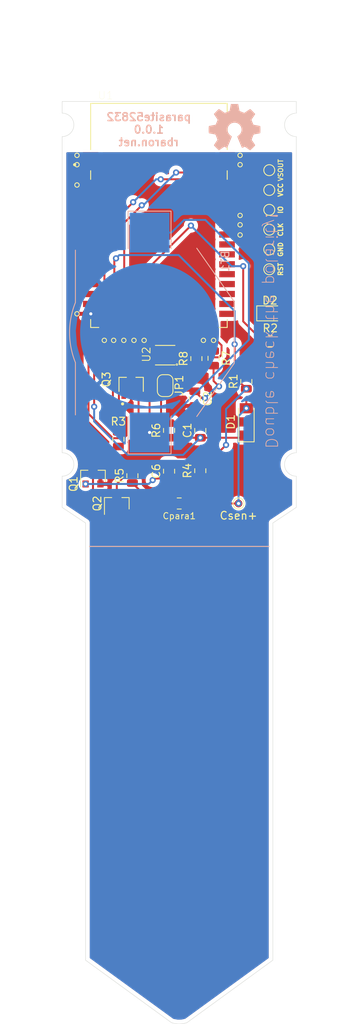
<source format=kicad_pcb>
(kicad_pcb (version 20171130) (host pcbnew "(5.1.2-1)-1")

  (general
    (thickness 1.6)
    (drawings 43)
    (tracks 178)
    (zones 0)
    (modules 29)
    (nets 48)
  )

  (page A4)
  (title_block
    (title parasite)
    (date 2021-02-05)
    (rev 1.1.0)
    (company rbaron.net)
  )

  (layers
    (0 F.Cu signal)
    (31 B.Cu signal)
    (32 B.Adhes user)
    (33 F.Adhes user)
    (34 B.Paste user)
    (35 F.Paste user)
    (36 B.SilkS user)
    (37 F.SilkS user)
    (38 B.Mask user)
    (39 F.Mask user)
    (40 Dwgs.User user)
    (41 Cmts.User user)
    (42 Eco1.User user hide)
    (43 Eco2.User user hide)
    (44 Edge.Cuts user)
    (45 Margin user)
    (46 B.CrtYd user)
    (47 F.CrtYd user)
    (48 B.Fab user)
    (49 F.Fab user)
  )

  (setup
    (last_trace_width 0.25)
    (user_trace_width 0.5)
    (user_trace_width 5)
    (user_trace_width 10)
    (trace_clearance 0.2)
    (zone_clearance 0.508)
    (zone_45_only no)
    (trace_min 0.2)
    (via_size 0.8)
    (via_drill 0.4)
    (via_min_size 0.4)
    (via_min_drill 0.3)
    (uvia_size 0.3)
    (uvia_drill 0.1)
    (uvias_allowed no)
    (uvia_min_size 0.2)
    (uvia_min_drill 0.1)
    (edge_width 0.05)
    (segment_width 0.2)
    (pcb_text_width 0.3)
    (pcb_text_size 1.5 1.5)
    (mod_edge_width 0.12)
    (mod_text_size 1 1)
    (mod_text_width 0.15)
    (pad_size 6 5.5)
    (pad_drill 0)
    (pad_to_mask_clearance 0.051)
    (solder_mask_min_width 0.25)
    (aux_axis_origin 0 0)
    (visible_elements FFFFFFFF)
    (pcbplotparams
      (layerselection 0x010fc_ffffffff)
      (usegerberextensions false)
      (usegerberattributes false)
      (usegerberadvancedattributes false)
      (creategerberjobfile false)
      (excludeedgelayer true)
      (linewidth 0.100000)
      (plotframeref false)
      (viasonmask false)
      (mode 1)
      (useauxorigin false)
      (hpglpennumber 1)
      (hpglpenspeed 20)
      (hpglpendiameter 15.000000)
      (psnegative false)
      (psa4output false)
      (plotreference true)
      (plotvalue true)
      (plotinvisibletext false)
      (padsonsilk false)
      (subtractmaskfromsilk false)
      (outputformat 1)
      (mirror false)
      (drillshape 0)
      (scaleselection 1)
      (outputdirectory "gerber/"))
  )

  (net 0 "")
  (net 1 GND)
  (net 2 /Csen+)
  (net 3 /PWM)
  (net 4 "Net-(C6-Pad1)")
  (net 5 "Net-(Q2-Pad3)")
  (net 6 "Net-(Q1-Pad3)")
  (net 7 "Net-(BT1-Pad1)")
  (net 8 /SENS_OUT)
  (net 9 "Net-(D2-Pad2)")
  (net 10 +3V0)
  (net 11 /LED)
  (net 12 /FAST_DISCH_EN)
  (net 13 "Net-(TP1-Pad1)")
  (net 14 "Net-(TP2-Pad1)")
  (net 15 "Net-(TP5-Pad1)")
  (net 16 "Net-(U1-Pad41)")
  (net 17 "Net-(U1-Pad40)")
  (net 18 "Net-(U1-Pad39)")
  (net 19 "Net-(U1-Pad35)")
  (net 20 "Net-(U1-Pad34)")
  (net 21 "Net-(U1-Pad33)")
  (net 22 "Net-(U1-Pad32)")
  (net 23 "Net-(U1-Pad31)")
  (net 24 "Net-(U1-Pad30)")
  (net 25 "Net-(U1-Pad29)")
  (net 26 "Net-(U1-Pad28)")
  (net 27 "Net-(U1-Pad25)")
  (net 28 "Net-(U1-Pad24)")
  (net 29 "Net-(U1-Pad23)")
  (net 30 "Net-(U1-Pad22)")
  (net 31 "Net-(U1-Pad21)")
  (net 32 "Net-(U1-Pad14)")
  (net 33 "Net-(U1-Pad13)")
  (net 34 "Net-(U1-Pad12)")
  (net 35 "Net-(U1-Pad11)")
  (net 36 "Net-(U1-Pad10)")
  (net 37 "Net-(U1-Pad9)")
  (net 38 "Net-(U1-Pad8)")
  (net 39 "Net-(U1-Pad7)")
  (net 40 "Net-(U1-Pad6)")
  (net 41 "Net-(U1-Pad5)")
  (net 42 "Net-(U1-Pad4)")
  (net 43 "Net-(U1-Pad3)")
  (net 44 /SCL)
  (net 45 /SDA)
  (net 46 "Net-(U2-Pad6)")
  (net 47 "Net-(U2-Pad3)")

  (net_class Default "This is the default net class."
    (clearance 0.2)
    (trace_width 0.25)
    (via_dia 0.8)
    (via_drill 0.4)
    (uvia_dia 0.3)
    (uvia_drill 0.1)
    (add_net +3V0)
    (add_net /Csen+)
    (add_net /FAST_DISCH_EN)
    (add_net /LED)
    (add_net /PWM)
    (add_net /SCL)
    (add_net /SDA)
    (add_net /SENS_OUT)
    (add_net GND)
    (add_net "Net-(BT1-Pad1)")
    (add_net "Net-(C6-Pad1)")
    (add_net "Net-(D2-Pad2)")
    (add_net "Net-(Q1-Pad3)")
    (add_net "Net-(Q2-Pad3)")
    (add_net "Net-(TP1-Pad1)")
    (add_net "Net-(TP2-Pad1)")
    (add_net "Net-(TP5-Pad1)")
    (add_net "Net-(U1-Pad10)")
    (add_net "Net-(U1-Pad11)")
    (add_net "Net-(U1-Pad12)")
    (add_net "Net-(U1-Pad13)")
    (add_net "Net-(U1-Pad14)")
    (add_net "Net-(U1-Pad21)")
    (add_net "Net-(U1-Pad22)")
    (add_net "Net-(U1-Pad23)")
    (add_net "Net-(U1-Pad24)")
    (add_net "Net-(U1-Pad25)")
    (add_net "Net-(U1-Pad28)")
    (add_net "Net-(U1-Pad29)")
    (add_net "Net-(U1-Pad3)")
    (add_net "Net-(U1-Pad30)")
    (add_net "Net-(U1-Pad31)")
    (add_net "Net-(U1-Pad32)")
    (add_net "Net-(U1-Pad33)")
    (add_net "Net-(U1-Pad34)")
    (add_net "Net-(U1-Pad35)")
    (add_net "Net-(U1-Pad39)")
    (add_net "Net-(U1-Pad4)")
    (add_net "Net-(U1-Pad40)")
    (add_net "Net-(U1-Pad41)")
    (add_net "Net-(U1-Pad5)")
    (add_net "Net-(U1-Pad6)")
    (add_net "Net-(U1-Pad7)")
    (add_net "Net-(U1-Pad8)")
    (add_net "Net-(U1-Pad9)")
    (add_net "Net-(U2-Pad3)")
    (add_net "Net-(U2-Pad6)")
  )

  (module Symbol:OSHW-Symbol_6.7x6mm_SilkScreen (layer B.Cu) (tedit 0) (tstamp 6035F9CA)
    (at 125.1 45.3 180)
    (descr "Open Source Hardware Symbol")
    (tags "Logo Symbol OSHW")
    (attr virtual)
    (fp_text reference REF** (at 0 0) (layer B.SilkS) hide
      (effects (font (size 1 1) (thickness 0.15)) (justify mirror))
    )
    (fp_text value OSHW-Symbol_6.7x6mm_SilkScreen (at 0.75 0) (layer B.Fab) hide
      (effects (font (size 1 1) (thickness 0.15)) (justify mirror))
    )
    (fp_poly (pts (xy 0.555814 2.531069) (xy 0.639635 2.086445) (xy 0.94892 1.958947) (xy 1.258206 1.831449)
      (xy 1.629246 2.083754) (xy 1.733157 2.154004) (xy 1.827087 2.216728) (xy 1.906652 2.269062)
      (xy 1.96747 2.308143) (xy 2.005157 2.331107) (xy 2.015421 2.336058) (xy 2.03391 2.323324)
      (xy 2.07342 2.288118) (xy 2.129522 2.234938) (xy 2.197787 2.168282) (xy 2.273786 2.092646)
      (xy 2.353092 2.012528) (xy 2.431275 1.932426) (xy 2.503907 1.856836) (xy 2.566559 1.790255)
      (xy 2.614803 1.737182) (xy 2.64421 1.702113) (xy 2.651241 1.690377) (xy 2.641123 1.66874)
      (xy 2.612759 1.621338) (xy 2.569129 1.552807) (xy 2.513218 1.467785) (xy 2.448006 1.370907)
      (xy 2.410219 1.31565) (xy 2.341343 1.214752) (xy 2.28014 1.123701) (xy 2.229578 1.04703)
      (xy 2.192628 0.989272) (xy 2.172258 0.954957) (xy 2.169197 0.947746) (xy 2.176136 0.927252)
      (xy 2.195051 0.879487) (xy 2.223087 0.811168) (xy 2.257391 0.729011) (xy 2.295109 0.63973)
      (xy 2.333387 0.550042) (xy 2.36937 0.466662) (xy 2.400206 0.396306) (xy 2.423039 0.34569)
      (xy 2.435017 0.321529) (xy 2.435724 0.320578) (xy 2.454531 0.315964) (xy 2.504618 0.305672)
      (xy 2.580793 0.290713) (xy 2.677865 0.272099) (xy 2.790643 0.250841) (xy 2.856442 0.238582)
      (xy 2.97695 0.215638) (xy 3.085797 0.193805) (xy 3.177476 0.174278) (xy 3.246481 0.158252)
      (xy 3.287304 0.146921) (xy 3.295511 0.143326) (xy 3.303548 0.118994) (xy 3.310033 0.064041)
      (xy 3.31497 -0.015108) (xy 3.318364 -0.112026) (xy 3.320218 -0.220287) (xy 3.320538 -0.333465)
      (xy 3.319327 -0.445135) (xy 3.31659 -0.548868) (xy 3.312331 -0.638241) (xy 3.306555 -0.706826)
      (xy 3.299267 -0.748197) (xy 3.294895 -0.75681) (xy 3.268764 -0.767133) (xy 3.213393 -0.781892)
      (xy 3.136107 -0.799352) (xy 3.04423 -0.81778) (xy 3.012158 -0.823741) (xy 2.857524 -0.852066)
      (xy 2.735375 -0.874876) (xy 2.641673 -0.89308) (xy 2.572384 -0.907583) (xy 2.523471 -0.919292)
      (xy 2.490897 -0.929115) (xy 2.470628 -0.937956) (xy 2.458626 -0.946724) (xy 2.456947 -0.948457)
      (xy 2.440184 -0.976371) (xy 2.414614 -1.030695) (xy 2.382788 -1.104777) (xy 2.34726 -1.191965)
      (xy 2.310583 -1.285608) (xy 2.275311 -1.379052) (xy 2.243996 -1.465647) (xy 2.219193 -1.53874)
      (xy 2.203454 -1.591678) (xy 2.199332 -1.617811) (xy 2.199676 -1.618726) (xy 2.213641 -1.640086)
      (xy 2.245322 -1.687084) (xy 2.291391 -1.754827) (xy 2.348518 -1.838423) (xy 2.413373 -1.932982)
      (xy 2.431843 -1.959854) (xy 2.497699 -2.057275) (xy 2.55565 -2.146163) (xy 2.602538 -2.221412)
      (xy 2.635207 -2.27792) (xy 2.6505 -2.310581) (xy 2.651241 -2.314593) (xy 2.638392 -2.335684)
      (xy 2.602888 -2.377464) (xy 2.549293 -2.435445) (xy 2.482171 -2.505135) (xy 2.406087 -2.582045)
      (xy 2.325604 -2.661683) (xy 2.245287 -2.739561) (xy 2.169699 -2.811186) (xy 2.103405 -2.87207)
      (xy 2.050969 -2.917721) (xy 2.016955 -2.94365) (xy 2.007545 -2.947883) (xy 1.985643 -2.937912)
      (xy 1.9408 -2.91102) (xy 1.880321 -2.871736) (xy 1.833789 -2.840117) (xy 1.749475 -2.782098)
      (xy 1.649626 -2.713784) (xy 1.549473 -2.645579) (xy 1.495627 -2.609075) (xy 1.313371 -2.4858)
      (xy 1.160381 -2.56852) (xy 1.090682 -2.604759) (xy 1.031414 -2.632926) (xy 0.991311 -2.648991)
      (xy 0.981103 -2.651226) (xy 0.968829 -2.634722) (xy 0.944613 -2.588082) (xy 0.910263 -2.515609)
      (xy 0.867588 -2.421606) (xy 0.818394 -2.310374) (xy 0.76449 -2.186215) (xy 0.707684 -2.053432)
      (xy 0.649782 -1.916327) (xy 0.592593 -1.779202) (xy 0.537924 -1.646358) (xy 0.487584 -1.522098)
      (xy 0.44338 -1.410725) (xy 0.407119 -1.316539) (xy 0.380609 -1.243844) (xy 0.365658 -1.196941)
      (xy 0.363254 -1.180833) (xy 0.382311 -1.160286) (xy 0.424036 -1.126933) (xy 0.479706 -1.087702)
      (xy 0.484378 -1.084599) (xy 0.628264 -0.969423) (xy 0.744283 -0.835053) (xy 0.83143 -0.685784)
      (xy 0.888699 -0.525913) (xy 0.915086 -0.359737) (xy 0.909585 -0.191552) (xy 0.87119 -0.025655)
      (xy 0.798895 0.133658) (xy 0.777626 0.168513) (xy 0.666996 0.309263) (xy 0.536302 0.422286)
      (xy 0.390064 0.506997) (xy 0.232808 0.562806) (xy 0.069057 0.589126) (xy -0.096667 0.58537)
      (xy -0.259838 0.55095) (xy -0.415935 0.485277) (xy -0.560433 0.387765) (xy -0.605131 0.348187)
      (xy -0.718888 0.224297) (xy -0.801782 0.093876) (xy -0.858644 -0.052315) (xy -0.890313 -0.197088)
      (xy -0.898131 -0.35986) (xy -0.872062 -0.52344) (xy -0.814755 -0.682298) (xy -0.728856 -0.830906)
      (xy -0.617014 -0.963735) (xy -0.481877 -1.075256) (xy -0.464117 -1.087011) (xy -0.40785 -1.125508)
      (xy -0.365077 -1.158863) (xy -0.344628 -1.18016) (xy -0.344331 -1.180833) (xy -0.348721 -1.203871)
      (xy -0.366124 -1.256157) (xy -0.394732 -1.33339) (xy -0.432735 -1.431268) (xy -0.478326 -1.545491)
      (xy -0.529697 -1.671758) (xy -0.585038 -1.805767) (xy -0.642542 -1.943218) (xy -0.700399 -2.079808)
      (xy -0.756802 -2.211237) (xy -0.809942 -2.333205) (xy -0.85801 -2.441409) (xy -0.899199 -2.531549)
      (xy -0.931699 -2.599323) (xy -0.953703 -2.64043) (xy -0.962564 -2.651226) (xy -0.98964 -2.642819)
      (xy -1.040303 -2.620272) (xy -1.105817 -2.587613) (xy -1.141841 -2.56852) (xy -1.294832 -2.4858)
      (xy -1.477088 -2.609075) (xy -1.570125 -2.672228) (xy -1.671985 -2.741727) (xy -1.767438 -2.807165)
      (xy -1.81525 -2.840117) (xy -1.882495 -2.885273) (xy -1.939436 -2.921057) (xy -1.978646 -2.942938)
      (xy -1.991381 -2.947563) (xy -2.009917 -2.935085) (xy -2.050941 -2.900252) (xy -2.110475 -2.846678)
      (xy -2.184542 -2.777983) (xy -2.269165 -2.697781) (xy -2.322685 -2.646286) (xy -2.416319 -2.554286)
      (xy -2.497241 -2.471999) (xy -2.562177 -2.402945) (xy -2.607858 -2.350644) (xy -2.631011 -2.318616)
      (xy -2.633232 -2.312116) (xy -2.622924 -2.287394) (xy -2.594439 -2.237405) (xy -2.550937 -2.167212)
      (xy -2.495577 -2.081875) (xy -2.43152 -1.986456) (xy -2.413303 -1.959854) (xy -2.346927 -1.863167)
      (xy -2.287378 -1.776117) (xy -2.237984 -1.703595) (xy -2.202075 -1.650493) (xy -2.182981 -1.621703)
      (xy -2.181136 -1.618726) (xy -2.183895 -1.595782) (xy -2.198538 -1.545336) (xy -2.222513 -1.474041)
      (xy -2.253266 -1.388547) (xy -2.288244 -1.295507) (xy -2.324893 -1.201574) (xy -2.360661 -1.113399)
      (xy -2.392994 -1.037634) (xy -2.419338 -0.980931) (xy -2.437142 -0.949943) (xy -2.438407 -0.948457)
      (xy -2.449294 -0.939601) (xy -2.467682 -0.930843) (xy -2.497606 -0.921277) (xy -2.543103 -0.909996)
      (xy -2.608209 -0.896093) (xy -2.696961 -0.878663) (xy -2.813393 -0.856798) (xy -2.961542 -0.829591)
      (xy -2.993618 -0.823741) (xy -3.088686 -0.805374) (xy -3.171565 -0.787405) (xy -3.23493 -0.771569)
      (xy -3.271458 -0.7596) (xy -3.276356 -0.75681) (xy -3.284427 -0.732072) (xy -3.290987 -0.67679)
      (xy -3.296033 -0.597389) (xy -3.299559 -0.500296) (xy -3.301561 -0.391938) (xy -3.302036 -0.27874)
      (xy -3.300977 -0.167128) (xy -3.298382 -0.063529) (xy -3.294246 0.025632) (xy -3.288563 0.093928)
      (xy -3.281331 0.134934) (xy -3.276971 0.143326) (xy -3.252698 0.151792) (xy -3.197426 0.165565)
      (xy -3.116662 0.18345) (xy -3.015912 0.204252) (xy -2.900683 0.226777) (xy -2.837902 0.238582)
      (xy -2.718787 0.260849) (xy -2.612565 0.281021) (xy -2.524427 0.298085) (xy -2.459566 0.311031)
      (xy -2.423174 0.318845) (xy -2.417184 0.320578) (xy -2.407061 0.34011) (xy -2.385662 0.387157)
      (xy -2.355839 0.454997) (xy -2.320445 0.536909) (xy -2.282332 0.626172) (xy -2.244353 0.716065)
      (xy -2.20936 0.799865) (xy -2.180206 0.870853) (xy -2.159743 0.922306) (xy -2.150823 0.947503)
      (xy -2.150657 0.948604) (xy -2.160769 0.968481) (xy -2.189117 1.014223) (xy -2.232723 1.081283)
      (xy -2.288606 1.165116) (xy -2.353787 1.261174) (xy -2.391679 1.31635) (xy -2.460725 1.417519)
      (xy -2.52205 1.50937) (xy -2.572663 1.587256) (xy -2.609571 1.646531) (xy -2.629782 1.682549)
      (xy -2.632701 1.690623) (xy -2.620153 1.709416) (xy -2.585463 1.749543) (xy -2.533063 1.806507)
      (xy -2.467384 1.875815) (xy -2.392856 1.952969) (xy -2.313913 2.033475) (xy -2.234983 2.112837)
      (xy -2.1605 2.18656) (xy -2.094894 2.250148) (xy -2.042596 2.299106) (xy -2.008039 2.328939)
      (xy -1.996478 2.336058) (xy -1.977654 2.326047) (xy -1.932631 2.297922) (xy -1.865787 2.254546)
      (xy -1.781499 2.198782) (xy -1.684144 2.133494) (xy -1.610707 2.083754) (xy -1.239667 1.831449)
      (xy -0.621095 2.086445) (xy -0.537275 2.531069) (xy -0.453454 2.975693) (xy 0.471994 2.975693)
      (xy 0.555814 2.531069)) (layer B.SilkS) (width 0.01))
  )

  (module snapeda:DFN250X250X100-9N (layer F.Cu) (tedit 60356372) (tstamp 6035D952)
    (at 116.2 74.5 180)
    (path /603581DD)
    (fp_text reference U2 (at 2.4 0.1 90) (layer F.SilkS)
      (effects (font (size 1 1) (thickness 0.120124)))
    )
    (fp_text value SHT30-DIS-B (at 3.381609 1.8952) (layer F.Fab)
      (effects (font (size 0.480001 0.480001) (thickness 0.015)))
    )
    (fp_circle (center 0 0) (end 0.75 0) (layer F.Fab) (width 0.127))
    (fp_line (start 1.75 -1.5) (end -1.75 -1.5) (layer F.CrtYd) (width 0.127))
    (fp_line (start 1.75 1.5) (end 1.75 -1.5) (layer F.CrtYd) (width 0.127))
    (fp_line (start -1.75 1.5) (end 1.75 1.5) (layer F.CrtYd) (width 0.127))
    (fp_line (start -1.75 -1.5) (end -1.75 1.5) (layer F.CrtYd) (width 0.127))
    (fp_circle (center -1.5 -1.2) (end -1.4 -1.2) (layer F.SilkS) (width 0.1))
    (fp_poly (pts (xy -0.450426 -0.8) (xy 0.45 -0.8) (xy 0.45 0.800757) (xy -0.450426 0.800757)) (layer F.Paste) (width 0.01))
    (fp_line (start -1.25 -1.25) (end -1.25 1.25) (layer F.Fab) (width 0.127))
    (fp_line (start 1.25 -1.25) (end -1.25 -1.25) (layer F.SilkS) (width 0.127))
    (fp_line (start 1.25 1.25) (end 1.25 -1.25) (layer F.Fab) (width 0.127))
    (fp_line (start -1.25 1.25) (end 1.25 1.25) (layer F.SilkS) (width 0.127))
    (pad 9 smd rect (at 0 0 180) (size 1 1.7) (layers F.Cu F.Mask)
      (net 1 GND))
    (pad 5 smd rect (at 1.175 0.75 180) (size 0.55 0.25) (layers F.Cu F.Paste F.Mask)
      (net 10 +3V0))
    (pad 6 smd rect (at 1.175 0.25 180) (size 0.55 0.25) (layers F.Cu F.Paste F.Mask)
      (net 46 "Net-(U2-Pad6)"))
    (pad 7 smd rect (at 1.175 -0.25 180) (size 0.55 0.25) (layers F.Cu F.Paste F.Mask)
      (net 1 GND))
    (pad 8 smd rect (at 1.175 -0.75 180) (size 0.55 0.25) (layers F.Cu F.Paste F.Mask)
      (net 1 GND))
    (pad 4 smd rect (at -1.175 0.75 180) (size 0.55 0.25) (layers F.Cu F.Paste F.Mask)
      (net 44 /SCL))
    (pad 3 smd rect (at -1.175 0.25 180) (size 0.55 0.25) (layers F.Cu F.Paste F.Mask)
      (net 47 "Net-(U2-Pad3)"))
    (pad 2 smd rect (at -1.175 -0.25 180) (size 0.55 0.25) (layers F.Cu F.Paste F.Mask)
      (net 1 GND))
    (pad 1 smd rect (at -1.175 -0.75 180) (size 0.55 0.25) (layers F.Cu F.Paste F.Mask)
      (net 45 /SDA))
  )

  (module snapeda:XCVR_E73-2G4M04S1B (layer F.Cu) (tedit 60351C1C) (tstamp 6035DFF6)
    (at 115.4 56.6)
    (path /60359A82)
    (fp_text reference U1 (at -6.825 -15.375) (layer F.SilkS)
      (effects (font (size 1 1) (thickness 0.015)))
    )
    (fp_text value E73-2G4M04S1B (at 1.43 16.365) (layer F.Fab)
      (effects (font (size 1 1) (thickness 0.015)))
    )
    (fp_line (start -8.75 -8.288) (end 8.75 -8.288) (layer F.Fab) (width 0.127))
    (fp_line (start 8.75 14.35) (end 8.75 13.325) (layer F.SilkS) (width 0.127))
    (fp_line (start 8.75 -5.725) (end 8.75 -4.625) (layer F.SilkS) (width 0.127))
    (fp_line (start 7.705 14.35) (end 8.75 14.35) (layer F.SilkS) (width 0.127))
    (fp_line (start -8.75 14.35) (end -7.705 14.35) (layer F.SilkS) (width 0.127))
    (fp_line (start -8.75 14.35) (end -8.75 13.325) (layer F.SilkS) (width 0.127))
    (fp_line (start 8.75 -8.435) (end 8.75 -14.35) (layer F.SilkS) (width 0.127))
    (fp_line (start 8.75 -14.35) (end -8.75 -14.35) (layer F.SilkS) (width 0.127))
    (fp_line (start -8.75 -14.35) (end -8.75 -8.435) (layer F.SilkS) (width 0.127))
    (fp_line (start -8.75 -5.725) (end -8.75 -4.625) (layer F.SilkS) (width 0.127))
    (fp_circle (center -10.8 -6.5) (end -10.7 -6.5) (layer F.SilkS) (width 0.2))
    (fp_circle (center -10.8 -6.5) (end -10.7 -6.5) (layer F.Fab) (width 0.2))
    (fp_text user under~the~module (at -5 3) (layer F.Fab)
      (effects (font (size 0.5 0.5) (thickness 0.015)))
    )
    (fp_text user Avoid~traces~in~Bottom~Layer (at -5 2) (layer F.Fab)
      (effects (font (size 0.5 0.5) (thickness 0.015)))
    )
    (fp_poly (pts (xy -8.75 -14.35) (xy 8.75 -14.35) (xy 8.75 14.35) (xy -8.75 14.35)) (layer Dwgs.User) (width 0.01))
    (fp_poly (pts (xy -8.75 -14.35) (xy -8.75 -8.1) (xy -7.75 -8.1) (xy -7.75 -6.045)
      (xy -8.75 -6.045) (xy -8.75 -4.305) (xy -7.73 -4.305) (xy -7.73 13.3)
      (xy 7.73 13.3) (xy 7.73 -4.305) (xy 8.75 -4.305) (xy 8.75 -6.045)
      (xy 7.75 -6.045) (xy 7.75 -8.115) (xy 8.75 -8.115) (xy 8.75 -14.35)) (layer Dwgs.User) (width 0.01))
    (fp_line (start 10 -14.6) (end -10 -14.6) (layer F.CrtYd) (width 0.05))
    (fp_line (start 10 15.6) (end 10 -14.6) (layer F.CrtYd) (width 0.05))
    (fp_line (start -10 15.6) (end 10 15.6) (layer F.CrtYd) (width 0.05))
    (fp_line (start -10 -14.6) (end -10 15.6) (layer F.CrtYd) (width 0.05))
    (fp_line (start 8.75 -14.35) (end -8.75 -14.35) (layer F.Fab) (width 0.127))
    (fp_line (start 8.75 -8.288) (end 8.75 -14.35) (layer F.Fab) (width 0.127))
    (fp_line (start 8.75 14.35) (end 8.75 -8.288) (layer F.Fab) (width 0.127))
    (fp_line (start -8.75 14.35) (end 8.75 14.35) (layer F.Fab) (width 0.127))
    (fp_line (start -8.75 -8.288) (end -8.75 14.35) (layer F.Fab) (width 0.127))
    (fp_line (start -8.75 -14.35) (end -8.75 -8.288) (layer F.Fab) (width 0.127))
    (pad 42 smd rect (at 8.75 -6.445) (size 2 0.8) (layers F.Cu F.Paste F.Mask)
      (net 1 GND))
    (pad 43 smd rect (at 8.75 -7.715) (size 2 0.8) (layers F.Cu F.Paste F.Mask)
      (net 1 GND))
    (pad 41 smd rect (at 8.73 -3.905) (size 2 0.8) (layers F.Cu F.Paste F.Mask)
      (net 16 "Net-(U1-Pad41)"))
    (pad 40 smd rect (at 8.73 -2.635) (size 2 0.8) (layers F.Cu F.Paste F.Mask)
      (net 17 "Net-(U1-Pad40)"))
    (pad 39 smd rect (at 8.73 -1.365) (size 2 0.8) (layers F.Cu F.Paste F.Mask)
      (net 18 "Net-(U1-Pad39)"))
    (pad 38 smd rect (at 8.73 -0.095) (size 2 0.8) (layers F.Cu F.Paste F.Mask)
      (net 13 "Net-(TP1-Pad1)"))
    (pad 37 smd rect (at 8.73 1.175) (size 2 0.8) (layers F.Cu F.Paste F.Mask)
      (net 14 "Net-(TP2-Pad1)"))
    (pad 36 smd rect (at 8.73 2.445) (size 2 0.8) (layers F.Cu F.Paste F.Mask)
      (net 15 "Net-(TP5-Pad1)"))
    (pad 35 smd rect (at 8.73 3.715) (size 2 0.8) (layers F.Cu F.Paste F.Mask)
      (net 19 "Net-(U1-Pad35)"))
    (pad 34 smd rect (at 8.73 4.985) (size 2 0.8) (layers F.Cu F.Paste F.Mask)
      (net 20 "Net-(U1-Pad34)"))
    (pad 33 smd rect (at 8.73 6.255) (size 2 0.8) (layers F.Cu F.Paste F.Mask)
      (net 21 "Net-(U1-Pad33)"))
    (pad 32 smd rect (at 8.73 7.525) (size 2 0.8) (layers F.Cu F.Paste F.Mask)
      (net 22 "Net-(U1-Pad32)"))
    (pad 31 smd rect (at 8.73 8.795) (size 2 0.8) (layers F.Cu F.Paste F.Mask)
      (net 23 "Net-(U1-Pad31)"))
    (pad 30 smd rect (at 8.73 10.065) (size 2 0.8) (layers F.Cu F.Paste F.Mask)
      (net 24 "Net-(U1-Pad30)"))
    (pad 29 smd rect (at 8.73 11.335) (size 2 0.8) (layers F.Cu F.Paste F.Mask)
      (net 25 "Net-(U1-Pad29)"))
    (pad 28 smd rect (at 8.73 12.605) (size 2 0.8) (layers F.Cu F.Paste F.Mask)
      (net 26 "Net-(U1-Pad28)"))
    (pad 27 smd rect (at 6.985 14.35) (size 0.8 2) (layers F.Cu F.Paste F.Mask)
      (net 45 /SDA))
    (pad 26 smd rect (at 5.715 14.35) (size 0.8 2) (layers F.Cu F.Paste F.Mask)
      (net 44 /SCL))
    (pad 25 smd rect (at 4.445 14.35) (size 0.8 2) (layers F.Cu F.Paste F.Mask)
      (net 27 "Net-(U1-Pad25)"))
    (pad 24 smd rect (at 3.175 14.35) (size 0.8 2) (layers F.Cu F.Paste F.Mask)
      (net 28 "Net-(U1-Pad24)"))
    (pad 23 smd rect (at 1.905 14.35) (size 0.8 2) (layers F.Cu F.Paste F.Mask)
      (net 29 "Net-(U1-Pad23)"))
    (pad 22 smd rect (at 0.635 14.35) (size 0.8 2) (layers F.Cu F.Paste F.Mask)
      (net 30 "Net-(U1-Pad22)"))
    (pad 21 smd rect (at -0.635 14.35) (size 0.8 2) (layers F.Cu F.Paste F.Mask)
      (net 31 "Net-(U1-Pad21)"))
    (pad 20 smd rect (at -1.905 14.35) (size 0.8 2) (layers F.Cu F.Paste F.Mask)
      (net 12 /FAST_DISCH_EN))
    (pad 19 smd rect (at -3.175 14.35) (size 0.8 2) (layers F.Cu F.Paste F.Mask)
      (net 11 /LED))
    (pad 18 smd rect (at -4.445 14.35) (size 0.8 2) (layers F.Cu F.Paste F.Mask)
      (net 8 /SENS_OUT))
    (pad 17 smd rect (at -5.715 14.35) (size 0.8 2) (layers F.Cu F.Paste F.Mask)
      (net 3 /PWM))
    (pad 16 smd rect (at -6.985 14.35) (size 0.8 2) (layers F.Cu F.Paste F.Mask)
      (net 10 +3V0))
    (pad 15 smd rect (at -8.73 12.605) (size 2 0.8) (layers F.Cu F.Paste F.Mask)
      (net 1 GND))
    (pad 14 smd rect (at -8.73 11.335) (size 2 0.8) (layers F.Cu F.Paste F.Mask)
      (net 32 "Net-(U1-Pad14)"))
    (pad 13 smd rect (at -8.73 10.065) (size 2 0.8) (layers F.Cu F.Paste F.Mask)
      (net 33 "Net-(U1-Pad13)"))
    (pad 12 smd rect (at -8.73 8.795) (size 2 0.8) (layers F.Cu F.Paste F.Mask)
      (net 34 "Net-(U1-Pad12)"))
    (pad 11 smd rect (at -8.73 7.525) (size 2 0.8) (layers F.Cu F.Paste F.Mask)
      (net 35 "Net-(U1-Pad11)"))
    (pad 10 smd rect (at -8.73 6.255) (size 2 0.8) (layers F.Cu F.Paste F.Mask)
      (net 36 "Net-(U1-Pad10)"))
    (pad 9 smd rect (at -8.73 4.985) (size 2 0.8) (layers F.Cu F.Paste F.Mask)
      (net 37 "Net-(U1-Pad9)"))
    (pad 8 smd rect (at -8.73 3.715) (size 2 0.8) (layers F.Cu F.Paste F.Mask)
      (net 38 "Net-(U1-Pad8)"))
    (pad 7 smd rect (at -8.73 2.445) (size 2 0.8) (layers F.Cu F.Paste F.Mask)
      (net 39 "Net-(U1-Pad7)"))
    (pad 6 smd rect (at -8.73 1.175) (size 2 0.8) (layers F.Cu F.Paste F.Mask)
      (net 40 "Net-(U1-Pad6)"))
    (pad 5 smd rect (at -8.73 -0.095) (size 2 0.8) (layers F.Cu F.Paste F.Mask)
      (net 41 "Net-(U1-Pad5)"))
    (pad 4 smd rect (at -8.73 -1.365) (size 2 0.8) (layers F.Cu F.Paste F.Mask)
      (net 42 "Net-(U1-Pad4)"))
    (pad 3 smd rect (at -8.73 -2.635) (size 2 0.8) (layers F.Cu F.Paste F.Mask)
      (net 43 "Net-(U1-Pad3)"))
    (pad 2 smd rect (at -8.73 -3.905) (size 2 0.8) (layers F.Cu F.Paste F.Mask)
      (net 1 GND))
    (pad 1 smd rect (at -8.75 -6.445) (size 2 0.8) (layers F.Cu F.Paste F.Mask)
      (net 1 GND))
    (pad 0 smd rect (at -8.75 -7.715) (size 2 0.8) (layers F.Cu F.Paste F.Mask)
      (net 1 GND))
  )

  (module snapeda:SOT95P280X125-3N (layer F.Cu) (tedit 603403B8) (tstamp 60359980)
    (at 111.84 78.24 90)
    (path /60388E46)
    (fp_text reference Q3 (at 0.635 -3.175 90) (layer F.SilkS)
      (effects (font (size 1 1) (thickness 0.15)))
    )
    (fp_text value AO3407A (at 7.62 3.175 90) (layer F.Fab)
      (effects (font (size 1 1) (thickness 0.015)))
    )
    (fp_circle (center -2.5 -1.1) (end -2.4 -1.1) (layer F.Fab) (width 0.2))
    (fp_circle (center -2.5 -1.1) (end -2.4 -1.1) (layer F.SilkS) (width 0.2))
    (fp_line (start -2.11 1.8) (end -2.11 -1.8) (layer F.CrtYd) (width 0.05))
    (fp_line (start 2.11 1.8) (end -2.11 1.8) (layer F.CrtYd) (width 0.05))
    (fp_line (start 2.11 -1.8) (end 2.11 1.8) (layer F.CrtYd) (width 0.05))
    (fp_line (start -2.11 -1.8) (end 2.11 -1.8) (layer F.CrtYd) (width 0.05))
    (fp_line (start 0.9 1.559) (end -0.9 1.559) (layer F.SilkS) (width 0.127))
    (fp_line (start 0.9 0.609) (end 0.9 1.559) (layer F.SilkS) (width 0.127))
    (fp_line (start 0.9 -1.559) (end 0.9 -0.609) (layer F.SilkS) (width 0.127))
    (fp_line (start -0.9 -1.559) (end 0.9 -1.559) (layer F.SilkS) (width 0.127))
    (fp_line (start 0.9 -1.55) (end -0.9 -1.55) (layer F.Fab) (width 0.127))
    (fp_line (start 0.9 1.55) (end 0.9 -1.55) (layer F.Fab) (width 0.127))
    (fp_line (start -0.9 1.55) (end 0.9 1.55) (layer F.Fab) (width 0.127))
    (fp_line (start -0.9 -1.55) (end -0.9 1.55) (layer F.Fab) (width 0.127))
    (pad 3 smd rect (at 1.255 0 90) (size 1.21 0.59) (layers F.Cu F.Paste F.Mask)
      (net 7 "Net-(BT1-Pad1)"))
    (pad 2 smd rect (at -1.255 0.95 90) (size 1.21 0.59) (layers F.Cu F.Paste F.Mask)
      (net 10 +3V0))
    (pad 1 smd rect (at -1.255 -0.95 90) (size 1.21 0.59) (layers F.Cu F.Paste F.Mask)
      (net 1 GND))
  )

  (module Resistor_SMD:R_0805_2012Metric (layer F.Cu) (tedit 5B36C52B) (tstamp 6035DAC9)
    (at 120.2 74.9375 90)
    (descr "Resistor SMD 0805 (2012 Metric), square (rectangular) end terminal, IPC_7351 nominal, (Body size source: https://docs.google.com/spreadsheets/d/1BsfQQcO9C6DZCsRaXUlFlo91Tg2WpOkGARC1WS5S8t0/edit?usp=sharing), generated with kicad-footprint-generator")
    (tags resistor)
    (path /60372D0F)
    (attr smd)
    (fp_text reference R8 (at 0 -1.65 90) (layer F.SilkS)
      (effects (font (size 1 1) (thickness 0.15)))
    )
    (fp_text value 10k (at 0 1.65 90) (layer F.Fab)
      (effects (font (size 1 1) (thickness 0.15)))
    )
    (fp_text user %R (at 0 0 90) (layer F.Fab)
      (effects (font (size 0.5 0.5) (thickness 0.08)))
    )
    (fp_line (start 1.68 0.95) (end -1.68 0.95) (layer F.CrtYd) (width 0.05))
    (fp_line (start 1.68 -0.95) (end 1.68 0.95) (layer F.CrtYd) (width 0.05))
    (fp_line (start -1.68 -0.95) (end 1.68 -0.95) (layer F.CrtYd) (width 0.05))
    (fp_line (start -1.68 0.95) (end -1.68 -0.95) (layer F.CrtYd) (width 0.05))
    (fp_line (start -0.258578 0.71) (end 0.258578 0.71) (layer F.SilkS) (width 0.12))
    (fp_line (start -0.258578 -0.71) (end 0.258578 -0.71) (layer F.SilkS) (width 0.12))
    (fp_line (start 1 0.6) (end -1 0.6) (layer F.Fab) (width 0.1))
    (fp_line (start 1 -0.6) (end 1 0.6) (layer F.Fab) (width 0.1))
    (fp_line (start -1 -0.6) (end 1 -0.6) (layer F.Fab) (width 0.1))
    (fp_line (start -1 0.6) (end -1 -0.6) (layer F.Fab) (width 0.1))
    (pad 2 smd roundrect (at 0.9375 0 90) (size 0.975 1.4) (layers F.Cu F.Paste F.Mask) (roundrect_rratio 0.25)
      (net 45 /SDA))
    (pad 1 smd roundrect (at -0.9375 0 90) (size 0.975 1.4) (layers F.Cu F.Paste F.Mask) (roundrect_rratio 0.25)
      (net 10 +3V0))
    (model ${KISYS3DMOD}/Resistor_SMD.3dshapes/R_0805_2012Metric.wrl
      (at (xyz 0 0 0))
      (scale (xyz 1 1 1))
      (rotate (xyz 0 0 0))
    )
  )

  (module Resistor_SMD:R_0805_2012Metric (layer F.Cu) (tedit 5B36C52B) (tstamp 6035DA68)
    (at 122.4 74.9 270)
    (descr "Resistor SMD 0805 (2012 Metric), square (rectangular) end terminal, IPC_7351 nominal, (Body size source: https://docs.google.com/spreadsheets/d/1BsfQQcO9C6DZCsRaXUlFlo91Tg2WpOkGARC1WS5S8t0/edit?usp=sharing), generated with kicad-footprint-generator")
    (tags resistor)
    (path /6037481E)
    (attr smd)
    (fp_text reference R7 (at 0 -1.65 90) (layer F.SilkS)
      (effects (font (size 1 1) (thickness 0.15)))
    )
    (fp_text value 10k (at 0 1.65 90) (layer F.Fab)
      (effects (font (size 1 1) (thickness 0.15)))
    )
    (fp_text user %R (at 0 0 90) (layer F.Fab)
      (effects (font (size 0.5 0.5) (thickness 0.08)))
    )
    (fp_line (start 1.68 0.95) (end -1.68 0.95) (layer F.CrtYd) (width 0.05))
    (fp_line (start 1.68 -0.95) (end 1.68 0.95) (layer F.CrtYd) (width 0.05))
    (fp_line (start -1.68 -0.95) (end 1.68 -0.95) (layer F.CrtYd) (width 0.05))
    (fp_line (start -1.68 0.95) (end -1.68 -0.95) (layer F.CrtYd) (width 0.05))
    (fp_line (start -0.258578 0.71) (end 0.258578 0.71) (layer F.SilkS) (width 0.12))
    (fp_line (start -0.258578 -0.71) (end 0.258578 -0.71) (layer F.SilkS) (width 0.12))
    (fp_line (start 1 0.6) (end -1 0.6) (layer F.Fab) (width 0.1))
    (fp_line (start 1 -0.6) (end 1 0.6) (layer F.Fab) (width 0.1))
    (fp_line (start -1 -0.6) (end 1 -0.6) (layer F.Fab) (width 0.1))
    (fp_line (start -1 0.6) (end -1 -0.6) (layer F.Fab) (width 0.1))
    (pad 2 smd roundrect (at 0.9375 0 270) (size 0.975 1.4) (layers F.Cu F.Paste F.Mask) (roundrect_rratio 0.25)
      (net 10 +3V0))
    (pad 1 smd roundrect (at -0.9375 0 270) (size 0.975 1.4) (layers F.Cu F.Paste F.Mask) (roundrect_rratio 0.25)
      (net 44 /SCL))
    (model ${KISYS3DMOD}/Resistor_SMD.3dshapes/R_0805_2012Metric.wrl
      (at (xyz 0 0 0))
      (scale (xyz 1 1 1))
      (rotate (xyz 0 0 0))
    )
  )

  (module Capacitor_SMD:C_0805_2012Metric (layer F.Cu) (tedit 5B36C52B) (tstamp 6035CB9B)
    (at 120 80.0625 270)
    (descr "Capacitor SMD 0805 (2012 Metric), square (rectangular) end terminal, IPC_7351 nominal, (Body size source: https://docs.google.com/spreadsheets/d/1BsfQQcO9C6DZCsRaXUlFlo91Tg2WpOkGARC1WS5S8t0/edit?usp=sharing), generated with kicad-footprint-generator")
    (tags capacitor)
    (path /6036F153)
    (attr smd)
    (fp_text reference C2 (at 0 -1.65 90) (layer F.SilkS)
      (effects (font (size 1 1) (thickness 0.15)))
    )
    (fp_text value 100n (at 0 1.65 90) (layer F.Fab)
      (effects (font (size 1 1) (thickness 0.15)))
    )
    (fp_text user %R (at 0 0 90) (layer F.Fab)
      (effects (font (size 0.5 0.5) (thickness 0.08)))
    )
    (fp_line (start 1.68 0.95) (end -1.68 0.95) (layer F.CrtYd) (width 0.05))
    (fp_line (start 1.68 -0.95) (end 1.68 0.95) (layer F.CrtYd) (width 0.05))
    (fp_line (start -1.68 -0.95) (end 1.68 -0.95) (layer F.CrtYd) (width 0.05))
    (fp_line (start -1.68 0.95) (end -1.68 -0.95) (layer F.CrtYd) (width 0.05))
    (fp_line (start -0.258578 0.71) (end 0.258578 0.71) (layer F.SilkS) (width 0.12))
    (fp_line (start -0.258578 -0.71) (end 0.258578 -0.71) (layer F.SilkS) (width 0.12))
    (fp_line (start 1 0.6) (end -1 0.6) (layer F.Fab) (width 0.1))
    (fp_line (start 1 -0.6) (end 1 0.6) (layer F.Fab) (width 0.1))
    (fp_line (start -1 -0.6) (end 1 -0.6) (layer F.Fab) (width 0.1))
    (fp_line (start -1 0.6) (end -1 -0.6) (layer F.Fab) (width 0.1))
    (pad 2 smd roundrect (at 0.9375 0 270) (size 0.975 1.4) (layers F.Cu F.Paste F.Mask) (roundrect_rratio 0.25)
      (net 1 GND))
    (pad 1 smd roundrect (at -0.9375 0 270) (size 0.975 1.4) (layers F.Cu F.Paste F.Mask) (roundrect_rratio 0.25)
      (net 10 +3V0))
    (model ${KISYS3DMOD}/Capacitor_SMD.3dshapes/C_0805_2012Metric.wrl
      (at (xyz 0 0 0))
      (scale (xyz 1 1 1))
      (rotate (xyz 0 0 0))
    )
  )

  (module kicad:BatteryHolder_Keystone_3002_1x2032 (layer B.Cu) (tedit 5D9C7E9A) (tstamp 60358E5D)
    (at 114.2 71.6 270)
    (descr https://www.tme.eu/it/Document/a823211ec201a9e209042d155fe22d2b/KEYS2996.pdf)
    (tags "BR2016 CR2016 DL2016 BR2020 CL2020 BR2025 CR2025 DL2025 DR2032 CR2032 DL2032")
    (path /60386A6F)
    (attr smd)
    (fp_text reference BT1 (at -9.15 -9.7 90) (layer B.SilkS)
      (effects (font (size 1 1) (thickness 0.15)) (justify mirror))
    )
    (fp_text value Battery_Cell (at 0 11 90) (layer B.Fab)
      (effects (font (size 1 1) (thickness 0.15)) (justify mirror))
    )
    (fp_line (start -15.35 2.55) (end -15.35 -2.55) (layer B.Fab) (width 0.1))
    (fp_line (start -15.35 -2.55) (end -10.55 -2.55) (layer B.Fab) (width 0.1))
    (fp_line (start -15.35 2.55) (end -10.55 2.55) (layer B.Fab) (width 0.1))
    (fp_line (start -10.55 -2.55) (end -10.55 -5.85) (layer B.Fab) (width 0.1))
    (fp_line (start 10.55 -2.55) (end 10.55 -5.9) (layer B.Fab) (width 0.1))
    (fp_line (start -3.8 -10.6) (end 3.8 -10.6) (layer B.Fab) (width 0.1))
    (fp_line (start 10.55 -2.55) (end 15.35 -2.55) (layer B.Fab) (width 0.1))
    (fp_line (start 15.35 -2.55) (end 15.35 2.55) (layer B.Fab) (width 0.1))
    (fp_line (start 15.35 2.55) (end 10.55 2.55) (layer B.Fab) (width 0.1))
    (fp_line (start 10.55 2.55) (end 10.55 9.3) (layer B.Fab) (width 0.1))
    (fp_line (start 10.55 9.3) (end -10.55 9.3) (layer B.Fab) (width 0.1))
    (fp_line (start -10.55 2.55) (end -10.55 9.3) (layer B.Fab) (width 0.1))
    (fp_line (start -10.55 -5.85) (end -3.8 -10.6) (layer B.Fab) (width 0.1))
    (fp_line (start -10.8 -6.05) (end -3.95 -10.85) (layer B.SilkS) (width 0.12))
    (fp_line (start -3.95 -10.85) (end 3.95 -10.85) (layer B.SilkS) (width 0.12))
    (fp_line (start 3.95 -10.85) (end 10.75 -6.05) (layer B.SilkS) (width 0.12))
    (fp_line (start 10.55 -5.9) (end 3.8 -10.6) (layer B.Fab) (width 0.1))
    (fp_circle (center 0 0) (end 10 0) (layer Dwgs.User) (width 0.2))
    (fp_line (start -10.55 9.5) (end -3.85 9.5) (layer B.SilkS) (width 0.12))
    (fp_arc (start 0 0) (end 3.85 9.5) (angle 44.1) (layer B.SilkS) (width 0.12))
    (fp_line (start 10.55 9.5) (end 3.85 9.5) (layer B.SilkS) (width 0.12))
    (fp_line (start -15.85 3.05) (end -11.05 3.05) (layer B.CrtYd) (width 0.05))
    (fp_line (start -11.05 3.05) (end -11.05 9.8) (layer B.CrtYd) (width 0.05))
    (fp_line (start -11.05 9.8) (end -3.9 9.8) (layer B.CrtYd) (width 0.05))
    (fp_arc (start 0 0) (end 3.9 9.8) (angle 43.40107348) (layer B.CrtYd) (width 0.05))
    (fp_line (start 11.05 9.8) (end 3.9 9.8) (layer B.CrtYd) (width 0.05))
    (fp_line (start 11.05 9.8) (end 11.05 3.05) (layer B.CrtYd) (width 0.05))
    (fp_line (start 11.05 3.05) (end 15.85 3.05) (layer B.CrtYd) (width 0.05))
    (fp_line (start 15.85 3.05) (end 15.85 -3.05) (layer B.CrtYd) (width 0.05))
    (fp_line (start 15.85 -3.05) (end 11.05 -3.05) (layer B.CrtYd) (width 0.05))
    (fp_line (start 11.05 -3.05) (end 11.05 -6.35) (layer B.CrtYd) (width 0.05))
    (fp_line (start 11.05 -6.35) (end 4.3 -11.1) (layer B.CrtYd) (width 0.05))
    (fp_line (start 4.3 -11.1) (end -4.3 -11.1) (layer B.CrtYd) (width 0.05))
    (fp_line (start -4.3 -11.1) (end -11.05 -6.35) (layer B.CrtYd) (width 0.05))
    (fp_line (start -11.05 -6.35) (end -11.05 -3.05) (layer B.CrtYd) (width 0.05))
    (fp_line (start -11.05 -3.05) (end -15.85 -3.05) (layer B.CrtYd) (width 0.05))
    (fp_line (start -15.85 -3.05) (end -15.85 3.05) (layer B.CrtYd) (width 0.05))
    (fp_line (start -10.75 2.75) (end -15.55 2.75) (layer B.SilkS) (width 0.12))
    (fp_line (start -15.55 2.75) (end -15.55 -2.75) (layer B.SilkS) (width 0.12))
    (fp_line (start -15.55 -2.75) (end -10.75 -2.75) (layer B.SilkS) (width 0.12))
    (fp_line (start 10.75 -2.75) (end 15.55 -2.75) (layer B.SilkS) (width 0.12))
    (fp_line (start 15.55 -2.75) (end 15.55 2.75) (layer B.SilkS) (width 0.12))
    (fp_line (start 15.55 2.75) (end 10.75 2.75) (layer B.SilkS) (width 0.12))
    (fp_text user %R (at -9.15 -9.7 90) (layer B.Fab)
      (effects (font (size 1 1) (thickness 0.15)) (justify mirror))
    )
    (pad 2 smd circle (at 0 0 270) (size 17.8 17.8) (layers B.Cu B.Mask)
      (net 1 GND))
    (pad 1 smd rect (at -12.8 0 270) (size 5.1 5.1) (layers B.Cu B.Paste B.Mask)
      (net 7 "Net-(BT1-Pad1)"))
    (pad 1 smd rect (at 12.8 0 270) (size 5.1 5.1) (layers B.Cu B.Paste B.Mask)
      (net 7 "Net-(BT1-Pad1)"))
    (model ${KISYS3DMOD}/Battery.3dshapes/BatteryHolder_Keystone_3002_1x2032.wrl
      (at (xyz 0 0 0))
      (scale (xyz 1 1 1))
      (rotate (xyz 0 0 0))
    )
  )

  (module TestPoint:TestPoint_Pad_D1.0mm (layer F.Cu) (tedit 5A0F774F) (tstamp 60359057)
    (at 129.54 53.34 270)
    (descr "SMD pad as test Point, diameter 1.0mm")
    (tags "test point SMD pad")
    (path /6037D82C)
    (attr virtual)
    (fp_text reference VCC (at 0 -1.448 90) (layer F.SilkS)
      (effects (font (size 0.6 0.6) (thickness 0.15)))
    )
    (fp_text value VCC (at 0 1.55 90) (layer F.Fab)
      (effects (font (size 1 1) (thickness 0.15)))
    )
    (fp_circle (center 0 0) (end 0 0.7) (layer F.SilkS) (width 0.12))
    (fp_circle (center 0 0) (end 1 0) (layer F.CrtYd) (width 0.05))
    (fp_text user %R (at 0 -1.45 90) (layer F.Fab)
      (effects (font (size 1 1) (thickness 0.15)))
    )
    (pad 1 smd circle (at 0 0 270) (size 1 1) (layers F.Cu F.Mask)
      (net 10 +3V0))
  )

  (module TestPoint:TestPoint_Pad_D1.0mm (layer F.Cu) (tedit 5A0F774F) (tstamp 6035904F)
    (at 129.54 60.96 270)
    (descr "SMD pad as test Point, diameter 1.0mm")
    (tags "test point SMD pad")
    (path /6037E819)
    (attr virtual)
    (fp_text reference GND (at 0 -1.448 90) (layer F.SilkS)
      (effects (font (size 0.6 0.6) (thickness 0.15)))
    )
    (fp_text value GND (at 0 1.55 90) (layer F.Fab)
      (effects (font (size 1 1) (thickness 0.15)))
    )
    (fp_circle (center 0 0) (end 0 0.7) (layer F.SilkS) (width 0.12))
    (fp_circle (center 0 0) (end 1 0) (layer F.CrtYd) (width 0.05))
    (fp_text user %R (at 0 -1.45 90) (layer F.Fab)
      (effects (font (size 1 1) (thickness 0.15)))
    )
    (pad 1 smd circle (at 0 0 270) (size 1 1) (layers F.Cu F.Mask)
      (net 1 GND))
  )

  (module TestPoint:TestPoint_Pad_D1.0mm (layer F.Cu) (tedit 5A0F774F) (tstamp 60359047)
    (at 129.54 63.5 270)
    (descr "SMD pad as test Point, diameter 1.0mm")
    (tags "test point SMD pad")
    (path /6039FE47)
    (attr virtual)
    (fp_text reference RST (at 0 -1.448 90) (layer F.SilkS)
      (effects (font (size 0.6 0.6) (thickness 0.15)))
    )
    (fp_text value RST (at 0 1.55 90) (layer F.Fab)
      (effects (font (size 1 1) (thickness 0.15)))
    )
    (fp_circle (center 0 0) (end 0 0.7) (layer F.SilkS) (width 0.12))
    (fp_circle (center 0 0) (end 1 0) (layer F.CrtYd) (width 0.05))
    (fp_text user %R (at 0 -1.45 90) (layer F.Fab)
      (effects (font (size 1 1) (thickness 0.15)))
    )
    (pad 1 smd circle (at 0 0 270) (size 1 1) (layers F.Cu F.Mask)
      (net 15 "Net-(TP5-Pad1)"))
  )

  (module TestPoint:TestPoint_Pad_D1.0mm (layer F.Cu) (tedit 5A0F774F) (tstamp 60359023)
    (at 129.54 58.42 270)
    (descr "SMD pad as test Point, diameter 1.0mm")
    (tags "test point SMD pad")
    (path /6035D56E)
    (attr virtual)
    (fp_text reference CLK (at 0 -1.448 90) (layer F.SilkS)
      (effects (font (size 0.6 0.6) (thickness 0.15)))
    )
    (fp_text value CLK (at 0 1.55 90) (layer F.Fab)
      (effects (font (size 1 1) (thickness 0.15)))
    )
    (fp_circle (center 0 0) (end 0 0.7) (layer F.SilkS) (width 0.12))
    (fp_circle (center 0 0) (end 1 0) (layer F.CrtYd) (width 0.05))
    (fp_text user %R (at 0 -1.45 90) (layer F.Fab)
      (effects (font (size 1 1) (thickness 0.15)))
    )
    (pad 1 smd circle (at 0 0 270) (size 1 1) (layers F.Cu F.Mask)
      (net 14 "Net-(TP2-Pad1)"))
  )

  (module TestPoint:TestPoint_Pad_D1.0mm (layer F.Cu) (tedit 5A0F774F) (tstamp 6035901B)
    (at 129.54 55.88 270)
    (descr "SMD pad as test Point, diameter 1.0mm")
    (tags "test point SMD pad")
    (path /6035E763)
    (attr virtual)
    (fp_text reference IO (at 0 -1.448 90) (layer F.SilkS)
      (effects (font (size 0.6 0.6) (thickness 0.15)))
    )
    (fp_text value IO (at 0 1.55 90) (layer F.Fab)
      (effects (font (size 1 1) (thickness 0.15)))
    )
    (fp_circle (center 0 0) (end 0 0.7) (layer F.SilkS) (width 0.12))
    (fp_circle (center 0 0) (end 1 0) (layer F.CrtYd) (width 0.05))
    (fp_text user %R (at 0 -1.45 90) (layer F.Fab)
      (effects (font (size 1 1) (thickness 0.15)))
    )
    (pad 1 smd circle (at 0 0 270) (size 1 1) (layers F.Cu F.Mask)
      (net 13 "Net-(TP1-Pad1)"))
  )

  (module Resistor_SMD:R_0805_2012Metric (layer F.Cu) (tedit 5B36C52B) (tstamp 6035C630)
    (at 129.6625 72.7)
    (descr "Resistor SMD 0805 (2012 Metric), square (rectangular) end terminal, IPC_7351 nominal, (Body size source: https://docs.google.com/spreadsheets/d/1BsfQQcO9C6DZCsRaXUlFlo91Tg2WpOkGARC1WS5S8t0/edit?usp=sharing), generated with kicad-footprint-generator")
    (tags resistor)
    (path /6037FE48)
    (attr smd)
    (fp_text reference R2 (at 0 -1.65) (layer F.SilkS)
      (effects (font (size 1 1) (thickness 0.15)))
    )
    (fp_text value 1k (at 0 1.65) (layer F.Fab)
      (effects (font (size 1 1) (thickness 0.15)))
    )
    (fp_text user %R (at 0 0) (layer F.Fab)
      (effects (font (size 0.5 0.5) (thickness 0.08)))
    )
    (fp_line (start 1.68 0.95) (end -1.68 0.95) (layer F.CrtYd) (width 0.05))
    (fp_line (start 1.68 -0.95) (end 1.68 0.95) (layer F.CrtYd) (width 0.05))
    (fp_line (start -1.68 -0.95) (end 1.68 -0.95) (layer F.CrtYd) (width 0.05))
    (fp_line (start -1.68 0.95) (end -1.68 -0.95) (layer F.CrtYd) (width 0.05))
    (fp_line (start -0.258578 0.71) (end 0.258578 0.71) (layer F.SilkS) (width 0.12))
    (fp_line (start -0.258578 -0.71) (end 0.258578 -0.71) (layer F.SilkS) (width 0.12))
    (fp_line (start 1 0.6) (end -1 0.6) (layer F.Fab) (width 0.1))
    (fp_line (start 1 -0.6) (end 1 0.6) (layer F.Fab) (width 0.1))
    (fp_line (start -1 -0.6) (end 1 -0.6) (layer F.Fab) (width 0.1))
    (fp_line (start -1 0.6) (end -1 -0.6) (layer F.Fab) (width 0.1))
    (pad 2 smd roundrect (at 0.9375 0) (size 0.975 1.4) (layers F.Cu F.Paste F.Mask) (roundrect_rratio 0.25)
      (net 9 "Net-(D2-Pad2)"))
    (pad 1 smd roundrect (at -0.9375 0) (size 0.975 1.4) (layers F.Cu F.Paste F.Mask) (roundrect_rratio 0.25)
      (net 11 /LED))
    (model ${KISYS3DMOD}/Resistor_SMD.3dshapes/R_0805_2012Metric.wrl
      (at (xyz 0 0 0))
      (scale (xyz 1 1 1))
      (rotate (xyz 0 0 0))
    )
  )

  (module Jumper:SolderJumper-2_P1.3mm_Open_RoundedPad1.0x1.5mm (layer F.Cu) (tedit 5B391E66) (tstamp 60358F12)
    (at 116.2 78.4 270)
    (descr "SMD Solder Jumper, 1x1.5mm, rounded Pads, 0.3mm gap, open")
    (tags "solder jumper open")
    (path /60392DA9)
    (attr virtual)
    (fp_text reference JP1 (at 0 -1.8 90) (layer F.SilkS)
      (effects (font (size 1 1) (thickness 0.15)))
    )
    (fp_text value Jumper (at 0 1.9 90) (layer F.Fab)
      (effects (font (size 1 1) (thickness 0.15)))
    )
    (fp_line (start 1.65 1.25) (end -1.65 1.25) (layer F.CrtYd) (width 0.05))
    (fp_line (start 1.65 1.25) (end 1.65 -1.25) (layer F.CrtYd) (width 0.05))
    (fp_line (start -1.65 -1.25) (end -1.65 1.25) (layer F.CrtYd) (width 0.05))
    (fp_line (start -1.65 -1.25) (end 1.65 -1.25) (layer F.CrtYd) (width 0.05))
    (fp_line (start -0.7 -1) (end 0.7 -1) (layer F.SilkS) (width 0.12))
    (fp_line (start 1.4 -0.3) (end 1.4 0.3) (layer F.SilkS) (width 0.12))
    (fp_line (start 0.7 1) (end -0.7 1) (layer F.SilkS) (width 0.12))
    (fp_line (start -1.4 0.3) (end -1.4 -0.3) (layer F.SilkS) (width 0.12))
    (fp_arc (start -0.7 -0.3) (end -0.7 -1) (angle -90) (layer F.SilkS) (width 0.12))
    (fp_arc (start -0.7 0.3) (end -1.4 0.3) (angle -90) (layer F.SilkS) (width 0.12))
    (fp_arc (start 0.7 0.3) (end 0.7 1) (angle -90) (layer F.SilkS) (width 0.12))
    (fp_arc (start 0.7 -0.3) (end 1.4 -0.3) (angle -90) (layer F.SilkS) (width 0.12))
    (pad 2 smd custom (at 0.65 0 270) (size 1 0.5) (layers F.Cu F.Mask)
      (net 10 +3V0) (zone_connect 2)
      (options (clearance outline) (anchor rect))
      (primitives
        (gr_circle (center 0 0.25) (end 0.5 0.25) (width 0))
        (gr_circle (center 0 -0.25) (end 0.5 -0.25) (width 0))
        (gr_poly (pts
           (xy 0 -0.75) (xy -0.5 -0.75) (xy -0.5 0.75) (xy 0 0.75)) (width 0))
      ))
    (pad 1 smd custom (at -0.65 0 270) (size 1 0.5) (layers F.Cu F.Mask)
      (net 7 "Net-(BT1-Pad1)") (zone_connect 2)
      (options (clearance outline) (anchor rect))
      (primitives
        (gr_circle (center 0 0.25) (end 0.5 0.25) (width 0))
        (gr_circle (center 0 -0.25) (end 0.5 -0.25) (width 0))
        (gr_poly (pts
           (xy 0 -0.75) (xy 0.5 -0.75) (xy 0.5 0.75) (xy 0 0.75)) (width 0))
      ))
  )

  (module LED_SMD:LED_0805_2012Metric (layer F.Cu) (tedit 5B36C52C) (tstamp 60358F00)
    (at 129.62 69.145)
    (descr "LED SMD 0805 (2012 Metric), square (rectangular) end terminal, IPC_7351 nominal, (Body size source: https://docs.google.com/spreadsheets/d/1BsfQQcO9C6DZCsRaXUlFlo91Tg2WpOkGARC1WS5S8t0/edit?usp=sharing), generated with kicad-footprint-generator")
    (tags diode)
    (path /6038131F)
    (attr smd)
    (fp_text reference D2 (at 0 -1.65) (layer F.SilkS)
      (effects (font (size 1 1) (thickness 0.15)))
    )
    (fp_text value LED (at 0 1.65) (layer F.Fab)
      (effects (font (size 1 1) (thickness 0.15)))
    )
    (fp_text user %R (at 0 0) (layer F.Fab)
      (effects (font (size 0.5 0.5) (thickness 0.08)))
    )
    (fp_line (start 1.68 0.95) (end -1.68 0.95) (layer F.CrtYd) (width 0.05))
    (fp_line (start 1.68 -0.95) (end 1.68 0.95) (layer F.CrtYd) (width 0.05))
    (fp_line (start -1.68 -0.95) (end 1.68 -0.95) (layer F.CrtYd) (width 0.05))
    (fp_line (start -1.68 0.95) (end -1.68 -0.95) (layer F.CrtYd) (width 0.05))
    (fp_line (start -1.685 0.96) (end 1 0.96) (layer F.SilkS) (width 0.12))
    (fp_line (start -1.685 -0.96) (end -1.685 0.96) (layer F.SilkS) (width 0.12))
    (fp_line (start 1 -0.96) (end -1.685 -0.96) (layer F.SilkS) (width 0.12))
    (fp_line (start 1 0.6) (end 1 -0.6) (layer F.Fab) (width 0.1))
    (fp_line (start -1 0.6) (end 1 0.6) (layer F.Fab) (width 0.1))
    (fp_line (start -1 -0.3) (end -1 0.6) (layer F.Fab) (width 0.1))
    (fp_line (start -0.7 -0.6) (end -1 -0.3) (layer F.Fab) (width 0.1))
    (fp_line (start 1 -0.6) (end -0.7 -0.6) (layer F.Fab) (width 0.1))
    (pad 2 smd roundrect (at 0.9375 0) (size 0.975 1.4) (layers F.Cu F.Paste F.Mask) (roundrect_rratio 0.25)
      (net 9 "Net-(D2-Pad2)"))
    (pad 1 smd roundrect (at -0.9375 0) (size 0.975 1.4) (layers F.Cu F.Paste F.Mask) (roundrect_rratio 0.25)
      (net 1 GND))
    (model ${KISYS3DMOD}/LED_SMD.3dshapes/LED_0805_2012Metric.wrl
      (at (xyz 0 0 0))
      (scale (xyz 1 1 1))
      (rotate (xyz 0 0 0))
    )
  )

  (module Package_TO_SOT_SMD:SOT-23 (layer F.Cu) (tedit 5A02FF57) (tstamp 600DE38B)
    (at 110 93.5 90)
    (descr "SOT-23, Standard")
    (tags SOT-23)
    (path /601897A7)
    (attr smd)
    (fp_text reference Q2 (at 0 -2.5 90) (layer F.SilkS)
      (effects (font (size 1 1) (thickness 0.15)))
    )
    (fp_text value MMBT3904 (at 0 2.5 90) (layer F.Fab)
      (effects (font (size 1 1) (thickness 0.15)))
    )
    (fp_line (start 0.76 1.58) (end -0.7 1.58) (layer F.SilkS) (width 0.12))
    (fp_line (start 0.76 -1.58) (end -1.4 -1.58) (layer F.SilkS) (width 0.12))
    (fp_line (start -1.7 1.75) (end -1.7 -1.75) (layer F.CrtYd) (width 0.05))
    (fp_line (start 1.7 1.75) (end -1.7 1.75) (layer F.CrtYd) (width 0.05))
    (fp_line (start 1.7 -1.75) (end 1.7 1.75) (layer F.CrtYd) (width 0.05))
    (fp_line (start -1.7 -1.75) (end 1.7 -1.75) (layer F.CrtYd) (width 0.05))
    (fp_line (start 0.76 -1.58) (end 0.76 -0.65) (layer F.SilkS) (width 0.12))
    (fp_line (start 0.76 1.58) (end 0.76 0.65) (layer F.SilkS) (width 0.12))
    (fp_line (start -0.7 1.52) (end 0.7 1.52) (layer F.Fab) (width 0.1))
    (fp_line (start 0.7 -1.52) (end 0.7 1.52) (layer F.Fab) (width 0.1))
    (fp_line (start -0.7 -0.95) (end -0.15 -1.52) (layer F.Fab) (width 0.1))
    (fp_line (start -0.15 -1.52) (end 0.7 -1.52) (layer F.Fab) (width 0.1))
    (fp_line (start -0.7 -0.95) (end -0.7 1.5) (layer F.Fab) (width 0.1))
    (fp_text user %R (at 0 0) (layer F.Fab)
      (effects (font (size 0.5 0.5) (thickness 0.075)))
    )
    (pad 3 smd rect (at 1 0 90) (size 0.9 0.8) (layers F.Cu F.Paste F.Mask)
      (net 5 "Net-(Q2-Pad3)"))
    (pad 2 smd rect (at -1 0.95 90) (size 0.9 0.8) (layers F.Cu F.Paste F.Mask)
      (net 1 GND))
    (pad 1 smd rect (at -1 -0.95 90) (size 0.9 0.8) (layers F.Cu F.Paste F.Mask)
      (net 6 "Net-(Q1-Pad3)"))
    (model ${KISYS3DMOD}/Package_TO_SOT_SMD.3dshapes/SOT-23.wrl
      (at (xyz 0 0 0))
      (scale (xyz 1 1 1))
      (rotate (xyz 0 0 0))
    )
  )

  (module Package_TO_SOT_SMD:SOT-23 (layer F.Cu) (tedit 5A02FF57) (tstamp 600DE2E8)
    (at 106.95 90 90)
    (descr "SOT-23, Standard")
    (tags SOT-23)
    (path /60188253)
    (attr smd)
    (fp_text reference Q1 (at -1 -2.5 90) (layer F.SilkS)
      (effects (font (size 1 1) (thickness 0.15)))
    )
    (fp_text value MMBT3904 (at 0 2.5 90) (layer F.Fab)
      (effects (font (size 1 1) (thickness 0.15)))
    )
    (fp_line (start 0.76 1.58) (end -0.7 1.58) (layer F.SilkS) (width 0.12))
    (fp_line (start 0.76 -1.58) (end -1.4 -1.58) (layer F.SilkS) (width 0.12))
    (fp_line (start -1.7 1.75) (end -1.7 -1.75) (layer F.CrtYd) (width 0.05))
    (fp_line (start 1.7 1.75) (end -1.7 1.75) (layer F.CrtYd) (width 0.05))
    (fp_line (start 1.7 -1.75) (end 1.7 1.75) (layer F.CrtYd) (width 0.05))
    (fp_line (start -1.7 -1.75) (end 1.7 -1.75) (layer F.CrtYd) (width 0.05))
    (fp_line (start 0.76 -1.58) (end 0.76 -0.65) (layer F.SilkS) (width 0.12))
    (fp_line (start 0.76 1.58) (end 0.76 0.65) (layer F.SilkS) (width 0.12))
    (fp_line (start -0.7 1.52) (end 0.7 1.52) (layer F.Fab) (width 0.1))
    (fp_line (start 0.7 -1.52) (end 0.7 1.52) (layer F.Fab) (width 0.1))
    (fp_line (start -0.7 -0.95) (end -0.15 -1.52) (layer F.Fab) (width 0.1))
    (fp_line (start -0.15 -1.52) (end 0.7 -1.52) (layer F.Fab) (width 0.1))
    (fp_line (start -0.7 -0.95) (end -0.7 1.5) (layer F.Fab) (width 0.1))
    (fp_text user %R (at 0 0) (layer F.Fab)
      (effects (font (size 0.5 0.5) (thickness 0.075)))
    )
    (pad 3 smd rect (at 1 0 90) (size 0.9 0.8) (layers F.Cu F.Paste F.Mask)
      (net 6 "Net-(Q1-Pad3)"))
    (pad 2 smd rect (at -1 0.95 90) (size 0.9 0.8) (layers F.Cu F.Paste F.Mask)
      (net 1 GND))
    (pad 1 smd rect (at -1 -0.95 90) (size 0.9 0.8) (layers F.Cu F.Paste F.Mask)
      (net 4 "Net-(C6-Pad1)"))
    (model ${KISYS3DMOD}/Package_TO_SOT_SMD.3dshapes/SOT-23.wrl
      (at (xyz 0 0 0))
      (scale (xyz 1 1 1))
      (rotate (xyz 0 0 0))
    )
  )

  (module Capacitor_SMD:C_0805_2012Metric (layer F.Cu) (tedit 5B36C52B) (tstamp 601ED2A5)
    (at 118 93.5)
    (descr "Capacitor SMD 0805 (2012 Metric), square (rectangular) end terminal, IPC_7351 nominal, (Body size source: https://docs.google.com/spreadsheets/d/1BsfQQcO9C6DZCsRaXUlFlo91Tg2WpOkGARC1WS5S8t0/edit?usp=sharing), generated with kicad-footprint-generator")
    (tags capacitor)
    (path /6016579E)
    (attr smd)
    (fp_text reference Cpara1 (at 0 1.6) (layer F.SilkS)
      (effects (font (size 0.8 0.8) (thickness 0.12)))
    )
    (fp_text value 5p (at 0 1.65) (layer F.Fab)
      (effects (font (size 1 1) (thickness 0.15)))
    )
    (fp_text user %R (at 0 0) (layer F.Fab)
      (effects (font (size 0.5 0.5) (thickness 0.08)))
    )
    (fp_line (start 1.68 0.95) (end -1.68 0.95) (layer F.CrtYd) (width 0.05))
    (fp_line (start 1.68 -0.95) (end 1.68 0.95) (layer F.CrtYd) (width 0.05))
    (fp_line (start -1.68 -0.95) (end 1.68 -0.95) (layer F.CrtYd) (width 0.05))
    (fp_line (start -1.68 0.95) (end -1.68 -0.95) (layer F.CrtYd) (width 0.05))
    (fp_line (start -0.258578 0.71) (end 0.258578 0.71) (layer F.SilkS) (width 0.12))
    (fp_line (start -0.258578 -0.71) (end 0.258578 -0.71) (layer F.SilkS) (width 0.12))
    (fp_line (start 1 0.6) (end -1 0.6) (layer F.Fab) (width 0.1))
    (fp_line (start 1 -0.6) (end 1 0.6) (layer F.Fab) (width 0.1))
    (fp_line (start -1 -0.6) (end 1 -0.6) (layer F.Fab) (width 0.1))
    (fp_line (start -1 0.6) (end -1 -0.6) (layer F.Fab) (width 0.1))
    (pad 2 smd roundrect (at 0.9375 0) (size 0.975 1.4) (layers F.Cu F.Paste F.Mask) (roundrect_rratio 0.25)
      (net 2 /Csen+))
    (pad 1 smd roundrect (at -0.9375 0) (size 0.975 1.4) (layers F.Cu F.Paste F.Mask) (roundrect_rratio 0.25)
      (net 1 GND))
    (model ${KISYS3DMOD}/Capacitor_SMD.3dshapes/C_0805_2012Metric.wrl
      (at (xyz 0 0 0))
      (scale (xyz 1 1 1))
      (rotate (xyz 0 0 0))
    )
  )

  (module Capacitor_SMD:C_0805_2012Metric (layer F.Cu) (tedit 5B36C52B) (tstamp 600D4D96)
    (at 120.7 84.1375 90)
    (descr "Capacitor SMD 0805 (2012 Metric), square (rectangular) end terminal, IPC_7351 nominal, (Body size source: https://docs.google.com/spreadsheets/d/1BsfQQcO9C6DZCsRaXUlFlo91Tg2WpOkGARC1WS5S8t0/edit?usp=sharing), generated with kicad-footprint-generator")
    (tags capacitor)
    (path /600E6E5B)
    (attr smd)
    (fp_text reference C1 (at 0 -1.65 90) (layer F.SilkS)
      (effects (font (size 1 1) (thickness 0.15)))
    )
    (fp_text value 1n (at 0 1.65 90) (layer F.Fab)
      (effects (font (size 1 1) (thickness 0.15)))
    )
    (fp_text user %R (at 0 0 90) (layer F.Fab)
      (effects (font (size 0.5 0.5) (thickness 0.08)))
    )
    (fp_line (start 1.68 0.95) (end -1.68 0.95) (layer F.CrtYd) (width 0.05))
    (fp_line (start 1.68 -0.95) (end 1.68 0.95) (layer F.CrtYd) (width 0.05))
    (fp_line (start -1.68 -0.95) (end 1.68 -0.95) (layer F.CrtYd) (width 0.05))
    (fp_line (start -1.68 0.95) (end -1.68 -0.95) (layer F.CrtYd) (width 0.05))
    (fp_line (start -0.258578 0.71) (end 0.258578 0.71) (layer F.SilkS) (width 0.12))
    (fp_line (start -0.258578 -0.71) (end 0.258578 -0.71) (layer F.SilkS) (width 0.12))
    (fp_line (start 1 0.6) (end -1 0.6) (layer F.Fab) (width 0.1))
    (fp_line (start 1 -0.6) (end 1 0.6) (layer F.Fab) (width 0.1))
    (fp_line (start -1 -0.6) (end 1 -0.6) (layer F.Fab) (width 0.1))
    (fp_line (start -1 0.6) (end -1 -0.6) (layer F.Fab) (width 0.1))
    (pad 2 smd roundrect (at 0.9375 0 90) (size 0.975 1.4) (layers F.Cu F.Paste F.Mask) (roundrect_rratio 0.25)
      (net 1 GND))
    (pad 1 smd roundrect (at -0.9375 0 90) (size 0.975 1.4) (layers F.Cu F.Paste F.Mask) (roundrect_rratio 0.25)
      (net 8 /SENS_OUT))
    (model ${KISYS3DMOD}/Capacitor_SMD.3dshapes/C_0805_2012Metric.wrl
      (at (xyz 0 0 0))
      (scale (xyz 1 1 1))
      (rotate (xyz 0 0 0))
    )
  )

  (module Diode_SMD:D_MiniMELF (layer F.Cu) (tedit 5905D8F5) (tstamp 601E2386)
    (at 126.6 83.05 90)
    (descr "Diode Mini-MELF")
    (tags "Diode Mini-MELF")
    (path /600E601E)
    (attr smd)
    (fp_text reference D1 (at 0 -2 90) (layer F.SilkS)
      (effects (font (size 1 1) (thickness 0.15)))
    )
    (fp_text value LL4148 (at 0 1.75 90) (layer F.Fab)
      (effects (font (size 1 1) (thickness 0.15)))
    )
    (fp_text user %R (at 0 -2 90) (layer F.Fab)
      (effects (font (size 1 1) (thickness 0.15)))
    )
    (fp_line (start 1.75 -1) (end -2.55 -1) (layer F.SilkS) (width 0.12))
    (fp_line (start -2.55 -1) (end -2.55 1) (layer F.SilkS) (width 0.12))
    (fp_line (start -2.55 1) (end 1.75 1) (layer F.SilkS) (width 0.12))
    (fp_line (start 1.65 -0.8) (end 1.65 0.8) (layer F.Fab) (width 0.1))
    (fp_line (start 1.65 0.8) (end -1.65 0.8) (layer F.Fab) (width 0.1))
    (fp_line (start -1.65 0.8) (end -1.65 -0.8) (layer F.Fab) (width 0.1))
    (fp_line (start -1.65 -0.8) (end 1.65 -0.8) (layer F.Fab) (width 0.1))
    (fp_line (start 0.25 0) (end 0.75 0) (layer F.Fab) (width 0.1))
    (fp_line (start 0.25 0.4) (end -0.35 0) (layer F.Fab) (width 0.1))
    (fp_line (start 0.25 -0.4) (end 0.25 0.4) (layer F.Fab) (width 0.1))
    (fp_line (start -0.35 0) (end 0.25 -0.4) (layer F.Fab) (width 0.1))
    (fp_line (start -0.35 0) (end -0.35 0.55) (layer F.Fab) (width 0.1))
    (fp_line (start -0.35 0) (end -0.35 -0.55) (layer F.Fab) (width 0.1))
    (fp_line (start -0.75 0) (end -0.35 0) (layer F.Fab) (width 0.1))
    (fp_line (start -2.65 -1.1) (end 2.65 -1.1) (layer F.CrtYd) (width 0.05))
    (fp_line (start 2.65 -1.1) (end 2.65 1.1) (layer F.CrtYd) (width 0.05))
    (fp_line (start 2.65 1.1) (end -2.65 1.1) (layer F.CrtYd) (width 0.05))
    (fp_line (start -2.65 1.1) (end -2.65 -1.1) (layer F.CrtYd) (width 0.05))
    (pad 1 smd rect (at -1.75 0 90) (size 1.3 1.7) (layers F.Cu F.Paste F.Mask)
      (net 8 /SENS_OUT))
    (pad 2 smd rect (at 1.75 0 90) (size 1.3 1.7) (layers F.Cu F.Paste F.Mask)
      (net 2 /Csen+))
    (model ${KISYS3DMOD}/Diode_SMD.3dshapes/D_MiniMELF.wrl
      (at (xyz 0 0 0))
      (scale (xyz 1 1 1))
      (rotate (xyz 0 0 0))
    )
  )

  (module Resistor_SMD:R_0805_2012Metric (layer F.Cu) (tedit 5B36C52B) (tstamp 601E234E)
    (at 126.6 77.8625 90)
    (descr "Resistor SMD 0805 (2012 Metric), square (rectangular) end terminal, IPC_7351 nominal, (Body size source: https://docs.google.com/spreadsheets/d/1BsfQQcO9C6DZCsRaXUlFlo91Tg2WpOkGARC1WS5S8t0/edit?usp=sharing), generated with kicad-footprint-generator")
    (tags resistor)
    (path /600E0E7A)
    (attr smd)
    (fp_text reference R1 (at 0 -1.65 90) (layer F.SilkS)
      (effects (font (size 1 1) (thickness 0.15)))
    )
    (fp_text value 10k (at 0 1.65 90) (layer F.Fab)
      (effects (font (size 1 1) (thickness 0.15)))
    )
    (fp_text user %R (at 0 0 90) (layer F.Fab)
      (effects (font (size 0.5 0.5) (thickness 0.08)))
    )
    (fp_line (start 1.68 0.95) (end -1.68 0.95) (layer F.CrtYd) (width 0.05))
    (fp_line (start 1.68 -0.95) (end 1.68 0.95) (layer F.CrtYd) (width 0.05))
    (fp_line (start -1.68 -0.95) (end 1.68 -0.95) (layer F.CrtYd) (width 0.05))
    (fp_line (start -1.68 0.95) (end -1.68 -0.95) (layer F.CrtYd) (width 0.05))
    (fp_line (start -0.258578 0.71) (end 0.258578 0.71) (layer F.SilkS) (width 0.12))
    (fp_line (start -0.258578 -0.71) (end 0.258578 -0.71) (layer F.SilkS) (width 0.12))
    (fp_line (start 1 0.6) (end -1 0.6) (layer F.Fab) (width 0.1))
    (fp_line (start 1 -0.6) (end 1 0.6) (layer F.Fab) (width 0.1))
    (fp_line (start -1 -0.6) (end 1 -0.6) (layer F.Fab) (width 0.1))
    (fp_line (start -1 0.6) (end -1 -0.6) (layer F.Fab) (width 0.1))
    (pad 2 smd roundrect (at 0.9375 0 90) (size 0.975 1.4) (layers F.Cu F.Paste F.Mask) (roundrect_rratio 0.25)
      (net 2 /Csen+))
    (pad 1 smd roundrect (at -0.9375 0 90) (size 0.975 1.4) (layers F.Cu F.Paste F.Mask) (roundrect_rratio 0.25)
      (net 3 /PWM))
    (model ${KISYS3DMOD}/Resistor_SMD.3dshapes/R_0805_2012Metric.wrl
      (at (xyz 0 0 0))
      (scale (xyz 1 1 1))
      (rotate (xyz 0 0 0))
    )
  )

  (module Resistor_SMD:R_0805_2012Metric (layer F.Cu) (tedit 5B36C52B) (tstamp 600E67DD)
    (at 110.2 85.2625 270)
    (descr "Resistor SMD 0805 (2012 Metric), square (rectangular) end terminal, IPC_7351 nominal, (Body size source: https://docs.google.com/spreadsheets/d/1BsfQQcO9C6DZCsRaXUlFlo91Tg2WpOkGARC1WS5S8t0/edit?usp=sharing), generated with kicad-footprint-generator")
    (tags resistor)
    (path /601057D9)
    (attr smd)
    (fp_text reference R3 (at -2.2625 0 180) (layer F.SilkS)
      (effects (font (size 1 1) (thickness 0.15)))
    )
    (fp_text value 1k (at 0 1.65 90) (layer F.Fab)
      (effects (font (size 1 1) (thickness 0.15)))
    )
    (fp_line (start -1 0.6) (end -1 -0.6) (layer F.Fab) (width 0.1))
    (fp_line (start -1 -0.6) (end 1 -0.6) (layer F.Fab) (width 0.1))
    (fp_line (start 1 -0.6) (end 1 0.6) (layer F.Fab) (width 0.1))
    (fp_line (start 1 0.6) (end -1 0.6) (layer F.Fab) (width 0.1))
    (fp_line (start -0.258578 -0.71) (end 0.258578 -0.71) (layer F.SilkS) (width 0.12))
    (fp_line (start -0.258578 0.71) (end 0.258578 0.71) (layer F.SilkS) (width 0.12))
    (fp_line (start -1.68 0.95) (end -1.68 -0.95) (layer F.CrtYd) (width 0.05))
    (fp_line (start -1.68 -0.95) (end 1.68 -0.95) (layer F.CrtYd) (width 0.05))
    (fp_line (start 1.68 -0.95) (end 1.68 0.95) (layer F.CrtYd) (width 0.05))
    (fp_line (start 1.68 0.95) (end -1.68 0.95) (layer F.CrtYd) (width 0.05))
    (fp_text user %R (at 0 0 90) (layer F.Fab)
      (effects (font (size 0.5 0.5) (thickness 0.08)))
    )
    (pad 1 smd roundrect (at -0.9375 0 270) (size 0.975 1.4) (layers F.Cu F.Paste F.Mask) (roundrect_rratio 0.25)
      (net 12 /FAST_DISCH_EN))
    (pad 2 smd roundrect (at 0.9375 0 270) (size 0.975 1.4) (layers F.Cu F.Paste F.Mask) (roundrect_rratio 0.25)
      (net 6 "Net-(Q1-Pad3)"))
    (model ${KISYS3DMOD}/Resistor_SMD.3dshapes/R_0805_2012Metric.wrl
      (at (xyz 0 0 0))
      (scale (xyz 1 1 1))
      (rotate (xyz 0 0 0))
    )
  )

  (module Resistor_SMD:R_0805_2012Metric (layer F.Cu) (tedit 5B36C52B) (tstamp 600D4EBC)
    (at 120.7 89.3 90)
    (descr "Resistor SMD 0805 (2012 Metric), square (rectangular) end terminal, IPC_7351 nominal, (Body size source: https://docs.google.com/spreadsheets/d/1BsfQQcO9C6DZCsRaXUlFlo91Tg2WpOkGARC1WS5S8t0/edit?usp=sharing), generated with kicad-footprint-generator")
    (tags resistor)
    (path /600FFF47)
    (attr smd)
    (fp_text reference R4 (at 0 -1.65 90) (layer F.SilkS)
      (effects (font (size 1 1) (thickness 0.15)))
    )
    (fp_text value 10k (at 0 1.65 90) (layer F.Fab)
      (effects (font (size 1 1) (thickness 0.15)))
    )
    (fp_text user %R (at 0 0 90) (layer F.Fab)
      (effects (font (size 0.5 0.5) (thickness 0.08)))
    )
    (fp_line (start 1.68 0.95) (end -1.68 0.95) (layer F.CrtYd) (width 0.05))
    (fp_line (start 1.68 -0.95) (end 1.68 0.95) (layer F.CrtYd) (width 0.05))
    (fp_line (start -1.68 -0.95) (end 1.68 -0.95) (layer F.CrtYd) (width 0.05))
    (fp_line (start -1.68 0.95) (end -1.68 -0.95) (layer F.CrtYd) (width 0.05))
    (fp_line (start -0.258578 0.71) (end 0.258578 0.71) (layer F.SilkS) (width 0.12))
    (fp_line (start -0.258578 -0.71) (end 0.258578 -0.71) (layer F.SilkS) (width 0.12))
    (fp_line (start 1 0.6) (end -1 0.6) (layer F.Fab) (width 0.1))
    (fp_line (start 1 -0.6) (end 1 0.6) (layer F.Fab) (width 0.1))
    (fp_line (start -1 -0.6) (end 1 -0.6) (layer F.Fab) (width 0.1))
    (fp_line (start -1 0.6) (end -1 -0.6) (layer F.Fab) (width 0.1))
    (pad 2 smd roundrect (at 0.9375 0 90) (size 0.975 1.4) (layers F.Cu F.Paste F.Mask) (roundrect_rratio 0.25)
      (net 3 /PWM))
    (pad 1 smd roundrect (at -0.9375 0 90) (size 0.975 1.4) (layers F.Cu F.Paste F.Mask) (roundrect_rratio 0.25)
      (net 4 "Net-(C6-Pad1)"))
    (model ${KISYS3DMOD}/Resistor_SMD.3dshapes/R_0805_2012Metric.wrl
      (at (xyz 0 0 0))
      (scale (xyz 1 1 1))
      (rotate (xyz 0 0 0))
    )
  )

  (module Resistor_SMD:R_0805_2012Metric (layer F.Cu) (tedit 5B36C52B) (tstamp 600D4E8C)
    (at 112 89.9375 90)
    (descr "Resistor SMD 0805 (2012 Metric), square (rectangular) end terminal, IPC_7351 nominal, (Body size source: https://docs.google.com/spreadsheets/d/1BsfQQcO9C6DZCsRaXUlFlo91Tg2WpOkGARC1WS5S8t0/edit?usp=sharing), generated with kicad-footprint-generator")
    (tags resistor)
    (path /601113E2)
    (attr smd)
    (fp_text reference R5 (at 0 -1.65 90) (layer F.SilkS)
      (effects (font (size 1 1) (thickness 0.15)))
    )
    (fp_text value 1k (at 0 1.65 90) (layer F.Fab)
      (effects (font (size 1 1) (thickness 0.15)))
    )
    (fp_text user %R (at 0 0 90) (layer F.Fab)
      (effects (font (size 0.5 0.5) (thickness 0.08)))
    )
    (fp_line (start 1.68 0.95) (end -1.68 0.95) (layer F.CrtYd) (width 0.05))
    (fp_line (start 1.68 -0.95) (end 1.68 0.95) (layer F.CrtYd) (width 0.05))
    (fp_line (start -1.68 -0.95) (end 1.68 -0.95) (layer F.CrtYd) (width 0.05))
    (fp_line (start -1.68 0.95) (end -1.68 -0.95) (layer F.CrtYd) (width 0.05))
    (fp_line (start -0.258578 0.71) (end 0.258578 0.71) (layer F.SilkS) (width 0.12))
    (fp_line (start -0.258578 -0.71) (end 0.258578 -0.71) (layer F.SilkS) (width 0.12))
    (fp_line (start 1 0.6) (end -1 0.6) (layer F.Fab) (width 0.1))
    (fp_line (start 1 -0.6) (end 1 0.6) (layer F.Fab) (width 0.1))
    (fp_line (start -1 -0.6) (end 1 -0.6) (layer F.Fab) (width 0.1))
    (fp_line (start -1 0.6) (end -1 -0.6) (layer F.Fab) (width 0.1))
    (pad 2 smd roundrect (at 0.9375 0 90) (size 0.975 1.4) (layers F.Cu F.Paste F.Mask) (roundrect_rratio 0.25)
      (net 5 "Net-(Q2-Pad3)"))
    (pad 1 smd roundrect (at -0.9375 0 90) (size 0.975 1.4) (layers F.Cu F.Paste F.Mask) (roundrect_rratio 0.25)
      (net 2 /Csen+))
    (model ${KISYS3DMOD}/Resistor_SMD.3dshapes/R_0805_2012Metric.wrl
      (at (xyz 0 0 0))
      (scale (xyz 1 1 1))
      (rotate (xyz 0 0 0))
    )
  )

  (module Resistor_SMD:R_0805_2012Metric (layer F.Cu) (tedit 5B36C52B) (tstamp 600D4E5C)
    (at 116.7 84.1375 90)
    (descr "Resistor SMD 0805 (2012 Metric), square (rectangular) end terminal, IPC_7351 nominal, (Body size source: https://docs.google.com/spreadsheets/d/1BsfQQcO9C6DZCsRaXUlFlo91Tg2WpOkGARC1WS5S8t0/edit?usp=sharing), generated with kicad-footprint-generator")
    (tags resistor)
    (path /600E7750)
    (attr smd)
    (fp_text reference R6 (at 0 -1.65 90) (layer F.SilkS)
      (effects (font (size 1 1) (thickness 0.15)))
    )
    (fp_text value 1M (at 0 1.65 90) (layer F.Fab)
      (effects (font (size 1 1) (thickness 0.15)))
    )
    (fp_line (start -1 0.6) (end -1 -0.6) (layer F.Fab) (width 0.1))
    (fp_line (start -1 -0.6) (end 1 -0.6) (layer F.Fab) (width 0.1))
    (fp_line (start 1 -0.6) (end 1 0.6) (layer F.Fab) (width 0.1))
    (fp_line (start 1 0.6) (end -1 0.6) (layer F.Fab) (width 0.1))
    (fp_line (start -0.258578 -0.71) (end 0.258578 -0.71) (layer F.SilkS) (width 0.12))
    (fp_line (start -0.258578 0.71) (end 0.258578 0.71) (layer F.SilkS) (width 0.12))
    (fp_line (start -1.68 0.95) (end -1.68 -0.95) (layer F.CrtYd) (width 0.05))
    (fp_line (start -1.68 -0.95) (end 1.68 -0.95) (layer F.CrtYd) (width 0.05))
    (fp_line (start 1.68 -0.95) (end 1.68 0.95) (layer F.CrtYd) (width 0.05))
    (fp_line (start 1.68 0.95) (end -1.68 0.95) (layer F.CrtYd) (width 0.05))
    (fp_text user %R (at 0 0 90) (layer F.Fab)
      (effects (font (size 0.5 0.5) (thickness 0.08)))
    )
    (pad 1 smd roundrect (at -0.9375 0 90) (size 0.975 1.4) (layers F.Cu F.Paste F.Mask) (roundrect_rratio 0.25)
      (net 8 /SENS_OUT))
    (pad 2 smd roundrect (at 0.9375 0 90) (size 0.975 1.4) (layers F.Cu F.Paste F.Mask) (roundrect_rratio 0.25)
      (net 1 GND))
    (model ${KISYS3DMOD}/Resistor_SMD.3dshapes/R_0805_2012Metric.wrl
      (at (xyz 0 0 0))
      (scale (xyz 1 1 1))
      (rotate (xyz 0 0 0))
    )
  )

  (module TestPoint:TestPoint_Pad_D1.0mm (layer F.Cu) (tedit 5A0F774F) (tstamp 600D4E3E)
    (at 125.6 93.5)
    (descr "SMD pad as test Point, diameter 1.0mm")
    (tags "test point SMD pad")
    (path /6014264C)
    (attr virtual)
    (fp_text reference TP3 (at 0 -1.448) (layer F.SilkS) hide
      (effects (font (size 1 1) (thickness 0.15)))
    )
    (fp_text value Csen+ (at 0 1.55) (layer F.SilkS)
      (effects (font (size 1 1) (thickness 0.15)))
    )
    (fp_text user %R (at 0 -1.45) (layer F.Fab)
      (effects (font (size 1 1) (thickness 0.15)))
    )
    (fp_circle (center 0 0) (end 1 0) (layer F.CrtYd) (width 0.05))
    (fp_circle (center 0 0) (end 0 0.7) (layer F.SilkS) (width 0.12))
    (pad 1 smd circle (at 0 0) (size 1 1) (layers F.Cu F.Mask)
      (net 2 /Csen+))
  )

  (module TestPoint:TestPoint_Pad_D1.0mm (layer F.Cu) (tedit 5A0F774F) (tstamp 600C3017)
    (at 129.54 50.8 90)
    (descr "SMD pad as test Point, diameter 1.0mm")
    (tags "test point SMD pad")
    (path /60145A9D)
    (attr virtual)
    (fp_text reference TP4 (at 0 -1.448 90) (layer F.SilkS) hide
      (effects (font (size 1 1) (thickness 0.15)))
    )
    (fp_text value VSOUT (at 0 1.46 90) (layer F.SilkS)
      (effects (font (size 0.6 0.6) (thickness 0.125)))
    )
    (fp_circle (center 0 0) (end 0 0.7) (layer F.SilkS) (width 0.12))
    (fp_circle (center 0 0) (end 1 0) (layer F.CrtYd) (width 0.05))
    (fp_text user %R (at 0 -1.45 270) (layer F.Fab)
      (effects (font (size 1 1) (thickness 0.15)))
    )
    (pad 1 smd circle (at 0 0 90) (size 1 1) (layers F.Cu F.Mask)
      (net 8 /SENS_OUT))
  )

  (module Capacitor_SMD:C_0805_2012Metric (layer F.Cu) (tedit 5B36C52B) (tstamp 600D4DC6)
    (at 116.7 89.3625 90)
    (descr "Capacitor SMD 0805 (2012 Metric), square (rectangular) end terminal, IPC_7351 nominal, (Body size source: https://docs.google.com/spreadsheets/d/1BsfQQcO9C6DZCsRaXUlFlo91Tg2WpOkGARC1WS5S8t0/edit?usp=sharing), generated with kicad-footprint-generator")
    (tags capacitor)
    (path /600D105B)
    (attr smd)
    (fp_text reference C6 (at 0 -1.65 90) (layer F.SilkS)
      (effects (font (size 1 1) (thickness 0.15)))
    )
    (fp_text value 100p (at 0 1.65 90) (layer F.Fab)
      (effects (font (size 1 1) (thickness 0.15)))
    )
    (fp_line (start -1 0.6) (end -1 -0.6) (layer F.Fab) (width 0.1))
    (fp_line (start -1 -0.6) (end 1 -0.6) (layer F.Fab) (width 0.1))
    (fp_line (start 1 -0.6) (end 1 0.6) (layer F.Fab) (width 0.1))
    (fp_line (start 1 0.6) (end -1 0.6) (layer F.Fab) (width 0.1))
    (fp_line (start -0.258578 -0.71) (end 0.258578 -0.71) (layer F.SilkS) (width 0.12))
    (fp_line (start -0.258578 0.71) (end 0.258578 0.71) (layer F.SilkS) (width 0.12))
    (fp_line (start -1.68 0.95) (end -1.68 -0.95) (layer F.CrtYd) (width 0.05))
    (fp_line (start -1.68 -0.95) (end 1.68 -0.95) (layer F.CrtYd) (width 0.05))
    (fp_line (start 1.68 -0.95) (end 1.68 0.95) (layer F.CrtYd) (width 0.05))
    (fp_line (start 1.68 0.95) (end -1.68 0.95) (layer F.CrtYd) (width 0.05))
    (fp_text user %R (at 0 0 90) (layer F.Fab)
      (effects (font (size 0.5 0.5) (thickness 0.08)))
    )
    (pad 1 smd roundrect (at -0.9375 0 90) (size 0.975 1.4) (layers F.Cu F.Paste F.Mask) (roundrect_rratio 0.25)
      (net 4 "Net-(C6-Pad1)"))
    (pad 2 smd roundrect (at 0.9375 0 90) (size 0.975 1.4) (layers F.Cu F.Paste F.Mask) (roundrect_rratio 0.25)
      (net 3 /PWM))
    (model ${KISYS3DMOD}/Capacitor_SMD.3dshapes/C_0805_2012Metric.wrl
      (at (xyz 0 0 0))
      (scale (xyz 1 1 1))
      (rotate (xyz 0 0 0))
    )
  )

  (gr_circle (center 122.4 72.6) (end 122.6 72.8) (layer F.SilkS) (width 0.12) (tstamp 6035E868))
  (gr_circle (center 121.1 72.6) (end 121.3 72.8) (layer F.SilkS) (width 0.12) (tstamp 6035E868))
  (gr_circle (center 125.8 48.9) (end 126 49.1) (layer F.SilkS) (width 0.12) (tstamp 6035E0D3))
  (gr_circle (center 125.8 50.1) (end 126 50.3) (layer F.SilkS) (width 0.12) (tstamp 6035E0D3))
  (gr_circle (center 125.8 56.6) (end 126 56.8) (layer F.SilkS) (width 0.12) (tstamp 6035E0D3))
  (gr_circle (center 125.8 57.8) (end 126 58) (layer F.SilkS) (width 0.12) (tstamp 6035E0D3))
  (gr_circle (center 125.8 59.1) (end 126 59.3) (layer F.SilkS) (width 0.12) (tstamp 6035E0D3))
  (gr_circle (center 113.5 72.6) (end 113.7 72.8) (layer F.SilkS) (width 0.12) (tstamp 6035E0D3))
  (gr_circle (center 112.2 72.6) (end 112.4 72.8) (layer F.SilkS) (width 0.12) (tstamp 6035E0D3))
  (gr_circle (center 110.9 72.6) (end 111.1 72.8) (layer F.SilkS) (width 0.12) (tstamp 6035E172))
  (gr_circle (center 109.6 72.6) (end 109.8 72.8) (layer F.SilkS) (width 0.12) (tstamp 6035E0D3))
  (gr_circle (center 108.4 72.6) (end 108.6 72.8) (layer F.SilkS) (width 0.12) (tstamp 6035E0D3))
  (gr_circle (center 104.9 69.2) (end 105.1 69.4) (layer F.SilkS) (width 0.12) (tstamp 6035E0D3))
  (gr_circle (center 104.9 52.7) (end 105.1 52.9) (layer F.SilkS) (width 0.12) (tstamp 6035E0D3))
  (gr_circle (center 104.9 50.1) (end 105.1 50.3) (layer F.SilkS) (width 0.12) (tstamp 6035E0D3))
  (gr_circle (center 104.9 48.9) (end 105.1 49.1) (layer F.SilkS) (width 0.12))
  (gr_text "Double check the polarity!" (at 129.8 71.4 270) (layer B.SilkS)
    (effects (font (size 1.5 1.5) (thickness 0.1)) (justify mirror))
  )
  (gr_text "parasite52832\n1.0.0\nrbaron.net" (at 114.1 45.6) (layer B.SilkS)
    (effects (font (size 1 1) (thickness 0.2)) (justify mirror))
  )
  (gr_line (start 133 46.5) (end 133 87) (layer Edge.Cuts) (width 0.05) (tstamp 601E22A9))
  (gr_line (start 133 42) (end 133 43.5) (layer Edge.Cuts) (width 0.05) (tstamp 600DB67D))
  (gr_line (start 103 43.5) (end 103 42) (layer Edge.Cuts) (width 0.05) (tstamp 600DB67A))
  (gr_line (start 103 87) (end 103 46.5) (layer Edge.Cuts) (width 0.05) (tstamp 600DB679))
  (gr_line (start 103 94) (end 103 90) (layer Edge.Cuts) (width 0.05) (tstamp 600DB678))
  (gr_line (start 133 90) (end 133 94) (layer Edge.Cuts) (width 0.05) (tstamp 600DB677))
  (gr_arc (start 103 45) (end 103 46.5) (angle -180) (layer Edge.Cuts) (width 0.05))
  (gr_arc (start 133 45) (end 133 43.5) (angle -180) (layer Edge.Cuts) (width 0.05))
  (gr_arc (start 133 88.5) (end 133 87) (angle -180) (layer Edge.Cuts) (width 0.05))
  (gr_arc (start 103 88.5) (end 103 90) (angle -180) (layer Edge.Cuts) (width 0.05))
  (gr_line (start 106.5 99) (end 129.5 99) (layer B.SilkS) (width 0.12))
  (gr_line (start 106.5 99) (end 129.5 99) (layer F.SilkS) (width 0.12))
  (gr_line (start 117 160) (end 106 152) (layer Edge.Cuts) (width 0.05) (tstamp 600D7987))
  (gr_line (start 119 159.999999) (end 130 152) (layer Edge.Cuts) (width 0.05) (tstamp 600D7986))
  (gr_arc (start 118 157) (end 117.000001 159.999999) (angle -36.86989765) (layer Edge.Cuts) (width 0.05))
  (gr_line (start 130 96) (end 130 152) (layer Edge.Cuts) (width 0.05))
  (gr_line (start 106 96) (end 106 152) (layer Edge.Cuts) (width 0.05))
  (dimension 56 (width 0.12) (layer Dwgs.User)
    (gr_text "56.000 mm" (at 98.730001 124 270) (layer Dwgs.User)
      (effects (font (size 1 1) (thickness 0.15)))
    )
    (feature1 (pts (xy 106 152) (xy 99.41358 152)))
    (feature2 (pts (xy 106 96) (xy 99.41358 96)))
    (crossbar (pts (xy 100.000001 96) (xy 100.000001 152)))
    (arrow1a (pts (xy 100.000001 152) (xy 99.41358 150.873496)))
    (arrow1b (pts (xy 100.000001 152) (xy 100.586422 150.873496)))
    (arrow2a (pts (xy 100.000001 96) (xy 99.41358 97.126504)))
    (arrow2b (pts (xy 100.000001 96) (xy 100.586422 97.126504)))
  )
  (gr_line (start 103 94) (end 106 96) (layer Edge.Cuts) (width 0.05))
  (gr_line (start 133 94) (end 130 96) (layer Edge.Cuts) (width 0.05))
  (dimension 3 (width 0.12) (layer Dwgs.User)
    (gr_text "3.000 mm" (at 104.5 91.73) (layer Dwgs.User)
      (effects (font (size 1 1) (thickness 0.15)))
    )
    (feature1 (pts (xy 106 94) (xy 106 92.413579)))
    (feature2 (pts (xy 103 94) (xy 103 92.413579)))
    (crossbar (pts (xy 103 93) (xy 106 93)))
    (arrow1a (pts (xy 106 93) (xy 104.873496 93.586421)))
    (arrow1b (pts (xy 106 93) (xy 104.873496 92.413579)))
    (arrow2a (pts (xy 103 93) (xy 104.126504 93.586421)))
    (arrow2b (pts (xy 103 93) (xy 104.126504 92.413579)))
  )
  (dimension 3 (width 0.12) (layer Dwgs.User)
    (gr_text "3.000 mm" (at 131.5 91.730001) (layer Dwgs.User)
      (effects (font (size 1 1) (thickness 0.15)))
    )
    (feature1 (pts (xy 130 94) (xy 130 92.41358)))
    (feature2 (pts (xy 133 94) (xy 133 92.41358)))
    (crossbar (pts (xy 133 93.000001) (xy 130 93.000001)))
    (arrow1a (pts (xy 130 93.000001) (xy 131.126504 92.41358)))
    (arrow1b (pts (xy 130 93.000001) (xy 131.126504 93.586422)))
    (arrow2a (pts (xy 133 93.000001) (xy 131.873496 92.41358)))
    (arrow2b (pts (xy 133 93.000001) (xy 131.873496 93.586422)))
  )
  (dimension 30 (width 0.12) (layer Dwgs.User)
    (gr_text "30.000 mm" (at 118 29.73) (layer Dwgs.User)
      (effects (font (size 1 1) (thickness 0.15)))
    )
    (feature1 (pts (xy 133 42) (xy 133 30.413579)))
    (feature2 (pts (xy 103 42) (xy 103 30.413579)))
    (crossbar (pts (xy 103 31) (xy 133 31)))
    (arrow1a (pts (xy 133 31) (xy 131.873496 31.586421)))
    (arrow1b (pts (xy 133 31) (xy 131.873496 30.413579)))
    (arrow2a (pts (xy 103 31) (xy 104.126504 31.586421)))
    (arrow2b (pts (xy 103 31) (xy 104.126504 30.413579)))
  )
  (dimension 52 (width 0.12) (layer Dwgs.User) (tstamp 601E22A4)
    (gr_text "52.000 mm" (at 139.27 68 270) (layer Dwgs.User) (tstamp 601E22A4)
      (effects (font (size 1 1) (thickness 0.15)))
    )
    (feature1 (pts (xy 133 94) (xy 138.586421 94)))
    (feature2 (pts (xy 133 42) (xy 138.586421 42)))
    (crossbar (pts (xy 138 42) (xy 138 94)))
    (arrow1a (pts (xy 138 94) (xy 137.413579 92.873496)))
    (arrow1b (pts (xy 138 94) (xy 138.586421 92.873496)))
    (arrow2a (pts (xy 138 42) (xy 137.413579 43.126504)))
    (arrow2b (pts (xy 138 42) (xy 138.586421 43.126504)))
  )
  (gr_line (start 103 42) (end 133 42) (layer Edge.Cuts) (width 0.05))

  (via (at 106.67 69.205) (size 0.8) (drill 0.4) (layers F.Cu B.Cu) (net 1))
  (segment (start 115.95 74.75) (end 116.2 74.5) (width 0.25) (layer F.Cu) (net 1))
  (segment (start 116.45 74.75) (end 116.2 74.5) (width 0.25) (layer F.Cu) (net 1))
  (segment (start 115.025 74.75) (end 115.95 74.75) (width 0.25) (layer F.Cu) (net 1))
  (segment (start 117.375 74.75) (end 116.45 74.75) (width 0.25) (layer F.Cu) (net 1))
  (segment (start 118 101.8) (end 118 148.594652) (width 10) (layer F.Cu) (net 2))
  (segment (start 120.6 95.1625) (end 118.9375 93.5) (width 0.25) (layer F.Cu) (net 2))
  (segment (start 120.6 96.5) (end 120.6 95.1625) (width 0.25) (layer F.Cu) (net 2) (tstamp 6035C816))
  (segment (start 118 99.1) (end 120.6 96.5) (width 0.25) (layer F.Cu) (net 2))
  (segment (start 118 101.8) (end 118 99.1) (width 0.25) (layer F.Cu) (net 2))
  (segment (start 124.892894 93.5) (end 118.9375 93.5) (width 0.25) (layer F.Cu) (net 2))
  (segment (start 125.6 93.5) (end 124.892894 93.5) (width 0.25) (layer F.Cu) (net 2))
  (via (at 125.6 93.5) (size 0.8) (drill 0.4) (layers F.Cu B.Cu) (net 2))
  (via (at 126.6 81.3) (size 0.8) (drill 0.4) (layers F.Cu B.Cu) (net 2))
  (segment (start 125.6 82.3) (end 126.6 81.3) (width 0.25) (layer B.Cu) (net 2))
  (segment (start 125.6 93.5) (end 125.6 82.3) (width 0.25) (layer B.Cu) (net 2))
  (segment (start 117.91249 92.47499) (end 113.59999 92.47499) (width 0.25) (layer F.Cu) (net 2))
  (segment (start 112.556237 91.431237) (end 112 90.875) (width 0.25) (layer F.Cu) (net 2))
  (segment (start 113.59999 92.47499) (end 112.556237 91.431237) (width 0.25) (layer F.Cu) (net 2))
  (segment (start 118.9375 93.5) (end 117.91249 92.47499) (width 0.25) (layer F.Cu) (net 2))
  (segment (start 127.156237 77.481237) (end 126.6 76.925) (width 0.25) (layer F.Cu) (net 2))
  (segment (start 127.62501 77.95001) (end 127.156237 77.481237) (width 0.25) (layer F.Cu) (net 2))
  (segment (start 126.6 80.4) (end 127.62501 79.37499) (width 0.25) (layer F.Cu) (net 2))
  (segment (start 127.62501 79.37499) (end 127.62501 77.95001) (width 0.25) (layer F.Cu) (net 2))
  (segment (start 126.6 81.3) (end 126.6 80.4) (width 0.25) (layer F.Cu) (net 2))
  (via (at 125.1 73.1) (size 0.8) (drill 0.4) (layers F.Cu B.Cu) (net 3))
  (segment (start 125.1 77.3) (end 125.1 73.1) (width 0.25) (layer F.Cu) (net 3))
  (segment (start 126.6 78.8) (end 125.1 77.3) (width 0.25) (layer F.Cu) (net 3))
  (via (at 109.9 62.1) (size 0.8) (drill 0.4) (layers F.Cu B.Cu) (net 3))
  (segment (start 109.685 62.315) (end 109.9 62.1) (width 0.25) (layer F.Cu) (net 3))
  (segment (start 109.685 70.95) (end 109.685 62.315) (width 0.25) (layer F.Cu) (net 3))
  (segment (start 125.1 72.534315) (end 125.1 73.1) (width 0.25) (layer B.Cu) (net 3))
  (segment (start 125.1 68.846998) (end 125.1 72.534315) (width 0.25) (layer B.Cu) (net 3))
  (segment (start 117.928003 61.675001) (end 125.1 68.846998) (width 0.25) (layer B.Cu) (net 3))
  (segment (start 110.324999 61.675001) (end 117.928003 61.675001) (width 0.25) (layer B.Cu) (net 3))
  (segment (start 109.9 62.1) (end 110.324999 61.675001) (width 0.25) (layer B.Cu) (net 3))
  (segment (start 116.7625 88.3625) (end 116.7 88.425) (width 0.25) (layer F.Cu) (net 3))
  (segment (start 120.7 88.3625) (end 116.7625 88.3625) (width 0.25) (layer F.Cu) (net 3))
  (segment (start 121.6375 88.3625) (end 124 86) (width 0.25) (layer F.Cu) (net 3))
  (via (at 124 86) (size 0.8) (drill 0.4) (layers F.Cu B.Cu) (net 3))
  (segment (start 120.7 88.3625) (end 121.6375 88.3625) (width 0.25) (layer F.Cu) (net 3))
  (via (at 126.6 78.8) (size 0.8) (drill 0.4) (layers F.Cu B.Cu) (net 3))
  (segment (start 124 81.4) (end 126.6 78.8) (width 0.25) (layer B.Cu) (net 3))
  (segment (start 124 86) (end 124 81.4) (width 0.25) (layer B.Cu) (net 3))
  (segment (start 116.7625 90.2375) (end 116.7 90.3) (width 0.25) (layer F.Cu) (net 4))
  (segment (start 120.7 90.2375) (end 116.7625 90.2375) (width 0.25) (layer F.Cu) (net 4))
  (via (at 114.6 90.5) (size 0.8) (drill 0.4) (layers F.Cu B.Cu) (net 4))
  (segment (start 114.8 90.3) (end 114.6 90.5) (width 0.25) (layer F.Cu) (net 4))
  (segment (start 116.7 90.3) (end 114.8 90.3) (width 0.25) (layer F.Cu) (net 4))
  (via (at 106 91) (size 0.8) (drill 0.4) (layers F.Cu B.Cu) (net 4))
  (segment (start 114.1 91) (end 106 91) (width 0.25) (layer B.Cu) (net 4))
  (segment (start 114.6 90.5) (end 114.1 91) (width 0.25) (layer B.Cu) (net 4))
  (segment (start 110 91) (end 112 89) (width 0.25) (layer F.Cu) (net 5))
  (segment (start 110 92.5) (end 110 91) (width 0.25) (layer F.Cu) (net 5))
  (segment (start 107.4 89) (end 106.95 89) (width 0.25) (layer F.Cu) (net 6))
  (segment (start 110.2 86.2) (end 107.4 89) (width 0.25) (layer F.Cu) (net 6))
  (segment (start 106.95 89.7) (end 106.95 89) (width 0.25) (layer F.Cu) (net 6))
  (segment (start 106.95 91.7) (end 106.95 89.7) (width 0.25) (layer F.Cu) (net 6))
  (segment (start 109.05 93.8) (end 106.95 91.7) (width 0.25) (layer F.Cu) (net 6))
  (segment (start 109.05 94.5) (end 109.05 93.8) (width 0.25) (layer F.Cu) (net 6))
  (segment (start 115.435 76.985) (end 116.2 77.75) (width 0.25) (layer F.Cu) (net 7))
  (segment (start 111.84 76.985) (end 115.435 76.985) (width 0.25) (layer F.Cu) (net 7))
  (via (at 114.2 84.4) (size 0.8) (drill 0.4) (layers F.Cu B.Cu) (net 7))
  (segment (start 114.2 78.902408) (end 114.2 84.4) (width 0.25) (layer F.Cu) (net 7))
  (segment (start 115.352408 77.75) (end 114.2 78.902408) (width 0.25) (layer F.Cu) (net 7))
  (segment (start 116.2 77.75) (end 115.352408 77.75) (width 0.25) (layer F.Cu) (net 7))
  (segment (start 118.625001 57.174999) (end 117 58.8) (width 0.25) (layer B.Cu) (net 7))
  (segment (start 121.348001 57.174999) (end 118.625001 57.174999) (width 0.25) (layer B.Cu) (net 7))
  (segment (start 126.925001 62.751999) (end 121.348001 57.174999) (width 0.25) (layer B.Cu) (net 7))
  (segment (start 126.925001 72.528001) (end 126.925001 62.751999) (width 0.25) (layer B.Cu) (net 7))
  (segment (start 117 58.8) (end 114.2 58.8) (width 0.25) (layer B.Cu) (net 7))
  (segment (start 115.053002 84.4) (end 126.925001 72.528001) (width 0.25) (layer B.Cu) (net 7))
  (segment (start 114.2 84.4) (end 115.053002 84.4) (width 0.25) (layer B.Cu) (net 7))
  (segment (start 128.832894 50.8) (end 128.532894 51.1) (width 0.25) (layer F.Cu) (net 8))
  (segment (start 129.54 50.8) (end 128.832894 50.8) (width 0.25) (layer F.Cu) (net 8))
  (via (at 117.6 51.1) (size 0.8) (drill 0.4) (layers F.Cu B.Cu) (net 8))
  (segment (start 128.532894 51.1) (end 117.6 51.1) (width 0.25) (layer F.Cu) (net 8))
  (segment (start 110.955 57.545) (end 110.955 70.95) (width 0.25) (layer F.Cu) (net 8))
  (segment (start 113.4 55.3) (end 113.2 55.3) (width 0.25) (layer B.Cu) (net 8))
  (segment (start 117.6 51.1) (end 113.4 55.3) (width 0.25) (layer B.Cu) (net 8))
  (via (at 113.2 55.3) (size 0.8) (drill 0.4) (layers F.Cu B.Cu) (net 8))
  (segment (start 113.2 55.3) (end 110.955 57.545) (width 0.25) (layer F.Cu) (net 8))
  (segment (start 116.7 85.075) (end 120.7 85.075) (width 0.25) (layer F.Cu) (net 8))
  (segment (start 126.325 85.075) (end 126.6 84.8) (width 0.25) (layer F.Cu) (net 8))
  (segment (start 120.7 85.075) (end 126.325 85.075) (width 0.25) (layer F.Cu) (net 8))
  (via (at 120.7 85.075) (size 0.8) (drill 0.4) (layers F.Cu B.Cu) (net 8))
  (segment (start 110.955 72.2) (end 107.1 76.055) (width 0.25) (layer F.Cu) (net 8))
  (segment (start 110.955 70.95) (end 110.955 72.2) (width 0.25) (layer F.Cu) (net 8))
  (segment (start 107.1 76.055) (end 107.1 81.1) (width 0.25) (layer F.Cu) (net 8))
  (via (at 107.1 81.1) (size 0.8) (drill 0.4) (layers F.Cu B.Cu) (net 8))
  (segment (start 107.1 82.985002) (end 107.1 81.665685) (width 0.25) (layer B.Cu) (net 8))
  (segment (start 111.389999 87.275001) (end 107.1 82.985002) (width 0.25) (layer B.Cu) (net 8))
  (segment (start 107.1 81.665685) (end 107.1 81.1) (width 0.25) (layer B.Cu) (net 8))
  (segment (start 118.499999 87.275001) (end 111.389999 87.275001) (width 0.25) (layer B.Cu) (net 8))
  (segment (start 120.7 85.075) (end 118.499999 87.275001) (width 0.25) (layer B.Cu) (net 8))
  (segment (start 130.5575 72.6575) (end 130.6 72.7) (width 0.25) (layer F.Cu) (net 9))
  (segment (start 130.5575 69.145) (end 130.5575 72.6575) (width 0.25) (layer F.Cu) (net 9))
  (segment (start 128.169999 51.969999) (end 117.755306 51.969999) (width 0.25) (layer F.Cu) (net 10))
  (segment (start 129.54 53.34) (end 128.169999 51.969999) (width 0.25) (layer F.Cu) (net 10))
  (segment (start 117.755306 51.969999) (end 115.630001 51.969999) (width 0.25) (layer F.Cu) (net 10))
  (via (at 115.630001 51.969999) (size 0.8) (drill 0.4) (layers F.Cu B.Cu) (net 10))
  (via (at 112.1 54.9) (size 0.8) (drill 0.4) (layers F.Cu B.Cu) (net 10))
  (segment (start 115.030001 51.969999) (end 112.1 54.9) (width 0.25) (layer B.Cu) (net 10))
  (segment (start 115.630001 51.969999) (end 115.030001 51.969999) (width 0.25) (layer B.Cu) (net 10))
  (segment (start 108.415 69.7) (end 108.415 70.95) (width 0.25) (layer F.Cu) (net 10))
  (segment (start 108.415 58.585) (end 108.415 69.7) (width 0.25) (layer F.Cu) (net 10))
  (segment (start 112.1 54.9) (end 108.415 58.585) (width 0.25) (layer F.Cu) (net 10))
  (segment (start 115.67499 79.57501) (end 115.675226 79.574774) (width 0.25) (layer F.Cu) (net 10))
  (segment (start 115.67499 83.998012) (end 115.67499 79.57501) (width 0.25) (layer F.Cu) (net 10))
  (segment (start 114.548001 85.125001) (end 115.67499 83.998012) (width 0.25) (layer F.Cu) (net 10))
  (segment (start 113.851999 85.125001) (end 114.548001 85.125001) (width 0.25) (layer F.Cu) (net 10))
  (segment (start 112.79 84.063002) (end 113.851999 85.125001) (width 0.25) (layer F.Cu) (net 10))
  (segment (start 115.675226 79.574774) (end 116.2 79.05) (width 0.25) (layer F.Cu) (net 10))
  (segment (start 112.79 79.495) (end 112.79 84.063002) (width 0.25) (layer F.Cu) (net 10))
  (segment (start 112.79 79.185) (end 112.79 79.495) (width 0.25) (layer F.Cu) (net 10))
  (segment (start 112.169999 78.564999) (end 112.79 79.185) (width 0.25) (layer F.Cu) (net 10))
  (segment (start 110.269999 78.629999) (end 110.334999 78.564999) (width 0.25) (layer F.Cu) (net 10))
  (segment (start 110.269999 81.533589) (end 110.269999 78.629999) (width 0.25) (layer F.Cu) (net 10))
  (segment (start 111.22501 84.80434) (end 111.22501 82.4886) (width 0.25) (layer F.Cu) (net 10))
  (segment (start 110.89184 85.13751) (end 111.22501 84.80434) (width 0.25) (layer F.Cu) (net 10))
  (segment (start 109.50816 85.13751) (end 110.89184 85.13751) (width 0.25) (layer F.Cu) (net 10))
  (segment (start 106.374999 82.004349) (end 109.50816 85.13751) (width 0.25) (layer F.Cu) (net 10))
  (segment (start 106.374999 74.240001) (end 106.374999 82.004349) (width 0.25) (layer F.Cu) (net 10))
  (segment (start 111.22501 82.4886) (end 110.269999 81.533589) (width 0.25) (layer F.Cu) (net 10))
  (segment (start 108.415 72.2) (end 106.374999 74.240001) (width 0.25) (layer F.Cu) (net 10))
  (segment (start 108.415 70.95) (end 108.415 72.2) (width 0.25) (layer F.Cu) (net 10))
  (segment (start 119.925 79.05) (end 120 79.125) (width 0.25) (layer F.Cu) (net 10))
  (segment (start 116.2 79.05) (end 119.925 79.05) (width 0.25) (layer F.Cu) (net 10))
  (segment (start 111.035001 76.304997) (end 111.035001 78.564999) (width 0.25) (layer F.Cu) (net 10))
  (segment (start 113.589998 73.75) (end 111.035001 76.304997) (width 0.25) (layer F.Cu) (net 10))
  (segment (start 115.025 73.75) (end 113.589998 73.75) (width 0.25) (layer F.Cu) (net 10))
  (segment (start 111.035001 78.564999) (end 112.169999 78.564999) (width 0.25) (layer F.Cu) (net 10))
  (segment (start 110.334999 78.564999) (end 111.035001 78.564999) (width 0.25) (layer F.Cu) (net 10))
  (segment (start 122.3625 75.875) (end 122.4 75.8375) (width 0.25) (layer F.Cu) (net 10))
  (segment (start 120.2 75.875) (end 122.3625 75.875) (width 0.25) (layer F.Cu) (net 10))
  (via (at 123.1 78.5) (size 0.8) (drill 0.4) (layers F.Cu B.Cu) (net 10))
  (segment (start 122.4 77.8) (end 123.1 78.5) (width 0.25) (layer F.Cu) (net 10))
  (segment (start 122.4 75.8375) (end 122.4 77.8) (width 0.25) (layer F.Cu) (net 10))
  (via (at 121.3 80) (size 0.8) (drill 0.4) (layers F.Cu B.Cu) (net 10))
  (segment (start 122.8 78.5) (end 121.3 80) (width 0.25) (layer B.Cu) (net 10))
  (segment (start 123.1 78.5) (end 122.8 78.5) (width 0.25) (layer B.Cu) (net 10))
  (segment (start 120.875 80) (end 120 79.125) (width 0.25) (layer F.Cu) (net 10))
  (segment (start 121.3 80) (end 120.875 80) (width 0.25) (layer F.Cu) (net 10))
  (via (at 126.2 63.1) (size 0.8) (drill 0.4) (layers F.Cu B.Cu) (net 11))
  (segment (start 126.2 70.175) (end 126.2 63.1) (width 0.25) (layer F.Cu) (net 11))
  (segment (start 128.725 72.7) (end 126.2 70.175) (width 0.25) (layer F.Cu) (net 11))
  (segment (start 126.2 63.1) (end 124.7 63.1) (width 0.25) (layer B.Cu) (net 11))
  (via (at 119.5 57.9) (size 0.8) (drill 0.4) (layers F.Cu B.Cu) (net 11))
  (segment (start 124.7 63.1) (end 119.5 57.9) (width 0.25) (layer B.Cu) (net 11))
  (segment (start 112.225 65.175) (end 112.225 70.95) (width 0.25) (layer F.Cu) (net 11))
  (segment (start 119.5 57.9) (end 112.225 65.175) (width 0.25) (layer F.Cu) (net 11))
  (segment (start 110.2 84.325) (end 110.2 82.1) (width 0.25) (layer F.Cu) (net 12))
  (segment (start 110.2 82.1) (end 109.5 81.4) (width 0.25) (layer F.Cu) (net 12))
  (segment (start 113.495 72.2) (end 113.495 70.95) (width 0.25) (layer F.Cu) (net 12))
  (segment (start 109.5 76.195) (end 113.495 72.2) (width 0.25) (layer F.Cu) (net 12))
  (segment (start 109.5 81.4) (end 109.5 76.195) (width 0.25) (layer F.Cu) (net 12))
  (segment (start 128.915 56.505) (end 129.54 55.88) (width 0.25) (layer F.Cu) (net 13))
  (segment (start 124.13 56.505) (end 128.915 56.505) (width 0.25) (layer F.Cu) (net 13))
  (segment (start 128.895 57.775) (end 129.54 58.42) (width 0.25) (layer F.Cu) (net 14))
  (segment (start 124.13 57.775) (end 128.895 57.775) (width 0.25) (layer F.Cu) (net 14))
  (segment (start 129.040001 63.000001) (end 129.54 63.5) (width 0.25) (layer F.Cu) (net 15))
  (segment (start 125.085 59.045) (end 129.040001 63.000001) (width 0.25) (layer F.Cu) (net 15))
  (segment (start 124.13 59.045) (end 125.085 59.045) (width 0.25) (layer F.Cu) (net 15))
  (segment (start 121.115 72.11) (end 121.115 70.95) (width 0.25) (layer F.Cu) (net 44))
  (segment (start 121.115 72.6775) (end 121.115 72.11) (width 0.25) (layer F.Cu) (net 44))
  (segment (start 122.4 73.9625) (end 121.115 72.6775) (width 0.25) (layer F.Cu) (net 44))
  (segment (start 117.9 73.75) (end 117.375 73.75) (width 0.25) (layer F.Cu) (net 44))
  (segment (start 118.915 73.75) (end 117.9 73.75) (width 0.25) (layer F.Cu) (net 44))
  (segment (start 121.115 71.55) (end 118.915 73.75) (width 0.25) (layer F.Cu) (net 44))
  (segment (start 121.115 70.95) (end 121.115 71.55) (width 0.25) (layer F.Cu) (net 44))
  (segment (start 118.95 75.25) (end 120.2 74) (width 0.25) (layer F.Cu) (net 45))
  (segment (start 117.375 75.25) (end 118.95 75.25) (width 0.25) (layer F.Cu) (net 45))
  (segment (start 123.42501 73.24001) (end 122.385 72.2) (width 0.25) (layer F.Cu) (net 45))
  (segment (start 122.385 72.2) (end 122.385 70.95) (width 0.25) (layer F.Cu) (net 45))
  (segment (start 123.42501 74.44184) (end 123.42501 73.24001) (width 0.25) (layer F.Cu) (net 45))
  (segment (start 123.09184 74.77501) (end 123.42501 74.44184) (width 0.25) (layer F.Cu) (net 45))
  (segment (start 120.97501 74.77501) (end 123.09184 74.77501) (width 0.25) (layer F.Cu) (net 45))
  (segment (start 120.2 74) (end 120.97501 74.77501) (width 0.25) (layer F.Cu) (net 45))

  (zone (net 1) (net_name GND) (layer F.Cu) (tstamp 6035E8E9) (hatch edge 0.508)
    (connect_pads (clearance 0.508))
    (min_thickness 0.254)
    (fill yes (arc_segments 32) (thermal_gap 0.508) (thermal_bridge_width 0.508))
    (polygon
      (pts
        (xy 103 48.5) (xy 133 48.5) (xy 133 160) (xy 103 160)
      )
    )
    (filled_polygon
      (pts
        (xy 105.17375 48.758) (xy 106.523 48.758) (xy 106.523 48.738) (xy 106.777 48.738) (xy 106.777 48.758)
        (xy 108.12625 48.758) (xy 108.25725 48.627) (xy 122.54275 48.627) (xy 122.67375 48.758) (xy 124.023 48.758)
        (xy 124.023 48.738) (xy 124.277 48.738) (xy 124.277 48.758) (xy 125.62625 48.758) (xy 125.75725 48.627)
        (xy 132.34 48.627) (xy 132.340001 86.450801) (xy 132.209523 86.492191) (xy 132.154588 86.515737) (xy 132.099235 86.538551)
        (xy 132.091129 86.542935) (xy 131.834592 86.683968) (xy 131.785247 86.717755) (xy 131.735409 86.750867) (xy 131.728309 86.756741)
        (xy 131.504051 86.944916) (xy 131.462207 86.987646) (xy 131.419751 87.029806) (xy 131.413927 87.036947) (xy 131.230491 87.265097)
        (xy 131.197744 87.315139) (xy 131.164286 87.364742) (xy 131.15996 87.372879) (xy 131.02433 87.632313) (xy 131.001918 87.687785)
        (xy 130.97874 87.742923) (xy 130.976077 87.751745) (xy 130.893422 88.032583) (xy 130.882224 88.091284) (xy 130.870184 88.14994)
        (xy 130.869285 88.159112) (xy 130.842753 88.450656) (xy 130.843171 88.510472) (xy 130.842753 88.570288) (xy 130.843652 88.57946)
        (xy 130.874252 88.870605) (xy 130.886283 88.929217) (xy 130.897489 88.987963) (xy 130.900153 88.996784) (xy 130.986721 89.27644)
        (xy 131.009899 89.331578) (xy 131.032311 89.38705) (xy 131.036638 89.395186) (xy 131.175877 89.652702) (xy 131.209304 89.702259)
        (xy 131.24208 89.752347) (xy 131.247905 89.759488) (xy 131.43451 89.985056) (xy 131.476965 90.027215) (xy 131.518809 90.069945)
        (xy 131.525909 90.075819) (xy 131.752773 90.260845) (xy 131.802566 90.293927) (xy 131.851955 90.327745) (xy 131.860061 90.332127)
        (xy 132.118542 90.469564) (xy 132.173836 90.492355) (xy 132.228829 90.515925) (xy 132.237632 90.51865) (xy 132.34 90.549557)
        (xy 132.340001 93.646778) (xy 129.660588 95.433054) (xy 129.63155 95.448575) (xy 129.581287 95.489825) (xy 129.531543 95.530562)
        (xy 129.531323 95.53083) (xy 129.531052 95.531052) (xy 129.489702 95.581438) (xy 129.448962 95.630974) (xy 129.448799 95.631278)
        (xy 129.448575 95.631551) (xy 129.417976 95.688798) (xy 129.387556 95.745566) (xy 129.387454 95.745901) (xy 129.38729 95.746208)
        (xy 129.368356 95.808623) (xy 129.349687 95.869938) (xy 129.349653 95.870278) (xy 129.34955 95.870618) (xy 129.343124 95.935859)
        (xy 129.336808 95.999307) (xy 129.34 96.032066) (xy 129.340001 151.663912) (xy 118.721338 159.386575) (xy 118.314733 159.479214)
        (xy 117.827192 159.493131) (xy 117.323567 159.408264) (xy 117.29778 159.400478) (xy 106.66 151.663913) (xy 106.66 96.032065)
        (xy 106.663192 95.999306) (xy 106.656876 95.935858) (xy 106.65045 95.870617) (xy 106.650347 95.870277) (xy 106.650313 95.869937)
        (xy 106.631644 95.808622) (xy 106.61271 95.746207) (xy 106.612546 95.7459) (xy 106.612444 95.745565) (xy 106.582024 95.688797)
        (xy 106.551425 95.63155) (xy 106.551201 95.631277) (xy 106.551038 95.630973) (xy 106.510105 95.581201) (xy 106.468948 95.531052)
        (xy 106.46868 95.530832) (xy 106.468457 95.530561) (xy 106.417903 95.489161) (xy 106.368449 95.448575) (xy 106.339423 95.433061)
        (xy 103.66 93.646779) (xy 103.66 90.55) (xy 104.961928 90.55) (xy 104.961928 91.45) (xy 104.974188 91.574482)
        (xy 105.010498 91.69418) (xy 105.069463 91.804494) (xy 105.148815 91.901185) (xy 105.245506 91.980537) (xy 105.35582 92.039502)
        (xy 105.475518 92.075812) (xy 105.6 92.088072) (xy 106.295674 92.088072) (xy 106.315026 92.124276) (xy 106.345927 92.161928)
        (xy 106.409999 92.240001) (xy 106.439002 92.263804) (xy 108.041999 93.866802) (xy 108.024188 93.925518) (xy 108.011928 94.05)
        (xy 108.011928 94.95) (xy 108.024188 95.074482) (xy 108.060498 95.19418) (xy 108.119463 95.304494) (xy 108.198815 95.401185)
        (xy 108.295506 95.480537) (xy 108.40582 95.539502) (xy 108.525518 95.575812) (xy 108.65 95.588072) (xy 109.45 95.588072)
        (xy 109.574482 95.575812) (xy 109.69418 95.539502) (xy 109.804494 95.480537) (xy 109.901185 95.401185) (xy 109.980537 95.304494)
        (xy 110 95.268082) (xy 110.019463 95.304494) (xy 110.098815 95.401185) (xy 110.195506 95.480537) (xy 110.30582 95.539502)
        (xy 110.425518 95.575812) (xy 110.55 95.588072) (xy 110.66425 95.585) (xy 110.823 95.42625) (xy 110.823 94.627)
        (xy 111.077 94.627) (xy 111.077 95.42625) (xy 111.23575 95.585) (xy 111.35 95.588072) (xy 111.474482 95.575812)
        (xy 111.59418 95.539502) (xy 111.704494 95.480537) (xy 111.801185 95.401185) (xy 111.880537 95.304494) (xy 111.939502 95.19418)
        (xy 111.975812 95.074482) (xy 111.988072 94.95) (xy 111.985 94.78575) (xy 111.82625 94.627) (xy 111.077 94.627)
        (xy 110.823 94.627) (xy 110.803 94.627) (xy 110.803 94.373) (xy 110.823 94.373) (xy 110.823 93.57375)
        (xy 111.077 93.57375) (xy 111.077 94.373) (xy 111.82625 94.373) (xy 111.985 94.21425) (xy 111.985266 94.2)
        (xy 115.936928 94.2) (xy 115.949188 94.324482) (xy 115.985498 94.44418) (xy 116.044463 94.554494) (xy 116.123815 94.651185)
        (xy 116.220506 94.730537) (xy 116.33082 94.789502) (xy 116.450518 94.825812) (xy 116.575 94.838072) (xy 116.77675 94.835)
        (xy 116.9355 94.67625) (xy 116.9355 93.627) (xy 116.09875 93.627) (xy 115.94 93.78575) (xy 115.936928 94.2)
        (xy 111.985266 94.2) (xy 111.988072 94.05) (xy 111.975812 93.925518) (xy 111.939502 93.80582) (xy 111.880537 93.695506)
        (xy 111.801185 93.598815) (xy 111.704494 93.519463) (xy 111.59418 93.460498) (xy 111.474482 93.424188) (xy 111.35 93.411928)
        (xy 111.23575 93.415) (xy 111.077 93.57375) (xy 110.823 93.57375) (xy 110.738393 93.489143) (xy 110.754494 93.480537)
        (xy 110.851185 93.401185) (xy 110.930537 93.304494) (xy 110.989502 93.19418) (xy 111.025812 93.074482) (xy 111.038072 92.95)
        (xy 111.038072 92.05) (xy 111.025812 91.925518) (xy 110.989502 91.80582) (xy 110.98316 91.793956) (xy 111.053836 91.851958)
        (xy 111.206291 91.933447) (xy 111.371715 91.983628) (xy 111.54375 92.000572) (xy 112.050771 92.000572) (xy 113.03619 92.985992)
        (xy 113.059989 93.014991) (xy 113.175714 93.109964) (xy 113.307743 93.180536) (xy 113.451004 93.223993) (xy 113.562657 93.23499)
        (xy 113.562665 93.23499) (xy 113.59999 93.238666) (xy 113.637315 93.23499) (xy 115.96074 93.23499) (xy 116.09875 93.373)
        (xy 116.9355 93.373) (xy 116.9355 93.353) (xy 117.1895 93.353) (xy 117.1895 93.373) (xy 117.2095 93.373)
        (xy 117.2095 93.627) (xy 117.1895 93.627) (xy 117.1895 94.67625) (xy 117.34825 94.835) (xy 117.55 94.838072)
        (xy 117.674482 94.825812) (xy 117.79418 94.789502) (xy 117.904494 94.730537) (xy 118.001185 94.651185) (xy 118.064992 94.573436)
        (xy 118.070208 94.579792) (xy 118.203836 94.689458) (xy 118.356291 94.770947) (xy 118.521715 94.821128) (xy 118.69375 94.838072)
        (xy 119.18125 94.838072) (xy 119.19902 94.836322) (xy 119.840001 95.477303) (xy 119.84 96.185198) (xy 119.621792 96.403406)
        (xy 119.104652 96.246534) (xy 118 96.137735) (xy 116.895347 96.246534) (xy 115.833145 96.568749) (xy 114.854214 97.091999)
        (xy 113.996174 97.796175) (xy 113.291999 98.654215) (xy 112.768749 99.633146) (xy 112.446534 100.695348) (xy 112.365 101.523175)
        (xy 112.365001 148.871478) (xy 112.446535 149.699305) (xy 112.76875 150.761507) (xy 113.292 151.740438) (xy 113.996175 152.598478)
        (xy 114.854215 153.302653) (xy 115.833146 153.825903) (xy 116.895348 154.148118) (xy 118 154.256917) (xy 119.104653 154.148118)
        (xy 120.166855 153.825903) (xy 121.145786 153.302653) (xy 122.003826 152.598478) (xy 122.708001 151.740438) (xy 123.231251 150.761507)
        (xy 123.553466 149.699305) (xy 123.635 148.871478) (xy 123.635 101.523174) (xy 123.553466 100.695347) (xy 123.231251 99.633145)
        (xy 122.708001 98.654214) (xy 122.003825 97.796174) (xy 121.145785 97.091999) (xy 121.104741 97.070061) (xy 121.111004 97.063798)
        (xy 121.140001 97.040001) (xy 121.234974 96.924276) (xy 121.305546 96.792247) (xy 121.349003 96.648986) (xy 121.36 96.537333)
        (xy 121.36 96.537324) (xy 121.363676 96.500001) (xy 121.36 96.462678) (xy 121.36 95.199822) (xy 121.363676 95.162499)
        (xy 121.36 95.125176) (xy 121.36 95.125167) (xy 121.349003 95.013514) (xy 121.305546 94.870253) (xy 121.286703 94.835)
        (xy 121.234974 94.738223) (xy 121.163799 94.651497) (xy 121.140001 94.622499) (xy 121.111003 94.598701) (xy 120.772302 94.26)
        (xy 124.754868 94.26) (xy 124.87648 94.381612) (xy 125.062376 94.505824) (xy 125.268933 94.591383) (xy 125.488212 94.635)
        (xy 125.711788 94.635) (xy 125.931067 94.591383) (xy 126.137624 94.505824) (xy 126.32352 94.381612) (xy 126.481612 94.22352)
        (xy 126.605824 94.037624) (xy 126.691383 93.831067) (xy 126.735 93.611788) (xy 126.735 93.388212) (xy 126.691383 93.168933)
        (xy 126.605824 92.962376) (xy 126.481612 92.77648) (xy 126.32352 92.618388) (xy 126.137624 92.494176) (xy 125.931067 92.408617)
        (xy 125.711788 92.365) (xy 125.488212 92.365) (xy 125.268933 92.408617) (xy 125.062376 92.494176) (xy 124.87648 92.618388)
        (xy 124.754868 92.74) (xy 120.006173 92.74) (xy 119.995947 92.706291) (xy 119.914458 92.553836) (xy 119.804792 92.420208)
        (xy 119.671164 92.310542) (xy 119.518709 92.229053) (xy 119.353285 92.178872) (xy 119.18125 92.161928) (xy 118.69375 92.161928)
        (xy 118.675979 92.163678) (xy 118.476294 91.963992) (xy 118.452491 91.934989) (xy 118.336766 91.840016) (xy 118.204737 91.769444)
        (xy 118.061476 91.725987) (xy 117.949823 91.71499) (xy 117.949812 91.71499) (xy 117.91249 91.711314) (xy 117.875168 91.71499)
        (xy 113.914792 91.71499) (xy 113.336322 91.136521) (xy 113.338072 91.11875) (xy 113.338072 90.63125) (xy 113.321128 90.459215)
        (xy 113.270947 90.293791) (xy 113.189458 90.141336) (xy 113.079792 90.007708) (xy 112.994244 89.9375) (xy 113.079792 89.867292)
        (xy 113.189458 89.733664) (xy 113.270947 89.581209) (xy 113.321128 89.415785) (xy 113.338072 89.24375) (xy 113.338072 88.75625)
        (xy 113.321128 88.584215) (xy 113.270947 88.418791) (xy 113.189458 88.266336) (xy 113.079792 88.132708) (xy 112.946164 88.023042)
        (xy 112.793709 87.941553) (xy 112.628285 87.891372) (xy 112.45625 87.874428) (xy 111.54375 87.874428) (xy 111.371715 87.891372)
        (xy 111.206291 87.941553) (xy 111.053836 88.023042) (xy 110.920208 88.132708) (xy 110.810542 88.266336) (xy 110.729053 88.418791)
        (xy 110.678872 88.584215) (xy 110.661928 88.75625) (xy 110.661928 89.24375) (xy 110.663678 89.26152) (xy 109.488998 90.436201)
        (xy 109.46 90.459999) (xy 109.436202 90.488997) (xy 109.436201 90.488998) (xy 109.365026 90.575724) (xy 109.294454 90.707754)
        (xy 109.268825 90.792246) (xy 109.250998 90.851014) (xy 109.246364 90.898061) (xy 109.236324 91) (xy 109.240001 91.037332)
        (xy 109.240001 91.523981) (xy 109.148815 91.598815) (xy 109.069463 91.695506) (xy 109.010498 91.80582) (xy 108.974188 91.925518)
        (xy 108.961928 92.05) (xy 108.961928 92.637126) (xy 108.402754 92.077952) (xy 108.424482 92.075812) (xy 108.54418 92.039502)
        (xy 108.654494 91.980537) (xy 108.751185 91.901185) (xy 108.830537 91.804494) (xy 108.889502 91.69418) (xy 108.925812 91.574482)
        (xy 108.938072 91.45) (xy 108.935 91.28575) (xy 108.77625 91.127) (xy 108.027 91.127) (xy 108.027 91.147)
        (xy 107.773 91.147) (xy 107.773 91.127) (xy 107.753 91.127) (xy 107.753 90.873) (xy 107.773 90.873)
        (xy 107.773 90.07375) (xy 108.027 90.07375) (xy 108.027 90.873) (xy 108.77625 90.873) (xy 108.935 90.71425)
        (xy 108.938072 90.55) (xy 108.925812 90.425518) (xy 108.889502 90.30582) (xy 108.830537 90.195506) (xy 108.751185 90.098815)
        (xy 108.654494 90.019463) (xy 108.54418 89.960498) (xy 108.424482 89.924188) (xy 108.3 89.911928) (xy 108.18575 89.915)
        (xy 108.027 90.07375) (xy 107.773 90.07375) (xy 107.71 90.01075) (xy 107.71 89.976018) (xy 107.801185 89.901185)
        (xy 107.880537 89.804494) (xy 107.939502 89.69418) (xy 107.975812 89.574482) (xy 107.984059 89.490742) (xy 110.14923 87.325572)
        (xy 110.65625 87.325572) (xy 110.828285 87.308628) (xy 110.993709 87.258447) (xy 111.146164 87.176958) (xy 111.279792 87.067292)
        (xy 111.389458 86.933664) (xy 111.470947 86.781209) (xy 111.521128 86.615785) (xy 111.538072 86.44375) (xy 111.538072 85.95625)
        (xy 111.521128 85.784215) (xy 111.474302 85.629849) (xy 111.736008 85.368143) (xy 111.765011 85.344341) (xy 111.859984 85.228616)
        (xy 111.930556 85.096587) (xy 111.974013 84.953326) (xy 111.98501 84.841673) (xy 111.98501 84.841672) (xy 111.988687 84.80434)
        (xy 111.98501 84.767007) (xy 111.98501 82.525933) (xy 111.988687 82.4886) (xy 111.974013 82.339614) (xy 111.930556 82.196353)
        (xy 111.859984 82.064324) (xy 111.788809 81.977597) (xy 111.765011 81.948599) (xy 111.736013 81.924801) (xy 111.029999 81.218788)
        (xy 111.029999 80.589249) (xy 111.17575 80.735) (xy 111.185 80.738072) (xy 111.309482 80.725812) (xy 111.42918 80.689502)
        (xy 111.539494 80.630537) (xy 111.636185 80.551185) (xy 111.715537 80.454494) (xy 111.774502 80.34418) (xy 111.810812 80.224482)
        (xy 111.823072 80.1) (xy 111.82 79.78075) (xy 111.66125 79.622) (xy 111.029999 79.622) (xy 111.029999 79.368)
        (xy 111.66125 79.368) (xy 111.704251 79.324999) (xy 111.855198 79.324999) (xy 111.856928 79.326729) (xy 111.856928 80.1)
        (xy 111.869188 80.224482) (xy 111.905498 80.34418) (xy 111.964463 80.454494) (xy 112.03 80.534352) (xy 112.030001 84.02567)
        (xy 112.026324 84.063002) (xy 112.030001 84.100335) (xy 112.040577 84.207708) (xy 112.040998 84.211987) (xy 112.084454 84.355248)
        (xy 112.155026 84.487278) (xy 112.196664 84.538013) (xy 112.25 84.603003) (xy 112.278998 84.626801) (xy 113.288204 85.636009)
        (xy 113.311998 85.665002) (xy 113.340991 85.688796) (xy 113.340995 85.6888) (xy 113.397015 85.734774) (xy 113.427723 85.759975)
        (xy 113.559752 85.830547) (xy 113.703013 85.874004) (xy 113.814666 85.885001) (xy 113.814675 85.885001) (xy 113.851998 85.888677)
        (xy 113.889321 85.885001) (xy 114.510679 85.885001) (xy 114.548001 85.888677) (xy 114.585323 85.885001) (xy 114.585334 85.885001)
        (xy 114.696987 85.874004) (xy 114.840248 85.830547) (xy 114.972277 85.759975) (xy 115.088002 85.665002) (xy 115.111805 85.635999)
        (xy 115.367947 85.379857) (xy 115.378872 85.490785) (xy 115.429053 85.656209) (xy 115.510542 85.808664) (xy 115.620208 85.942292)
        (xy 115.753836 86.051958) (xy 115.906291 86.133447) (xy 116.071715 86.183628) (xy 116.24375 86.200572) (xy 117.15625 86.200572)
        (xy 117.328285 86.183628) (xy 117.493709 86.133447) (xy 117.646164 86.051958) (xy 117.779792 85.942292) (xy 117.867845 85.835)
        (xy 119.532155 85.835) (xy 119.620208 85.942292) (xy 119.753836 86.051958) (xy 119.906291 86.133447) (xy 120.071715 86.183628)
        (xy 120.24375 86.200572) (xy 121.15625 86.200572) (xy 121.328285 86.183628) (xy 121.493709 86.133447) (xy 121.646164 86.051958)
        (xy 121.779792 85.942292) (xy 121.867845 85.835) (xy 122.977544 85.835) (xy 122.965 85.898061) (xy 122.965 85.960198)
        (xy 121.576756 87.348443) (xy 121.493709 87.304053) (xy 121.328285 87.253872) (xy 121.15625 87.236928) (xy 120.24375 87.236928)
        (xy 120.071715 87.253872) (xy 119.906291 87.304053) (xy 119.753836 87.385542) (xy 119.620208 87.495208) (xy 119.532155 87.6025)
        (xy 117.816552 87.6025) (xy 117.779792 87.557708) (xy 117.646164 87.448042) (xy 117.493709 87.366553) (xy 117.328285 87.316372)
        (xy 117.15625 87.299428) (xy 116.24375 87.299428) (xy 116.071715 87.316372) (xy 115.906291 87.366553) (xy 115.753836 87.448042)
        (xy 115.620208 87.557708) (xy 115.510542 87.691336) (xy 115.429053 87.843791) (xy 115.378872 88.009215) (xy 115.361928 88.18125)
        (xy 115.361928 88.66875) (xy 115.378872 88.840785) (xy 115.429053 89.006209) (xy 115.510542 89.158664) (xy 115.620208 89.292292)
        (xy 115.705756 89.3625) (xy 115.620208 89.432708) (xy 115.532155 89.54) (xy 114.98694 89.54) (xy 114.901898 89.504774)
        (xy 114.701939 89.465) (xy 114.498061 89.465) (xy 114.298102 89.504774) (xy 114.109744 89.582795) (xy 113.940226 89.696063)
        (xy 113.796063 89.840226) (xy 113.682795 90.009744) (xy 113.604774 90.198102) (xy 113.565 90.398061) (xy 113.565 90.601939)
        (xy 113.604774 90.801898) (xy 113.682795 90.990256) (xy 113.796063 91.159774) (xy 113.940226 91.303937) (xy 114.109744 91.417205)
        (xy 114.298102 91.495226) (xy 114.498061 91.535) (xy 114.701939 91.535) (xy 114.901898 91.495226) (xy 115.090256 91.417205)
        (xy 115.259774 91.303937) (xy 115.403937 91.159774) (xy 115.470604 91.06) (xy 115.532155 91.06) (xy 115.620208 91.167292)
        (xy 115.753836 91.276958) (xy 115.906291 91.358447) (xy 116.071715 91.408628) (xy 116.24375 91.425572) (xy 117.15625 91.425572)
        (xy 117.328285 91.408628) (xy 117.493709 91.358447) (xy 117.646164 91.276958) (xy 117.779792 91.167292) (xy 117.889458 91.033664)
        (xy 117.908788 90.9975) (xy 119.532155 90.9975) (xy 119.620208 91.104792) (xy 119.753836 91.214458) (xy 119.906291 91.295947)
        (xy 120.071715 91.346128) (xy 120.24375 91.363072) (xy 121.15625 91.363072) (xy 121.328285 91.346128) (xy 121.493709 91.295947)
        (xy 121.646164 91.214458) (xy 121.779792 91.104792) (xy 121.889458 90.971164) (xy 121.970947 90.818709) (xy 122.021128 90.653285)
        (xy 122.038072 90.48125) (xy 122.038072 89.99375) (xy 122.021128 89.821715) (xy 121.970947 89.656291) (xy 121.889458 89.503836)
        (xy 121.779792 89.370208) (xy 121.694244 89.3) (xy 121.779792 89.229792) (xy 121.889458 89.096164) (xy 121.899599 89.077191)
        (xy 121.929747 89.068046) (xy 122.061776 88.997474) (xy 122.177501 88.902501) (xy 122.201304 88.873497) (xy 124.039802 87.035)
        (xy 124.101939 87.035) (xy 124.301898 86.995226) (xy 124.490256 86.917205) (xy 124.659774 86.803937) (xy 124.803937 86.659774)
        (xy 124.917205 86.490256) (xy 124.995226 86.301898) (xy 125.035 86.101939) (xy 125.035 85.898061) (xy 125.022456 85.835)
        (xy 125.244499 85.835) (xy 125.298815 85.901185) (xy 125.395506 85.980537) (xy 125.50582 86.039502) (xy 125.625518 86.075812)
        (xy 125.75 86.088072) (xy 127.45 86.088072) (xy 127.574482 86.075812) (xy 127.69418 86.039502) (xy 127.804494 85.980537)
        (xy 127.901185 85.901185) (xy 127.980537 85.804494) (xy 128.039502 85.69418) (xy 128.075812 85.574482) (xy 128.088072 85.45)
        (xy 128.088072 84.15) (xy 128.075812 84.025518) (xy 128.039502 83.90582) (xy 127.980537 83.795506) (xy 127.901185 83.698815)
        (xy 127.804494 83.619463) (xy 127.69418 83.560498) (xy 127.574482 83.524188) (xy 127.45 83.511928) (xy 125.75 83.511928)
        (xy 125.625518 83.524188) (xy 125.50582 83.560498) (xy 125.395506 83.619463) (xy 125.298815 83.698815) (xy 125.219463 83.795506)
        (xy 125.160498 83.90582) (xy 125.124188 84.025518) (xy 125.111928 84.15) (xy 125.111928 84.315) (xy 121.867845 84.315)
        (xy 121.779792 84.207708) (xy 121.773436 84.202492) (xy 121.851185 84.138685) (xy 121.930537 84.041994) (xy 121.989502 83.93168)
        (xy 122.025812 83.811982) (xy 122.038072 83.6875) (xy 122.035 83.48575) (xy 121.87625 83.327) (xy 120.827 83.327)
        (xy 120.827 83.347) (xy 120.573 83.347) (xy 120.573 83.327) (xy 119.52375 83.327) (xy 119.365 83.48575)
        (xy 119.361928 83.6875) (xy 119.374188 83.811982) (xy 119.410498 83.93168) (xy 119.469463 84.041994) (xy 119.548815 84.138685)
        (xy 119.626564 84.202492) (xy 119.620208 84.207708) (xy 119.532155 84.315) (xy 117.867845 84.315) (xy 117.779792 84.207708)
        (xy 117.773436 84.202492) (xy 117.851185 84.138685) (xy 117.930537 84.041994) (xy 117.989502 83.93168) (xy 118.025812 83.811982)
        (xy 118.038072 83.6875) (xy 118.035 83.48575) (xy 117.87625 83.327) (xy 116.827 83.327) (xy 116.827 83.347)
        (xy 116.573 83.347) (xy 116.573 83.327) (xy 116.553 83.327) (xy 116.553 83.073) (xy 116.573 83.073)
        (xy 116.573 82.23625) (xy 116.827 82.23625) (xy 116.827 83.073) (xy 117.87625 83.073) (xy 118.035 82.91425)
        (xy 118.038072 82.7125) (xy 118.025812 82.588018) (xy 117.989502 82.46832) (xy 117.930537 82.358006) (xy 117.851185 82.261315)
        (xy 117.754494 82.181963) (xy 117.64418 82.122998) (xy 117.524482 82.086688) (xy 117.4 82.074428) (xy 116.98575 82.0775)
        (xy 116.827 82.23625) (xy 116.573 82.23625) (xy 116.43499 82.09824) (xy 116.43499 80.188072) (xy 116.45 80.188072)
        (xy 116.47445 80.185664) (xy 116.499009 80.185664) (xy 116.62349 80.173404) (xy 116.719623 80.154282) (xy 116.839319 80.117973)
        (xy 116.929875 80.080464) (xy 117.040192 80.021498) (xy 117.121691 79.967042) (xy 117.218382 79.88769) (xy 117.28769 79.818382)
        (xy 117.294569 79.81) (xy 118.784531 79.81) (xy 118.810542 79.858664) (xy 118.920208 79.992292) (xy 118.926564 79.997508)
        (xy 118.848815 80.061315) (xy 118.769463 80.158006) (xy 118.710498 80.26832) (xy 118.674188 80.388018) (xy 118.661928 80.5125)
        (xy 118.665 80.71425) (xy 118.82375 80.873) (xy 119.873 80.873) (xy 119.873 80.853) (xy 120.127 80.853)
        (xy 120.127 80.873) (xy 120.147 80.873) (xy 120.147 81.127) (xy 120.127 81.127) (xy 120.127 81.147)
        (xy 119.873 81.147) (xy 119.873 81.127) (xy 118.82375 81.127) (xy 118.665 81.28575) (xy 118.661928 81.4875)
        (xy 118.674188 81.611982) (xy 118.710498 81.73168) (xy 118.769463 81.841994) (xy 118.848815 81.938685) (xy 118.945506 82.018037)
        (xy 119.05582 82.077002) (xy 119.175518 82.113312) (xy 119.3 82.125572) (xy 119.71425 82.1225) (xy 119.872998 81.963752)
        (xy 119.872998 82.087452) (xy 119.75582 82.122998) (xy 119.645506 82.181963) (xy 119.548815 82.261315) (xy 119.469463 82.358006)
        (xy 119.410498 82.46832) (xy 119.374188 82.588018) (xy 119.361928 82.7125) (xy 119.365 82.91425) (xy 119.52375 83.073)
        (xy 120.573 83.073) (xy 120.573 83.053) (xy 120.827 83.053) (xy 120.827 83.073) (xy 121.87625 83.073)
        (xy 122.035 82.91425) (xy 122.038072 82.7125) (xy 122.025812 82.588018) (xy 121.989502 82.46832) (xy 121.930537 82.358006)
        (xy 121.851185 82.261315) (xy 121.754494 82.181963) (xy 121.64418 82.122998) (xy 121.524482 82.086688) (xy 121.4 82.074428)
        (xy 120.98575 82.0775) (xy 120.827002 82.236248) (xy 120.827002 82.112548) (xy 120.94418 82.077002) (xy 121.054494 82.018037)
        (xy 121.151185 81.938685) (xy 121.230537 81.841994) (xy 121.289502 81.73168) (xy 121.325812 81.611982) (xy 121.338072 81.4875)
        (xy 121.335 81.28575) (xy 121.176252 81.127002) (xy 121.335 81.127002) (xy 121.335 81.035) (xy 121.401939 81.035)
        (xy 121.601898 80.995226) (xy 121.790256 80.917205) (xy 121.959774 80.803937) (xy 122.103937 80.659774) (xy 122.217205 80.490256)
        (xy 122.295226 80.301898) (xy 122.335 80.101939) (xy 122.335 79.898061) (xy 122.295226 79.698102) (xy 122.217205 79.509744)
        (xy 122.103937 79.340226) (xy 121.959774 79.196063) (xy 121.790256 79.082795) (xy 121.601898 79.004774) (xy 121.401939 78.965)
        (xy 121.338072 78.965) (xy 121.338072 78.88125) (xy 121.321128 78.709215) (xy 121.270947 78.543791) (xy 121.189458 78.391336)
        (xy 121.079792 78.257708) (xy 120.946164 78.148042) (xy 120.793709 78.066553) (xy 120.628285 78.016372) (xy 120.45625 77.999428)
        (xy 119.54375 77.999428) (xy 119.371715 78.016372) (xy 119.206291 78.066553) (xy 119.053836 78.148042) (xy 118.920208 78.257708)
        (xy 118.893707 78.29) (xy 117.584132 78.29) (xy 117.588072 78.25) (xy 117.588072 77.75) (xy 117.585664 77.72555)
        (xy 117.585664 77.700991) (xy 117.573404 77.57651) (xy 117.554282 77.480377) (xy 117.517973 77.360681) (xy 117.480464 77.270125)
        (xy 117.421498 77.159808) (xy 117.367042 77.078309) (xy 117.28769 76.981618) (xy 117.218382 76.91231) (xy 117.121691 76.832958)
        (xy 117.040192 76.778502) (xy 116.929875 76.719536) (xy 116.839319 76.682027) (xy 116.719623 76.645718) (xy 116.62349 76.626596)
        (xy 116.499009 76.614336) (xy 116.47445 76.614336) (xy 116.45 76.611928) (xy 116.136729 76.611928) (xy 115.998803 76.474002)
        (xy 115.975001 76.444999) (xy 115.859276 76.350026) (xy 115.727247 76.279454) (xy 115.583986 76.235997) (xy 115.472333 76.225)
        (xy 115.472322 76.225) (xy 115.435 76.221324) (xy 115.397678 76.225) (xy 112.751554 76.225) (xy 112.724502 76.13582)
        (xy 112.665537 76.025506) (xy 112.586185 75.928815) (xy 112.53115 75.883649) (xy 113.904801 74.51) (xy 114.124725 74.51)
        (xy 114.115 74.59125) (xy 114.180672 74.656922) (xy 114.219463 74.729494) (xy 114.235467 74.748994) (xy 114.22977 74.755546)
        (xy 114.178469 74.845281) (xy 114.115 74.90875) (xy 114.125922 75) (xy 114.115 75.09125) (xy 114.178469 75.154719)
        (xy 114.22977 75.244454) (xy 114.252804 75.270946) (xy 114.115 75.40875) (xy 114.127986 75.517248) (xy 114.167689 75.635863)
        (xy 114.22977 75.744454) (xy 114.311843 75.838847) (xy 114.410754 75.915415) (xy 114.522702 75.971214) (xy 114.643385 76.004102)
        (xy 114.73925 76.01) (xy 114.898 75.85125) (xy 114.898 75.125) (xy 115.063153 75.125) (xy 115.061928 75.35)
        (xy 115.074188 75.474482) (xy 115.110498 75.59418) (xy 115.152 75.671824) (xy 115.152 75.85125) (xy 115.31075 76.01)
        (xy 115.406615 76.004102) (xy 115.527298 75.971214) (xy 115.539807 75.964979) (xy 115.575518 75.975812) (xy 115.7 75.988072)
        (xy 115.91425 75.985) (xy 116.073 75.82625) (xy 116.073 74.627) (xy 116.053 74.627) (xy 116.053 74.373)
        (xy 116.073 74.373) (xy 116.073 73.17375) (xy 115.91425 73.015) (xy 115.7 73.011928) (xy 115.575518 73.024188)
        (xy 115.541207 73.034596) (xy 115.424482 72.999188) (xy 115.3 72.986928) (xy 114.75 72.986928) (xy 114.718808 72.99)
        (xy 113.779802 72.99) (xy 114.006004 72.763798) (xy 114.035001 72.740001) (xy 114.129974 72.624276) (xy 114.167688 72.553719)
        (xy 114.240518 72.575812) (xy 114.365 72.588072) (xy 115.165 72.588072) (xy 115.289482 72.575812) (xy 115.4 72.542287)
        (xy 115.510518 72.575812) (xy 115.635 72.588072) (xy 116.435 72.588072) (xy 116.559482 72.575812) (xy 116.67 72.542287)
        (xy 116.780518 72.575812) (xy 116.905 72.588072) (xy 117.705 72.588072) (xy 117.829482 72.575812) (xy 117.94 72.542287)
        (xy 118.050518 72.575812) (xy 118.175 72.588072) (xy 118.975 72.588072) (xy 119.00509 72.585108) (xy 118.600199 72.99)
        (xy 117.681192 72.99) (xy 117.65 72.986928) (xy 117.1 72.986928) (xy 116.975518 72.999188) (xy 116.858793 73.034596)
        (xy 116.824482 73.024188) (xy 116.7 73.011928) (xy 116.48575 73.015) (xy 116.327 73.17375) (xy 116.327 74.373)
        (xy 116.347 74.373) (xy 116.347 74.627) (xy 116.327 74.627) (xy 116.327 75.82625) (xy 116.48575 75.985)
        (xy 116.7 75.988072) (xy 116.824482 75.975812) (xy 116.858793 75.965404) (xy 116.975518 76.000812) (xy 117.1 76.013072)
        (xy 117.65 76.013072) (xy 117.681192 76.01) (xy 118.861928 76.01) (xy 118.861928 76.11875) (xy 118.878872 76.290785)
        (xy 118.929053 76.456209) (xy 119.010542 76.608664) (xy 119.120208 76.742292) (xy 119.253836 76.851958) (xy 119.406291 76.933447)
        (xy 119.571715 76.983628) (xy 119.74375 77.000572) (xy 120.65625 77.000572) (xy 120.828285 76.983628) (xy 120.993709 76.933447)
        (xy 121.146164 76.851958) (xy 121.279792 76.742292) (xy 121.315388 76.698919) (xy 121.320208 76.704792) (xy 121.453836 76.814458)
        (xy 121.606291 76.895947) (xy 121.640001 76.906173) (xy 121.640001 77.762668) (xy 121.636324 77.8) (xy 121.640001 77.837333)
        (xy 121.650998 77.948986) (xy 121.663135 77.988996) (xy 121.694454 78.092246) (xy 121.765026 78.224276) (xy 121.82799 78.300997)
        (xy 121.86 78.340001) (xy 121.888997 78.363799) (xy 122.065 78.539802) (xy 122.065 78.601939) (xy 122.104774 78.801898)
        (xy 122.182795 78.990256) (xy 122.296063 79.159774) (xy 122.440226 79.303937) (xy 122.609744 79.417205) (xy 122.798102 79.495226)
        (xy 122.998061 79.535) (xy 123.201939 79.535) (xy 123.401898 79.495226) (xy 123.590256 79.417205) (xy 123.759774 79.303937)
        (xy 123.903937 79.159774) (xy 124.017205 78.990256) (xy 124.095226 78.801898) (xy 124.135 78.601939) (xy 124.135 78.398061)
        (xy 124.095226 78.198102) (xy 124.017205 78.009744) (xy 123.903937 77.840226) (xy 123.759774 77.696063) (xy 123.590256 77.582795)
        (xy 123.401898 77.504774) (xy 123.201939 77.465) (xy 123.16 77.465) (xy 123.16 76.906173) (xy 123.193709 76.895947)
        (xy 123.346164 76.814458) (xy 123.479792 76.704792) (xy 123.589458 76.571164) (xy 123.670947 76.418709) (xy 123.721128 76.253285)
        (xy 123.738072 76.08125) (xy 123.738072 75.59375) (xy 123.721128 75.421715) (xy 123.674302 75.267349) (xy 123.936008 75.005643)
        (xy 123.965011 74.981841) (xy 124.059984 74.866116) (xy 124.130556 74.734087) (xy 124.174013 74.590826) (xy 124.18501 74.479173)
        (xy 124.18501 74.479172) (xy 124.188687 74.44184) (xy 124.18501 74.404507) (xy 124.18501 73.593571) (xy 124.296063 73.759774)
        (xy 124.340001 73.803712) (xy 124.34 77.262677) (xy 124.336324 77.3) (xy 124.34 77.337322) (xy 124.34 77.337332)
        (xy 124.350997 77.448985) (xy 124.389681 77.57651) (xy 124.394454 77.592246) (xy 124.465026 77.724276) (xy 124.498448 77.765)
        (xy 124.559999 77.840001) (xy 124.589003 77.863804) (xy 125.263678 78.53848) (xy 125.261928 78.55625) (xy 125.261928 79.04375)
        (xy 125.278872 79.215785) (xy 125.329053 79.381209) (xy 125.410542 79.533664) (xy 125.520208 79.667292) (xy 125.653836 79.776958)
        (xy 125.806291 79.858447) (xy 125.971715 79.908628) (xy 126.016473 79.913036) (xy 125.965026 79.975724) (xy 125.945674 80.011928)
        (xy 125.75 80.011928) (xy 125.625518 80.024188) (xy 125.50582 80.060498) (xy 125.395506 80.119463) (xy 125.298815 80.198815)
        (xy 125.219463 80.295506) (xy 125.160498 80.40582) (xy 125.124188 80.525518) (xy 125.111928 80.65) (xy 125.111928 81.95)
        (xy 125.124188 82.074482) (xy 125.160498 82.19418) (xy 125.219463 82.304494) (xy 125.298815 82.401185) (xy 125.395506 82.480537)
        (xy 125.50582 82.539502) (xy 125.625518 82.575812) (xy 125.75 82.588072) (xy 127.45 82.588072) (xy 127.574482 82.575812)
        (xy 127.69418 82.539502) (xy 127.804494 82.480537) (xy 127.901185 82.401185) (xy 127.980537 82.304494) (xy 128.039502 82.19418)
        (xy 128.075812 82.074482) (xy 128.088072 81.95) (xy 128.088072 80.65) (xy 128.075812 80.525518) (xy 128.039502 80.40582)
        (xy 127.980537 80.295506) (xy 127.901185 80.198815) (xy 127.887345 80.187457) (xy 128.136014 79.938788) (xy 128.165011 79.914991)
        (xy 128.210142 79.859999) (xy 128.259984 79.799267) (xy 128.330556 79.667237) (xy 128.348539 79.607954) (xy 128.374013 79.523976)
        (xy 128.38501 79.412323) (xy 128.38501 79.412314) (xy 128.388686 79.374991) (xy 128.38501 79.337668) (xy 128.38501 77.987332)
        (xy 128.388686 77.950009) (xy 128.38501 77.912686) (xy 128.38501 77.912677) (xy 128.374013 77.801024) (xy 128.330556 77.657763)
        (xy 128.300222 77.601013) (xy 128.259984 77.525733) (xy 128.204193 77.457753) (xy 128.165011 77.410009) (xy 128.136007 77.386206)
        (xy 127.936322 77.186521) (xy 127.938072 77.16875) (xy 127.938072 76.68125) (xy 127.921128 76.509215) (xy 127.870947 76.343791)
        (xy 127.789458 76.191336) (xy 127.679792 76.057708) (xy 127.546164 75.948042) (xy 127.393709 75.866553) (xy 127.228285 75.816372)
        (xy 127.05625 75.799428) (xy 126.14375 75.799428) (xy 125.971715 75.816372) (xy 125.86 75.85026) (xy 125.86 73.803711)
        (xy 125.903937 73.759774) (xy 126.017205 73.590256) (xy 126.095226 73.401898) (xy 126.135 73.201939) (xy 126.135 72.998061)
        (xy 126.095226 72.798102) (xy 126.017205 72.609744) (xy 125.903937 72.440226) (xy 125.759774 72.296063) (xy 125.590256 72.182795)
        (xy 125.401898 72.104774) (xy 125.201939 72.065) (xy 124.998061 72.065) (xy 124.798102 72.104774) (xy 124.609744 72.182795)
        (xy 124.440226 72.296063) (xy 124.296063 72.440226) (xy 124.182795 72.609744) (xy 124.104774 72.798102) (xy 124.090071 72.872021)
        (xy 124.059984 72.815734) (xy 123.965011 72.700009) (xy 123.936013 72.676211) (xy 123.393 72.133199) (xy 123.410812 72.074482)
        (xy 123.423072 71.95) (xy 123.423072 70.243072) (xy 125.13 70.243072) (xy 125.254482 70.230812) (xy 125.37418 70.194502)
        (xy 125.43775 70.160523) (xy 125.436324 70.175) (xy 125.44 70.212322) (xy 125.44 70.212332) (xy 125.450997 70.323985)
        (xy 125.48892 70.449003) (xy 125.494454 70.467246) (xy 125.565026 70.599276) (xy 125.604871 70.647826) (xy 125.659999 70.715001)
        (xy 125.689003 70.738804) (xy 127.599428 72.64923) (xy 127.599428 73.15625) (xy 127.616372 73.328285) (xy 127.666553 73.493709)
        (xy 127.748042 73.646164) (xy 127.857708 73.779792) (xy 127.991336 73.889458) (xy 128.143791 73.970947) (xy 128.309215 74.021128)
        (xy 128.48125 74.038072) (xy 128.96875 74.038072) (xy 129.140785 74.021128) (xy 129.306209 73.970947) (xy 129.458664 73.889458)
        (xy 129.592292 73.779792) (xy 129.6625 73.694244) (xy 129.732708 73.779792) (xy 129.866336 73.889458) (xy 130.018791 73.970947)
        (xy 130.184215 74.021128) (xy 130.35625 74.038072) (xy 130.84375 74.038072) (xy 131.015785 74.021128) (xy 131.181209 73.970947)
        (xy 131.333664 73.889458) (xy 131.467292 73.779792) (xy 131.576958 73.646164) (xy 131.658447 73.493709) (xy 131.708628 73.328285)
        (xy 131.725572 73.15625) (xy 131.725572 72.24375) (xy 131.708628 72.071715) (xy 131.658447 71.906291) (xy 131.576958 71.753836)
        (xy 131.467292 71.620208) (xy 131.333664 71.510542) (xy 131.3175 71.501902) (xy 131.3175 70.312845) (xy 131.424792 70.224792)
        (xy 131.534458 70.091164) (xy 131.615947 69.938709) (xy 131.666128 69.773285) (xy 131.683072 69.60125) (xy 131.683072 68.68875)
        (xy 131.666128 68.516715) (xy 131.615947 68.351291) (xy 131.534458 68.198836) (xy 131.424792 68.065208) (xy 131.291164 67.955542)
        (xy 131.138709 67.874053) (xy 130.973285 67.823872) (xy 130.80125 67.806928) (xy 130.31375 67.806928) (xy 130.141715 67.823872)
        (xy 129.976291 67.874053) (xy 129.823836 67.955542) (xy 129.690208 68.065208) (xy 129.684992 68.071564) (xy 129.621185 67.993815)
        (xy 129.524494 67.914463) (xy 129.41418 67.855498) (xy 129.294482 67.819188) (xy 129.17 67.806928) (xy 128.96825 67.81)
        (xy 128.8095 67.96875) (xy 128.8095 69.018) (xy 128.8295 69.018) (xy 128.8295 69.272) (xy 128.8095 69.272)
        (xy 128.8095 70.32125) (xy 128.96825 70.48) (xy 129.17 70.483072) (xy 129.294482 70.470812) (xy 129.41418 70.434502)
        (xy 129.524494 70.375537) (xy 129.621185 70.296185) (xy 129.684992 70.218436) (xy 129.690208 70.224792) (xy 129.7975 70.312845)
        (xy 129.797501 71.567034) (xy 129.732708 71.620208) (xy 129.6625 71.705756) (xy 129.592292 71.620208) (xy 129.458664 71.510542)
        (xy 129.306209 71.429053) (xy 129.140785 71.378872) (xy 128.96875 71.361928) (xy 128.48125 71.361928) (xy 128.46348 71.363678)
        (xy 126.96 69.860199) (xy 126.96 69.845) (xy 127.556928 69.845) (xy 127.569188 69.969482) (xy 127.605498 70.08918)
        (xy 127.664463 70.199494) (xy 127.743815 70.296185) (xy 127.840506 70.375537) (xy 127.95082 70.434502) (xy 128.070518 70.470812)
        (xy 128.195 70.483072) (xy 128.39675 70.48) (xy 128.5555 70.32125) (xy 128.5555 69.272) (xy 127.71875 69.272)
        (xy 127.56 69.43075) (xy 127.556928 69.845) (xy 126.96 69.845) (xy 126.96 68.445) (xy 127.556928 68.445)
        (xy 127.56 68.85925) (xy 127.71875 69.018) (xy 128.5555 69.018) (xy 128.5555 67.96875) (xy 128.39675 67.81)
        (xy 128.195 67.806928) (xy 128.070518 67.819188) (xy 127.95082 67.855498) (xy 127.840506 67.914463) (xy 127.743815 67.993815)
        (xy 127.664463 68.090506) (xy 127.605498 68.20082) (xy 127.569188 68.320518) (xy 127.556928 68.445) (xy 126.96 68.445)
        (xy 126.96 63.803711) (xy 127.003937 63.759774) (xy 127.117205 63.590256) (xy 127.195226 63.401898) (xy 127.235 63.201939)
        (xy 127.235 62.998061) (xy 127.195226 62.798102) (xy 127.117205 62.609744) (xy 127.003937 62.440226) (xy 126.859774 62.296063)
        (xy 126.690256 62.182795) (xy 126.501898 62.104774) (xy 126.301939 62.065) (xy 126.098061 62.065) (xy 125.898102 62.104774)
        (xy 125.736997 62.171506) (xy 125.755812 62.109482) (xy 125.768072 61.985) (xy 125.768072 61.185) (xy 125.755812 61.060518)
        (xy 125.722287 60.95) (xy 125.755812 60.839482) (xy 125.760193 60.794995) (xy 128.405 63.439802) (xy 128.405 63.611788)
        (xy 128.448617 63.831067) (xy 128.534176 64.037624) (xy 128.658388 64.22352) (xy 128.81648 64.381612) (xy 129.002376 64.505824)
        (xy 129.208933 64.591383) (xy 129.428212 64.635) (xy 129.651788 64.635) (xy 129.871067 64.591383) (xy 130.077624 64.505824)
        (xy 130.26352 64.381612) (xy 130.421612 64.22352) (xy 130.545824 64.037624) (xy 130.631383 63.831067) (xy 130.675 63.611788)
        (xy 130.675 63.388212) (xy 130.631383 63.168933) (xy 130.545824 62.962376) (xy 130.421612 62.77648) (xy 130.26352 62.618388)
        (xy 130.077624 62.494176) (xy 129.871067 62.408617) (xy 129.651788 62.365) (xy 129.479802 62.365) (xy 129.138377 62.023575)
        (xy 129.180826 62.042458) (xy 129.398905 62.091731) (xy 129.622406 62.097511) (xy 129.84274 62.059577) (xy 130.05144 61.979387)
        (xy 130.10345 61.951588) (xy 130.138561 61.738166) (xy 129.54 61.139605) (xy 129.525858 61.153748) (xy 129.346253 60.974143)
        (xy 129.360395 60.96) (xy 129.719605 60.96) (xy 130.318166 61.558561) (xy 130.531588 61.52345) (xy 130.622458 61.319174)
        (xy 130.671731 61.101095) (xy 130.677511 60.877594) (xy 130.639577 60.65726) (xy 130.559387 60.44856) (xy 130.531588 60.39655)
        (xy 130.318166 60.361439) (xy 129.719605 60.96) (xy 129.360395 60.96) (xy 128.761834 60.361439) (xy 128.548412 60.39655)
        (xy 128.457542 60.600826) (xy 128.408269 60.818905) (xy 128.402489 61.042406) (xy 128.440423 61.26274) (xy 128.479661 61.364859)
        (xy 127.296636 60.181834) (xy 128.941439 60.181834) (xy 129.54 60.780395) (xy 130.138561 60.181834) (xy 130.10345 59.968412)
        (xy 129.899174 59.877542) (xy 129.681095 59.828269) (xy 129.457594 59.822489) (xy 129.23726 59.860423) (xy 129.02856 59.940613)
        (xy 128.97655 59.968412) (xy 128.941439 60.181834) (xy 127.296636 60.181834) (xy 125.768072 58.653271) (xy 125.768072 58.645)
        (xy 125.757238 58.535) (xy 128.405639 58.535) (xy 128.448617 58.751067) (xy 128.534176 58.957624) (xy 128.658388 59.14352)
        (xy 128.81648 59.301612) (xy 129.002376 59.425824) (xy 129.208933 59.511383) (xy 129.428212 59.555) (xy 129.651788 59.555)
        (xy 129.871067 59.511383) (xy 130.077624 59.425824) (xy 130.26352 59.301612) (xy 130.421612 59.14352) (xy 130.545824 58.957624)
        (xy 130.631383 58.751067) (xy 130.675 58.531788) (xy 130.675 58.308212) (xy 130.631383 58.088933) (xy 130.545824 57.882376)
        (xy 130.421612 57.69648) (xy 130.26352 57.538388) (xy 130.077624 57.414176) (xy 129.871067 57.328617) (xy 129.651788 57.285)
        (xy 129.479801 57.285) (xy 129.458803 57.264002) (xy 129.435001 57.234999) (xy 129.327126 57.146468) (xy 129.339276 57.139974)
        (xy 129.455001 57.045001) (xy 129.478803 57.015998) (xy 129.479801 57.015) (xy 129.651788 57.015) (xy 129.871067 56.971383)
        (xy 130.077624 56.885824) (xy 130.26352 56.761612) (xy 130.421612 56.60352) (xy 130.545824 56.417624) (xy 130.631383 56.211067)
        (xy 130.675 55.991788) (xy 130.675 55.768212) (xy 130.631383 55.548933) (xy 130.545824 55.342376) (xy 130.421612 55.15648)
        (xy 130.26352 54.998388) (xy 130.077624 54.874176) (xy 129.871067 54.788617) (xy 129.651788 54.745) (xy 129.428212 54.745)
        (xy 129.208933 54.788617) (xy 129.002376 54.874176) (xy 128.81648 54.998388) (xy 128.658388 55.15648) (xy 128.534176 55.342376)
        (xy 128.448617 55.548933) (xy 128.409617 55.745) (xy 125.757238 55.745) (xy 125.768072 55.635) (xy 125.768072 54.835)
        (xy 125.755812 54.710518) (xy 125.722287 54.6) (xy 125.755812 54.489482) (xy 125.768072 54.365) (xy 125.768072 53.565)
        (xy 125.755812 53.440518) (xy 125.722287 53.33) (xy 125.755812 53.219482) (xy 125.768072 53.095) (xy 125.768072 52.729999)
        (xy 127.855198 52.729999) (xy 128.405 53.279802) (xy 128.405 53.451788) (xy 128.448617 53.671067) (xy 128.534176 53.877624)
        (xy 128.658388 54.06352) (xy 128.81648 54.221612) (xy 129.002376 54.345824) (xy 129.208933 54.431383) (xy 129.428212 54.475)
        (xy 129.651788 54.475) (xy 129.871067 54.431383) (xy 130.077624 54.345824) (xy 130.26352 54.221612) (xy 130.421612 54.06352)
        (xy 130.545824 53.877624) (xy 130.631383 53.671067) (xy 130.675 53.451788) (xy 130.675 53.228212) (xy 130.631383 53.008933)
        (xy 130.545824 52.802376) (xy 130.421612 52.61648) (xy 130.26352 52.458388) (xy 130.077624 52.334176) (xy 129.871067 52.248617)
        (xy 129.651788 52.205) (xy 129.479802 52.205) (xy 129.135956 51.861155) (xy 129.208933 51.891383) (xy 129.428212 51.935)
        (xy 129.651788 51.935) (xy 129.871067 51.891383) (xy 130.077624 51.805824) (xy 130.26352 51.681612) (xy 130.421612 51.52352)
        (xy 130.545824 51.337624) (xy 130.631383 51.131067) (xy 130.675 50.911788) (xy 130.675 50.688212) (xy 130.631383 50.468933)
        (xy 130.545824 50.262376) (xy 130.421612 50.07648) (xy 130.26352 49.918388) (xy 130.077624 49.794176) (xy 129.871067 49.708617)
        (xy 129.651788 49.665) (xy 129.428212 49.665) (xy 129.208933 49.708617) (xy 129.002376 49.794176) (xy 128.81648 49.918388)
        (xy 128.683855 50.051013) (xy 128.540647 50.094454) (xy 128.408618 50.165026) (xy 128.292893 50.259999) (xy 128.26909 50.289003)
        (xy 128.218093 50.34) (xy 125.68425 50.34) (xy 125.62625 50.282) (xy 124.277 50.282) (xy 124.277 50.302)
        (xy 124.023 50.302) (xy 124.023 50.282) (xy 122.67375 50.282) (xy 122.61575 50.34) (xy 118.303711 50.34)
        (xy 118.259774 50.296063) (xy 118.090256 50.182795) (xy 117.901898 50.104774) (xy 117.701939 50.065) (xy 117.498061 50.065)
        (xy 117.298102 50.104774) (xy 117.109744 50.182795) (xy 116.940226 50.296063) (xy 116.796063 50.440226) (xy 116.682795 50.609744)
        (xy 116.604774 50.798102) (xy 116.565 50.998061) (xy 116.565 51.201939) (xy 116.566603 51.209999) (xy 116.333712 51.209999)
        (xy 116.289775 51.166062) (xy 116.120257 51.052794) (xy 115.931899 50.974773) (xy 115.73194 50.934999) (xy 115.528062 50.934999)
        (xy 115.328103 50.974773) (xy 115.139745 51.052794) (xy 114.970227 51.166062) (xy 114.826064 51.310225) (xy 114.712796 51.479743)
        (xy 114.634775 51.668101) (xy 114.595001 51.86806) (xy 114.595001 52.071938) (xy 114.634775 52.271897) (xy 114.712796 52.460255)
        (xy 114.826064 52.629773) (xy 114.970227 52.773936) (xy 115.139745 52.887204) (xy 115.328103 52.965225) (xy 115.528062 53.004999)
        (xy 115.73194 53.004999) (xy 115.931899 52.965225) (xy 116.120257 52.887204) (xy 116.289775 52.773936) (xy 116.333712 52.729999)
        (xy 122.491928 52.729999) (xy 122.491928 53.095) (xy 122.504188 53.219482) (xy 122.537713 53.33) (xy 122.504188 53.440518)
        (xy 122.491928 53.565) (xy 122.491928 54.365) (xy 122.504188 54.489482) (xy 122.537713 54.6) (xy 122.504188 54.710518)
        (xy 122.491928 54.835) (xy 122.491928 55.635) (xy 122.504188 55.759482) (xy 122.537713 55.87) (xy 122.504188 55.980518)
        (xy 122.491928 56.105) (xy 122.491928 56.905) (xy 122.504188 57.029482) (xy 122.537713 57.14) (xy 122.504188 57.250518)
        (xy 122.491928 57.375) (xy 122.491928 58.175) (xy 122.504188 58.299482) (xy 122.537713 58.41) (xy 122.504188 58.520518)
        (xy 122.491928 58.645) (xy 122.491928 59.445) (xy 122.504188 59.569482) (xy 122.537713 59.68) (xy 122.504188 59.790518)
        (xy 122.491928 59.915) (xy 122.491928 60.715) (xy 122.504188 60.839482) (xy 122.537713 60.95) (xy 122.504188 61.060518)
        (xy 122.491928 61.185) (xy 122.491928 61.985) (xy 122.504188 62.109482) (xy 122.537713 62.22) (xy 122.504188 62.330518)
        (xy 122.491928 62.455) (xy 122.491928 63.255) (xy 122.504188 63.379482) (xy 122.537713 63.49) (xy 122.504188 63.600518)
        (xy 122.491928 63.725) (xy 122.491928 64.525) (xy 122.504188 64.649482) (xy 122.537713 64.76) (xy 122.504188 64.870518)
        (xy 122.491928 64.995) (xy 122.491928 65.795) (xy 122.504188 65.919482) (xy 122.537713 66.03) (xy 122.504188 66.140518)
        (xy 122.491928 66.265) (xy 122.491928 67.065) (xy 122.504188 67.189482) (xy 122.537713 67.3) (xy 122.504188 67.410518)
        (xy 122.491928 67.535) (xy 122.491928 68.335) (xy 122.504188 68.459482) (xy 122.537713 68.57) (xy 122.504188 68.680518)
        (xy 122.491928 68.805) (xy 122.491928 69.311928) (xy 121.985 69.311928) (xy 121.860518 69.324188) (xy 121.75 69.357713)
        (xy 121.639482 69.324188) (xy 121.515 69.311928) (xy 120.715 69.311928) (xy 120.590518 69.324188) (xy 120.48 69.357713)
        (xy 120.369482 69.324188) (xy 120.245 69.311928) (xy 119.445 69.311928) (xy 119.320518 69.324188) (xy 119.21 69.357713)
        (xy 119.099482 69.324188) (xy 118.975 69.311928) (xy 118.175 69.311928) (xy 118.050518 69.324188) (xy 117.94 69.357713)
        (xy 117.829482 69.324188) (xy 117.705 69.311928) (xy 116.905 69.311928) (xy 116.780518 69.324188) (xy 116.67 69.357713)
        (xy 116.559482 69.324188) (xy 116.435 69.311928) (xy 115.635 69.311928) (xy 115.510518 69.324188) (xy 115.4 69.357713)
        (xy 115.289482 69.324188) (xy 115.165 69.311928) (xy 114.365 69.311928) (xy 114.240518 69.324188) (xy 114.13 69.357713)
        (xy 114.019482 69.324188) (xy 113.895 69.311928) (xy 113.095 69.311928) (xy 112.985 69.322762) (xy 112.985 65.489801)
        (xy 119.539802 58.935) (xy 119.601939 58.935) (xy 119.801898 58.895226) (xy 119.990256 58.817205) (xy 120.159774 58.703937)
        (xy 120.303937 58.559774) (xy 120.417205 58.390256) (xy 120.495226 58.201898) (xy 120.535 58.001939) (xy 120.535 57.798061)
        (xy 120.495226 57.598102) (xy 120.417205 57.409744) (xy 120.303937 57.240226) (xy 120.159774 57.096063) (xy 119.990256 56.982795)
        (xy 119.801898 56.904774) (xy 119.601939 56.865) (xy 119.398061 56.865) (xy 119.198102 56.904774) (xy 119.009744 56.982795)
        (xy 118.840226 57.096063) (xy 118.696063 57.240226) (xy 118.582795 57.409744) (xy 118.504774 57.598102) (xy 118.465 57.798061)
        (xy 118.465 57.860198) (xy 111.715 64.610199) (xy 111.715 57.859801) (xy 113.239803 56.335) (xy 113.301939 56.335)
        (xy 113.501898 56.295226) (xy 113.690256 56.217205) (xy 113.859774 56.103937) (xy 114.003937 55.959774) (xy 114.117205 55.790256)
        (xy 114.195226 55.601898) (xy 114.235 55.401939) (xy 114.235 55.198061) (xy 114.195226 54.998102) (xy 114.117205 54.809744)
        (xy 114.003937 54.640226) (xy 113.859774 54.496063) (xy 113.690256 54.382795) (xy 113.501898 54.304774) (xy 113.301939 54.265)
        (xy 113.098061 54.265) (xy 112.941322 54.296177) (xy 112.903937 54.240226) (xy 112.759774 54.096063) (xy 112.590256 53.982795)
        (xy 112.401898 53.904774) (xy 112.201939 53.865) (xy 111.998061 53.865) (xy 111.798102 53.904774) (xy 111.609744 53.982795)
        (xy 111.440226 54.096063) (xy 111.296063 54.240226) (xy 111.182795 54.409744) (xy 111.104774 54.598102) (xy 111.065 54.798061)
        (xy 111.065 54.860198) (xy 108.308072 57.617127) (xy 108.308072 57.375) (xy 108.295812 57.250518) (xy 108.262287 57.14)
        (xy 108.295812 57.029482) (xy 108.308072 56.905) (xy 108.308072 56.105) (xy 108.295812 55.980518) (xy 108.262287 55.87)
        (xy 108.295812 55.759482) (xy 108.308072 55.635) (xy 108.308072 54.835) (xy 108.295812 54.710518) (xy 108.262287 54.6)
        (xy 108.295812 54.489482) (xy 108.308072 54.365) (xy 108.308072 53.565) (xy 108.295812 53.440518) (xy 108.262287 53.33)
        (xy 108.295812 53.219482) (xy 108.308072 53.095) (xy 108.305 52.98075) (xy 108.14625 52.822) (xy 106.797 52.822)
        (xy 106.797 52.842) (xy 106.543 52.842) (xy 106.543 52.822) (xy 105.19375 52.822) (xy 105.035 52.98075)
        (xy 105.031928 53.095) (xy 105.044188 53.219482) (xy 105.077713 53.33) (xy 105.044188 53.440518) (xy 105.031928 53.565)
        (xy 105.031928 54.365) (xy 105.044188 54.489482) (xy 105.077713 54.6) (xy 105.044188 54.710518) (xy 105.031928 54.835)
        (xy 105.031928 55.635) (xy 105.044188 55.759482) (xy 105.077713 55.87) (xy 105.044188 55.980518) (xy 105.031928 56.105)
        (xy 105.031928 56.905) (xy 105.044188 57.029482) (xy 105.077713 57.14) (xy 105.044188 57.250518) (xy 105.031928 57.375)
        (xy 105.031928 58.175) (xy 105.044188 58.299482) (xy 105.077713 58.41) (xy 105.044188 58.520518) (xy 105.031928 58.645)
        (xy 105.031928 59.445) (xy 105.044188 59.569482) (xy 105.077713 59.68) (xy 105.044188 59.790518) (xy 105.031928 59.915)
        (xy 105.031928 60.715) (xy 105.044188 60.839482) (xy 105.077713 60.95) (xy 105.044188 61.060518) (xy 105.031928 61.185)
        (xy 105.031928 61.985) (xy 105.044188 62.109482) (xy 105.077713 62.22) (xy 105.044188 62.330518) (xy 105.031928 62.455)
        (xy 105.031928 63.255) (xy 105.044188 63.379482) (xy 105.077713 63.49) (xy 105.044188 63.600518) (xy 105.031928 63.725)
        (xy 105.031928 64.525) (xy 105.044188 64.649482) (xy 105.077713 64.76) (xy 105.044188 64.870518) (xy 105.031928 64.995)
        (xy 105.031928 65.795) (xy 105.044188 65.919482) (xy 105.077713 66.03) (xy 105.044188 66.140518) (xy 105.031928 66.265)
        (xy 105.031928 67.065) (xy 105.044188 67.189482) (xy 105.077713 67.3) (xy 105.044188 67.410518) (xy 105.031928 67.535)
        (xy 105.031928 68.335) (xy 105.044188 68.459482) (xy 105.077713 68.57) (xy 105.044188 68.680518) (xy 105.031928 68.805)
        (xy 105.035 68.91925) (xy 105.19375 69.078) (xy 106.543 69.078) (xy 106.543 69.058) (xy 106.797 69.058)
        (xy 106.797 69.078) (xy 106.817 69.078) (xy 106.817 69.332) (xy 106.797 69.332) (xy 106.797 70.08125)
        (xy 106.95575 70.24) (xy 107.376928 70.241811) (xy 107.376928 71.95) (xy 107.389188 72.074482) (xy 107.407 72.133199)
        (xy 105.864002 73.676197) (xy 105.834998 73.7) (xy 105.793964 73.750001) (xy 105.740025 73.815725) (xy 105.670628 73.945556)
        (xy 105.669453 73.947755) (xy 105.625996 74.091016) (xy 105.614999 74.202669) (xy 105.614999 74.202679) (xy 105.611323 74.240001)
        (xy 105.614999 74.277323) (xy 105.615 81.967017) (xy 105.611323 82.004349) (xy 105.625997 82.153334) (xy 105.669453 82.296595)
        (xy 105.740025 82.428625) (xy 105.782629 82.480537) (xy 105.834999 82.54435) (xy 105.863997 82.568148) (xy 108.925698 85.62985)
        (xy 108.878872 85.784215) (xy 108.861928 85.95625) (xy 108.861928 86.44375) (xy 108.863678 86.46152) (xy 107.407598 87.917601)
        (xy 107.35 87.911928) (xy 106.55 87.911928) (xy 106.425518 87.924188) (xy 106.30582 87.960498) (xy 106.195506 88.019463)
        (xy 106.098815 88.098815) (xy 106.019463 88.195506) (xy 105.960498 88.30582) (xy 105.924188 88.425518) (xy 105.911928 88.55)
        (xy 105.911928 89.45) (xy 105.924188 89.574482) (xy 105.960498 89.69418) (xy 106.019463 89.804494) (xy 106.098815 89.901185)
        (xy 106.111905 89.911928) (xy 105.6 89.911928) (xy 105.475518 89.924188) (xy 105.35582 89.960498) (xy 105.245506 90.019463)
        (xy 105.148815 90.098815) (xy 105.069463 90.195506) (xy 105.010498 90.30582) (xy 104.974188 90.425518) (xy 104.961928 90.55)
        (xy 103.66 90.55) (xy 103.66 90.549198) (xy 103.790476 90.507809) (xy 103.845412 90.484263) (xy 103.900764 90.461449)
        (xy 103.90887 90.457065) (xy 104.165408 90.316032) (xy 104.214753 90.282245) (xy 104.264591 90.249133) (xy 104.271691 90.243259)
        (xy 104.495949 90.055084) (xy 104.537793 90.012354) (xy 104.580248 89.970195) (xy 104.586072 89.963053) (xy 104.769509 89.734903)
        (xy 104.802251 89.684869) (xy 104.835714 89.635258) (xy 104.84004 89.627122) (xy 104.97567 89.367687) (xy 104.998082 89.312215)
        (xy 105.02126 89.257077) (xy 105.023923 89.248255) (xy 105.106578 88.967417) (xy 105.117785 88.908669) (xy 105.129816 88.850059)
        (xy 105.130715 88.840888) (xy 105.157247 88.549344) (xy 105.156829 88.489528) (xy 105.157247 88.429712) (xy 105.156348 88.420541)
        (xy 105.125748 88.129395) (xy 105.11371 88.070753) (xy 105.10251 88.012037) (xy 105.099847 88.003216) (xy 105.013279 87.72356)
        (xy 104.990101 87.668422) (xy 104.967689 87.61295) (xy 104.963362 87.604814) (xy 104.824123 87.347298) (xy 104.790701 87.297749)
        (xy 104.75792 87.247653) (xy 104.752095 87.240512) (xy 104.56549 87.014945) (xy 104.523054 86.972804) (xy 104.481191 86.930055)
        (xy 104.474091 86.924181) (xy 104.247227 86.739155) (xy 104.197408 86.706055) (xy 104.148045 86.672256) (xy 104.139939 86.667873)
        (xy 103.881458 86.530436) (xy 103.826164 86.507645) (xy 103.771171 86.484075) (xy 103.762368 86.48135) (xy 103.66 86.450443)
        (xy 103.66 69.605) (xy 105.031928 69.605) (xy 105.044188 69.729482) (xy 105.080498 69.84918) (xy 105.139463 69.959494)
        (xy 105.218815 70.056185) (xy 105.315506 70.135537) (xy 105.42582 70.194502) (xy 105.545518 70.230812) (xy 105.67 70.243072)
        (xy 106.38425 70.24) (xy 106.543 70.08125) (xy 106.543 69.332) (xy 105.19375 69.332) (xy 105.035 69.49075)
        (xy 105.031928 69.605) (xy 103.66 69.605) (xy 103.66 52.295) (xy 105.031928 52.295) (xy 105.035 52.40925)
        (xy 105.19375 52.568) (xy 106.543 52.568) (xy 106.543 51.81875) (xy 106.797 51.81875) (xy 106.797 52.568)
        (xy 108.14625 52.568) (xy 108.305 52.40925) (xy 108.308072 52.295) (xy 108.295812 52.170518) (xy 108.259502 52.05082)
        (xy 108.200537 51.940506) (xy 108.121185 51.843815) (xy 108.024494 51.764463) (xy 107.91418 51.705498) (xy 107.794482 51.669188)
        (xy 107.67 51.656928) (xy 106.95575 51.66) (xy 106.797 51.81875) (xy 106.543 51.81875) (xy 106.38425 51.66)
        (xy 105.67 51.656928) (xy 105.545518 51.669188) (xy 105.42582 51.705498) (xy 105.315506 51.764463) (xy 105.218815 51.843815)
        (xy 105.139463 51.940506) (xy 105.080498 52.05082) (xy 105.044188 52.170518) (xy 105.031928 52.295) (xy 103.66 52.295)
        (xy 103.66 50.555) (xy 105.011928 50.555) (xy 105.024188 50.679482) (xy 105.060498 50.79918) (xy 105.119463 50.909494)
        (xy 105.198815 51.006185) (xy 105.295506 51.085537) (xy 105.40582 51.144502) (xy 105.525518 51.180812) (xy 105.65 51.193072)
        (xy 106.36425 51.19) (xy 106.523 51.03125) (xy 106.523 50.282) (xy 106.777 50.282) (xy 106.777 51.03125)
        (xy 106.93575 51.19) (xy 107.65 51.193072) (xy 107.774482 51.180812) (xy 107.89418 51.144502) (xy 108.004494 51.085537)
        (xy 108.101185 51.006185) (xy 108.180537 50.909494) (xy 108.239502 50.79918) (xy 108.275812 50.679482) (xy 108.288072 50.555)
        (xy 108.285 50.44075) (xy 108.12625 50.282) (xy 106.777 50.282) (xy 106.523 50.282) (xy 105.17375 50.282)
        (xy 105.015 50.44075) (xy 105.011928 50.555) (xy 103.66 50.555) (xy 103.66 49.285) (xy 105.011928 49.285)
        (xy 105.024188 49.409482) (xy 105.057713 49.52) (xy 105.024188 49.630518) (xy 105.011928 49.755) (xy 105.015 49.86925)
        (xy 105.17375 50.028) (xy 106.523 50.028) (xy 106.523 49.012) (xy 106.777 49.012) (xy 106.777 50.028)
        (xy 108.12625 50.028) (xy 108.285 49.86925) (xy 108.288072 49.755) (xy 108.275812 49.630518) (xy 108.242287 49.52)
        (xy 108.275812 49.409482) (xy 108.288072 49.285) (xy 122.511928 49.285) (xy 122.524188 49.409482) (xy 122.557713 49.52)
        (xy 122.524188 49.630518) (xy 122.511928 49.755) (xy 122.515 49.86925) (xy 122.67375 50.028) (xy 124.023 50.028)
        (xy 124.023 49.012) (xy 124.277 49.012) (xy 124.277 50.028) (xy 125.62625 50.028) (xy 125.785 49.86925)
        (xy 125.788072 49.755) (xy 125.775812 49.630518) (xy 125.742287 49.52) (xy 125.775812 49.409482) (xy 125.788072 49.285)
        (xy 125.785 49.17075) (xy 125.62625 49.012) (xy 124.277 49.012) (xy 124.023 49.012) (xy 122.67375 49.012)
        (xy 122.515 49.17075) (xy 122.511928 49.285) (xy 108.288072 49.285) (xy 108.285 49.17075) (xy 108.12625 49.012)
        (xy 106.777 49.012) (xy 106.523 49.012) (xy 105.17375 49.012) (xy 105.015 49.17075) (xy 105.011928 49.285)
        (xy 103.66 49.285) (xy 103.66 48.627) (xy 105.04275 48.627)
      )
    )
  )
  (zone (net 1) (net_name GND) (layer B.Cu) (tstamp 6035E8E6) (hatch edge 0.508)
    (connect_pads (clearance 0.508))
    (min_thickness 0.254)
    (fill yes (arc_segments 32) (thermal_gap 0.508) (thermal_bridge_width 0.508))
    (polygon
      (pts
        (xy 103 48.5) (xy 133 48.5) (xy 133 160) (xy 103 160)
      )
    )
    (filled_polygon
      (pts
        (xy 132.340001 86.450801) (xy 132.209523 86.492191) (xy 132.154588 86.515737) (xy 132.099235 86.538551) (xy 132.091129 86.542935)
        (xy 131.834592 86.683968) (xy 131.785247 86.717755) (xy 131.735409 86.750867) (xy 131.728309 86.756741) (xy 131.504051 86.944916)
        (xy 131.462207 86.987646) (xy 131.419751 87.029806) (xy 131.413927 87.036947) (xy 131.230491 87.265097) (xy 131.197744 87.315139)
        (xy 131.164286 87.364742) (xy 131.15996 87.372879) (xy 131.02433 87.632313) (xy 131.001918 87.687785) (xy 130.97874 87.742923)
        (xy 130.976077 87.751745) (xy 130.893422 88.032583) (xy 130.882224 88.091284) (xy 130.870184 88.14994) (xy 130.869285 88.159112)
        (xy 130.842753 88.450656) (xy 130.843171 88.510472) (xy 130.842753 88.570288) (xy 130.843652 88.57946) (xy 130.874252 88.870605)
        (xy 130.886283 88.929217) (xy 130.897489 88.987963) (xy 130.900153 88.996784) (xy 130.986721 89.27644) (xy 131.009899 89.331578)
        (xy 131.032311 89.38705) (xy 131.036638 89.395186) (xy 131.175877 89.652702) (xy 131.209304 89.702259) (xy 131.24208 89.752347)
        (xy 131.247905 89.759488) (xy 131.43451 89.985056) (xy 131.476965 90.027215) (xy 131.518809 90.069945) (xy 131.525909 90.075819)
        (xy 131.752773 90.260845) (xy 131.802566 90.293927) (xy 131.851955 90.327745) (xy 131.860061 90.332127) (xy 132.118542 90.469564)
        (xy 132.173836 90.492355) (xy 132.228829 90.515925) (xy 132.237632 90.51865) (xy 132.34 90.549557) (xy 132.340001 93.646778)
        (xy 129.660588 95.433054) (xy 129.63155 95.448575) (xy 129.581287 95.489825) (xy 129.531543 95.530562) (xy 129.531323 95.53083)
        (xy 129.531052 95.531052) (xy 129.489702 95.581438) (xy 129.448962 95.630974) (xy 129.448799 95.631278) (xy 129.448575 95.631551)
        (xy 129.417976 95.688798) (xy 129.387556 95.745566) (xy 129.387454 95.745901) (xy 129.38729 95.746208) (xy 129.368356 95.808623)
        (xy 129.349687 95.869938) (xy 129.349653 95.870278) (xy 129.34955 95.870618) (xy 129.343124 95.935859) (xy 129.336808 95.999307)
        (xy 129.34 96.032066) (xy 129.340001 151.663912) (xy 118.721338 159.386575) (xy 118.314733 159.479214) (xy 117.827192 159.493131)
        (xy 117.323567 159.408264) (xy 117.29778 159.400478) (xy 106.66 151.663913) (xy 106.66 96.032065) (xy 106.663192 95.999306)
        (xy 106.656876 95.935858) (xy 106.65045 95.870617) (xy 106.650347 95.870277) (xy 106.650313 95.869937) (xy 106.631644 95.808622)
        (xy 106.61271 95.746207) (xy 106.612546 95.7459) (xy 106.612444 95.745565) (xy 106.582024 95.688797) (xy 106.551425 95.63155)
        (xy 106.551201 95.631277) (xy 106.551038 95.630973) (xy 106.510105 95.581201) (xy 106.468948 95.531052) (xy 106.46868 95.530832)
        (xy 106.468457 95.530561) (xy 106.417903 95.489161) (xy 106.368449 95.448575) (xy 106.339423 95.433061) (xy 103.66 93.646779)
        (xy 103.66 90.898061) (xy 104.965 90.898061) (xy 104.965 91.101939) (xy 105.004774 91.301898) (xy 105.082795 91.490256)
        (xy 105.196063 91.659774) (xy 105.340226 91.803937) (xy 105.509744 91.917205) (xy 105.698102 91.995226) (xy 105.898061 92.035)
        (xy 106.101939 92.035) (xy 106.301898 91.995226) (xy 106.490256 91.917205) (xy 106.659774 91.803937) (xy 106.703711 91.76)
        (xy 114.062678 91.76) (xy 114.1 91.763676) (xy 114.137322 91.76) (xy 114.137333 91.76) (xy 114.248986 91.749003)
        (xy 114.392247 91.705546) (xy 114.524276 91.634974) (xy 114.640001 91.540001) (xy 114.644105 91.535) (xy 114.701939 91.535)
        (xy 114.901898 91.495226) (xy 115.090256 91.417205) (xy 115.259774 91.303937) (xy 115.403937 91.159774) (xy 115.517205 90.990256)
        (xy 115.595226 90.801898) (xy 115.635 90.601939) (xy 115.635 90.398061) (xy 115.595226 90.198102) (xy 115.517205 90.009744)
        (xy 115.403937 89.840226) (xy 115.259774 89.696063) (xy 115.090256 89.582795) (xy 114.901898 89.504774) (xy 114.701939 89.465)
        (xy 114.498061 89.465) (xy 114.298102 89.504774) (xy 114.109744 89.582795) (xy 113.940226 89.696063) (xy 113.796063 89.840226)
        (xy 113.682795 90.009744) (xy 113.604774 90.198102) (xy 113.59644 90.24) (xy 106.703711 90.24) (xy 106.659774 90.196063)
        (xy 106.490256 90.082795) (xy 106.301898 90.004774) (xy 106.101939 89.965) (xy 105.898061 89.965) (xy 105.698102 90.004774)
        (xy 105.509744 90.082795) (xy 105.340226 90.196063) (xy 105.196063 90.340226) (xy 105.082795 90.509744) (xy 105.004774 90.698102)
        (xy 104.965 90.898061) (xy 103.66 90.898061) (xy 103.66 90.549198) (xy 103.790476 90.507809) (xy 103.845412 90.484263)
        (xy 103.900764 90.461449) (xy 103.90887 90.457065) (xy 104.165408 90.316032) (xy 104.214753 90.282245) (xy 104.264591 90.249133)
        (xy 104.271691 90.243259) (xy 104.495949 90.055084) (xy 104.537793 90.012354) (xy 104.580248 89.970195) (xy 104.586072 89.963053)
        (xy 104.769509 89.734903) (xy 104.802251 89.684869) (xy 104.835714 89.635258) (xy 104.84004 89.627122) (xy 104.97567 89.367687)
        (xy 104.998082 89.312215) (xy 105.02126 89.257077) (xy 105.023923 89.248255) (xy 105.106578 88.967417) (xy 105.117785 88.908669)
        (xy 105.129816 88.850059) (xy 105.130715 88.840888) (xy 105.157247 88.549344) (xy 105.156829 88.489528) (xy 105.157247 88.429712)
        (xy 105.156348 88.420541) (xy 105.125748 88.129395) (xy 105.11371 88.070753) (xy 105.10251 88.012037) (xy 105.099847 88.003216)
        (xy 105.013279 87.72356) (xy 104.990101 87.668422) (xy 104.967689 87.61295) (xy 104.963362 87.604814) (xy 104.824123 87.347298)
        (xy 104.790701 87.297749) (xy 104.75792 87.247653) (xy 104.752095 87.240512) (xy 104.56549 87.014945) (xy 104.523054 86.972804)
        (xy 104.481191 86.930055) (xy 104.474091 86.924181) (xy 104.247227 86.739155) (xy 104.197408 86.706055) (xy 104.148045 86.672256)
        (xy 104.139939 86.667873) (xy 103.881458 86.530436) (xy 103.826164 86.507645) (xy 103.771171 86.484075) (xy 103.762368 86.48135)
        (xy 103.66 86.450443) (xy 103.66 80.998061) (xy 106.065 80.998061) (xy 106.065 81.201939) (xy 106.104774 81.401898)
        (xy 106.182795 81.590256) (xy 106.296063 81.759774) (xy 106.340001 81.803712) (xy 106.34 82.947679) (xy 106.336324 82.985002)
        (xy 106.34 83.022324) (xy 106.34 83.022334) (xy 106.350997 83.133987) (xy 106.394454 83.277248) (xy 106.465026 83.409278)
        (xy 106.504871 83.457828) (xy 106.559999 83.525003) (xy 106.589003 83.548806) (xy 110.8262 87.786004) (xy 110.849998 87.815002)
        (xy 110.965723 87.909975) (xy 111.097752 87.980547) (xy 111.241013 88.024004) (xy 111.352666 88.035001) (xy 111.352674 88.035001)
        (xy 111.389999 88.038677) (xy 111.427324 88.035001) (xy 118.462677 88.035001) (xy 118.499999 88.038677) (xy 118.537321 88.035001)
        (xy 118.537332 88.035001) (xy 118.648985 88.024004) (xy 118.792246 87.980547) (xy 118.924275 87.909975) (xy 119.04 87.815002)
        (xy 119.063803 87.785998) (xy 120.739802 86.11) (xy 120.801939 86.11) (xy 121.001898 86.070226) (xy 121.190256 85.992205)
        (xy 121.331152 85.898061) (xy 122.965 85.898061) (xy 122.965 86.101939) (xy 123.004774 86.301898) (xy 123.082795 86.490256)
        (xy 123.196063 86.659774) (xy 123.340226 86.803937) (xy 123.509744 86.917205) (xy 123.698102 86.995226) (xy 123.898061 87.035)
        (xy 124.101939 87.035) (xy 124.301898 86.995226) (xy 124.490256 86.917205) (xy 124.659774 86.803937) (xy 124.803937 86.659774)
        (xy 124.840001 86.605801) (xy 124.84 92.796289) (xy 124.796063 92.840226) (xy 124.682795 93.009744) (xy 124.604774 93.198102)
        (xy 124.565 93.398061) (xy 124.565 93.601939) (xy 124.604774 93.801898) (xy 124.682795 93.990256) (xy 124.796063 94.159774)
        (xy 124.940226 94.303937) (xy 125.109744 94.417205) (xy 125.298102 94.495226) (xy 125.498061 94.535) (xy 125.701939 94.535)
        (xy 125.901898 94.495226) (xy 126.090256 94.417205) (xy 126.259774 94.303937) (xy 126.403937 94.159774) (xy 126.517205 93.990256)
        (xy 126.595226 93.801898) (xy 126.635 93.601939) (xy 126.635 93.398061) (xy 126.595226 93.198102) (xy 126.517205 93.009744)
        (xy 126.403937 92.840226) (xy 126.36 92.796289) (xy 126.36 82.614801) (xy 126.639802 82.335) (xy 126.701939 82.335)
        (xy 126.901898 82.295226) (xy 127.090256 82.217205) (xy 127.259774 82.103937) (xy 127.403937 81.959774) (xy 127.517205 81.790256)
        (xy 127.595226 81.601898) (xy 127.635 81.401939) (xy 127.635 81.198061) (xy 127.595226 80.998102) (xy 127.517205 80.809744)
        (xy 127.403937 80.640226) (xy 127.259774 80.496063) (xy 127.090256 80.382795) (xy 126.901898 80.304774) (xy 126.701939 80.265)
        (xy 126.498061 80.265) (xy 126.298102 80.304774) (xy 126.109744 80.382795) (xy 126.05629 80.418512) (xy 126.639802 79.835)
        (xy 126.701939 79.835) (xy 126.901898 79.795226) (xy 127.090256 79.717205) (xy 127.259774 79.603937) (xy 127.403937 79.459774)
        (xy 127.517205 79.290256) (xy 127.595226 79.101898) (xy 127.635 78.901939) (xy 127.635 78.698061) (xy 127.595226 78.498102)
        (xy 127.517205 78.309744) (xy 127.403937 78.140226) (xy 127.259774 77.996063) (xy 127.090256 77.882795) (xy 126.901898 77.804774)
        (xy 126.701939 77.765) (xy 126.498061 77.765) (xy 126.298102 77.804774) (xy 126.109744 77.882795) (xy 125.940226 77.996063)
        (xy 125.796063 78.140226) (xy 125.682795 78.309744) (xy 125.604774 78.498102) (xy 125.565 78.698061) (xy 125.565 78.760198)
        (xy 123.488998 80.836201) (xy 123.46 80.859999) (xy 123.436202 80.888997) (xy 123.436201 80.888998) (xy 123.365026 80.975724)
        (xy 123.294454 81.107754) (xy 123.281332 81.151014) (xy 123.259136 81.224188) (xy 123.250998 81.251015) (xy 123.236324 81.4)
        (xy 123.240001 81.437332) (xy 123.24 85.296289) (xy 123.196063 85.340226) (xy 123.082795 85.509744) (xy 123.004774 85.698102)
        (xy 122.965 85.898061) (xy 121.331152 85.898061) (xy 121.359774 85.878937) (xy 121.503937 85.734774) (xy 121.617205 85.565256)
        (xy 121.695226 85.376898) (xy 121.735 85.176939) (xy 121.735 84.973061) (xy 121.695226 84.773102) (xy 121.617205 84.584744)
        (xy 121.503937 84.415226) (xy 121.359774 84.271063) (xy 121.190256 84.157795) (xy 121.001898 84.079774) (xy 120.801939 84.04)
        (xy 120.598061 84.04) (xy 120.398102 84.079774) (xy 120.209744 84.157795) (xy 120.040226 84.271063) (xy 119.896063 84.415226)
        (xy 119.782795 84.584744) (xy 119.704774 84.773102) (xy 119.665 84.973061) (xy 119.665 85.035198) (xy 118.185198 86.515001)
        (xy 117.388072 86.515001) (xy 117.388072 83.139731) (xy 120.291689 80.236114) (xy 120.304774 80.301898) (xy 120.382795 80.490256)
        (xy 120.496063 80.659774) (xy 120.640226 80.803937) (xy 120.809744 80.917205) (xy 120.998102 80.995226) (xy 121.198061 81.035)
        (xy 121.401939 81.035) (xy 121.601898 80.995226) (xy 121.790256 80.917205) (xy 121.959774 80.803937) (xy 122.103937 80.659774)
        (xy 122.217205 80.490256) (xy 122.295226 80.301898) (xy 122.335 80.101939) (xy 122.335 80.039801) (xy 122.866058 79.508743)
        (xy 122.998061 79.535) (xy 123.201939 79.535) (xy 123.401898 79.495226) (xy 123.590256 79.417205) (xy 123.759774 79.303937)
        (xy 123.903937 79.159774) (xy 124.017205 78.990256) (xy 124.095226 78.801898) (xy 124.135 78.601939) (xy 124.135 78.398061)
        (xy 124.095226 78.198102) (xy 124.017205 78.009744) (xy 123.903937 77.840226) (xy 123.759774 77.696063) (xy 123.590256 77.582795)
        (xy 123.401898 77.504774) (xy 123.201939 77.465) (xy 123.062804 77.465) (xy 127.436005 73.091799) (xy 127.465002 73.068002)
        (xy 127.522401 72.998061) (xy 127.559975 72.952278) (xy 127.630547 72.820248) (xy 127.637265 72.798102) (xy 127.674004 72.676987)
        (xy 127.685001 72.565334) (xy 127.685001 72.565324) (xy 127.688677 72.528001) (xy 127.685001 72.490679) (xy 127.685001 62.789321)
        (xy 127.688677 62.751998) (xy 127.685001 62.714675) (xy 127.685001 62.714666) (xy 127.674004 62.603013) (xy 127.630547 62.459752)
        (xy 127.594464 62.392246) (xy 127.559975 62.327722) (xy 127.4888 62.240996) (xy 127.465002 62.211998) (xy 127.436004 62.1882)
        (xy 121.911805 56.664002) (xy 121.888002 56.634998) (xy 121.772277 56.540025) (xy 121.640248 56.469453) (xy 121.496987 56.425996)
        (xy 121.385334 56.414999) (xy 121.385323 56.414999) (xy 121.348001 56.411323) (xy 121.310679 56.414999) (xy 118.662323 56.414999)
        (xy 118.625 56.411323) (xy 118.587677 56.414999) (xy 118.587668 56.414999) (xy 118.476015 56.425996) (xy 118.332754 56.469453)
        (xy 118.200725 56.540025) (xy 118.200723 56.540026) (xy 118.200724 56.540026) (xy 118.113997 56.6112) (xy 118.113993 56.611204)
        (xy 118.085 56.634998) (xy 118.061206 56.663991) (xy 117.388072 57.337126) (xy 117.388072 56.25) (xy 117.375812 56.125518)
        (xy 117.339502 56.00582) (xy 117.280537 55.895506) (xy 117.201185 55.798815) (xy 117.104494 55.719463) (xy 116.99418 55.660498)
        (xy 116.874482 55.624188) (xy 116.75 55.611928) (xy 114.191071 55.611928) (xy 114.195226 55.601898) (xy 114.200769 55.574032)
        (xy 117.639802 52.135) (xy 117.701939 52.135) (xy 117.901898 52.095226) (xy 118.090256 52.017205) (xy 118.259774 51.903937)
        (xy 118.403937 51.759774) (xy 118.517205 51.590256) (xy 118.595226 51.401898) (xy 118.635 51.201939) (xy 118.635 50.998061)
        (xy 118.595226 50.798102) (xy 118.517205 50.609744) (xy 118.403937 50.440226) (xy 118.259774 50.296063) (xy 118.090256 50.182795)
        (xy 117.901898 50.104774) (xy 117.701939 50.065) (xy 117.498061 50.065) (xy 117.298102 50.104774) (xy 117.109744 50.182795)
        (xy 116.940226 50.296063) (xy 116.796063 50.440226) (xy 116.682795 50.609744) (xy 116.604774 50.798102) (xy 116.565 50.998061)
        (xy 116.565 51.060198) (xy 116.374456 51.250743) (xy 116.289775 51.166062) (xy 116.120257 51.052794) (xy 115.931899 50.974773)
        (xy 115.73194 50.934999) (xy 115.528062 50.934999) (xy 115.328103 50.974773) (xy 115.139745 51.052794) (xy 114.970227 51.166062)
        (xy 114.919038 51.217251) (xy 114.881015 51.220996) (xy 114.737754 51.264453) (xy 114.605724 51.335025) (xy 114.536 51.392247)
        (xy 114.49 51.429998) (xy 114.466202 51.458996) (xy 112.060199 53.865) (xy 111.998061 53.865) (xy 111.798102 53.904774)
        (xy 111.609744 53.982795) (xy 111.440226 54.096063) (xy 111.296063 54.240226) (xy 111.182795 54.409744) (xy 111.104774 54.598102)
        (xy 111.065 54.798061) (xy 111.065 55.001939) (xy 111.104774 55.201898) (xy 111.182795 55.390256) (xy 111.296063 55.559774)
        (xy 111.399933 55.663644) (xy 111.295506 55.719463) (xy 111.198815 55.798815) (xy 111.119463 55.895506) (xy 111.060498 56.00582)
        (xy 111.024188 56.125518) (xy 111.011928 56.25) (xy 111.011928 60.915001) (xy 110.362321 60.915001) (xy 110.324998 60.911325)
        (xy 110.287675 60.915001) (xy 110.287666 60.915001) (xy 110.176013 60.925998) (xy 110.032752 60.969455) (xy 109.900723 61.040027)
        (xy 109.870293 61.065) (xy 109.798061 61.065) (xy 109.598102 61.104774) (xy 109.409744 61.182795) (xy 109.240226 61.296063)
        (xy 109.096063 61.440226) (xy 108.982795 61.609744) (xy 108.904774 61.798102) (xy 108.865 61.998061) (xy 108.865 62.201939)
        (xy 108.904774 62.401898) (xy 108.982795 62.590256) (xy 109.096063 62.759774) (xy 109.240226 62.903937) (xy 109.409744 63.017205)
        (xy 109.598102 63.095226) (xy 109.798061 63.135) (xy 109.809459 63.135) (xy 109.086024 63.497814) (xy 108.67159 63.77473)
        (xy 107.627775 64.84817) (xy 114.2 71.420395) (xy 114.214143 71.406253) (xy 114.393748 71.585858) (xy 114.379605 71.6)
        (xy 114.393748 71.614143) (xy 114.214143 71.793748) (xy 114.2 71.779605) (xy 107.627775 78.35183) (xy 108.67159 79.42527)
        (xy 110.304451 80.353449) (xy 112.087016 80.945238) (xy 113.950782 81.177894) (xy 115.824125 81.042478) (xy 117.635054 80.544192)
        (xy 118.034173 80.344027) (xy 117.074676 81.303525) (xy 116.99418 81.260498) (xy 116.874482 81.224188) (xy 116.75 81.211928)
        (xy 111.65 81.211928) (xy 111.525518 81.224188) (xy 111.40582 81.260498) (xy 111.295506 81.319463) (xy 111.198815 81.398815)
        (xy 111.119463 81.495506) (xy 111.060498 81.60582) (xy 111.024188 81.725518) (xy 111.011928 81.85) (xy 111.011928 85.822128)
        (xy 107.86 82.670201) (xy 107.86 81.803711) (xy 107.903937 81.759774) (xy 108.017205 81.590256) (xy 108.095226 81.401898)
        (xy 108.135 81.201939) (xy 108.135 80.998061) (xy 108.095226 80.798102) (xy 108.017205 80.609744) (xy 107.903937 80.440226)
        (xy 107.759774 80.296063) (xy 107.590256 80.182795) (xy 107.401898 80.104774) (xy 107.201939 80.065) (xy 106.998061 80.065)
        (xy 106.798102 80.104774) (xy 106.609744 80.182795) (xy 106.440226 80.296063) (xy 106.296063 80.440226) (xy 106.182795 80.609744)
        (xy 106.104774 80.798102) (xy 106.065 80.998061) (xy 103.66 80.998061) (xy 103.66 71.350782) (xy 104.622106 71.350782)
        (xy 104.757522 73.224125) (xy 105.255808 75.035054) (xy 106.097814 76.713976) (xy 106.37473 77.12841) (xy 107.44817 78.172225)
        (xy 114.020395 71.6) (xy 107.44817 65.027775) (xy 106.37473 66.07159) (xy 105.446551 67.704451) (xy 104.854762 69.487016)
        (xy 104.622106 71.350782) (xy 103.66 71.350782) (xy 103.66 48.627) (xy 132.34 48.627)
      )
    )
  )
)

</source>
